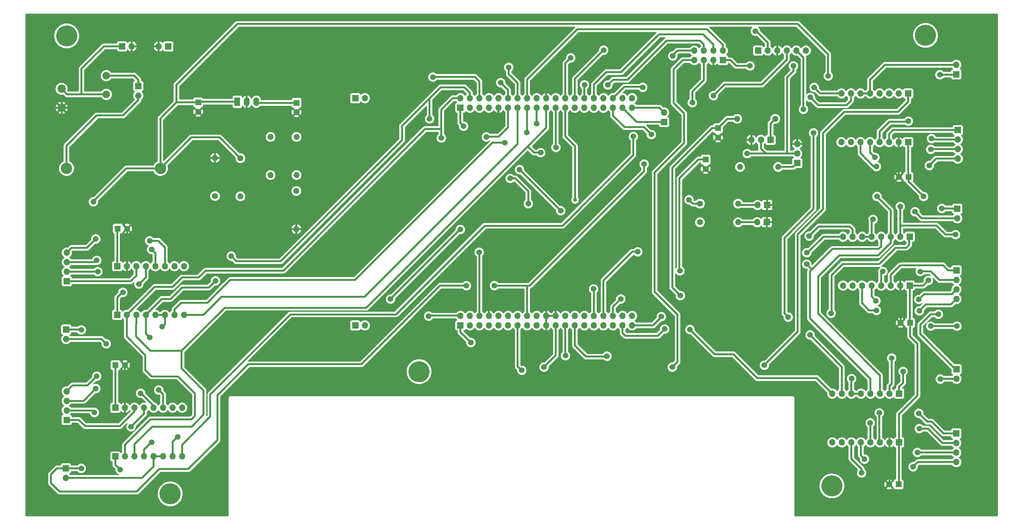
<source format=gbr>
%TF.GenerationSoftware,KiCad,Pcbnew,6.0.2+dfsg-1*%
%TF.CreationDate,2023-03-15T19:16:11+01:00*%
%TF.ProjectId,main_PCB,6d61696e-5f50-4434-922e-6b696361645f,rev?*%
%TF.SameCoordinates,Original*%
%TF.FileFunction,Copper,L2,Bot*%
%TF.FilePolarity,Positive*%
%FSLAX46Y46*%
G04 Gerber Fmt 4.6, Leading zero omitted, Abs format (unit mm)*
G04 Created by KiCad (PCBNEW 6.0.2+dfsg-1) date 2023-03-15 19:16:11*
%MOMM*%
%LPD*%
G01*
G04 APERTURE LIST*
%TA.AperFunction,ComponentPad*%
%ADD10R,1.600000X1.600000*%
%TD*%
%TA.AperFunction,ComponentPad*%
%ADD11C,1.600000*%
%TD*%
%TA.AperFunction,ComponentPad*%
%ADD12O,1.600000X1.600000*%
%TD*%
%TA.AperFunction,ComponentPad*%
%ADD13R,1.700000X1.700000*%
%TD*%
%TA.AperFunction,ComponentPad*%
%ADD14O,1.700000X1.700000*%
%TD*%
%TA.AperFunction,ComponentPad*%
%ADD15C,5.600000*%
%TD*%
%TA.AperFunction,ComponentPad*%
%ADD16R,1.500000X2.300000*%
%TD*%
%TA.AperFunction,ComponentPad*%
%ADD17O,1.500000X2.300000*%
%TD*%
%TA.AperFunction,ComponentPad*%
%ADD18C,3.000000*%
%TD*%
%TA.AperFunction,ComponentPad*%
%ADD19C,2.200000*%
%TD*%
%TA.AperFunction,ComponentPad*%
%ADD20C,2.000000*%
%TD*%
%TA.AperFunction,ViaPad*%
%ADD21C,1.500000*%
%TD*%
%TA.AperFunction,ViaPad*%
%ADD22C,1.000000*%
%TD*%
%TA.AperFunction,Conductor*%
%ADD23C,0.250000*%
%TD*%
%TA.AperFunction,Conductor*%
%ADD24C,0.500000*%
%TD*%
G04 APERTURE END LIST*
D10*
%TO.P,C7,1*%
%TO.N,/Vbat*%
X254279400Y-67030600D03*
D11*
%TO.P,C7,2*%
%TO.N,GND*%
X251779400Y-67030600D03*
%TD*%
%TO.P,R8,1*%
%TO.N,Net-(J22-PadN)*%
X218821000Y-51562000D03*
D12*
%TO.P,R8,2*%
%TO.N,/NUCLEO_pinout/LIMIT_SWITCH_1*%
X208661000Y-51562000D03*
%TD*%
D13*
%TO.P,J25,1,Pin_1*%
%TO.N,/#ENA_5*%
X254203200Y-44785000D03*
D14*
%TO.P,J25,2,Pin_2*%
%TO.N,unconnected-(J25-Pad2)*%
X251663200Y-44785000D03*
%TO.P,J25,3,Pin_3*%
%TO.N,unconnected-(J25-Pad3)*%
X249123200Y-44785000D03*
%TO.P,J25,4,Pin_4*%
%TO.N,unconnected-(J25-Pad4)*%
X246583200Y-44785000D03*
%TO.P,J25,5,Pin_5*%
%TO.N,/drv8825_lifterstage/#RST_5*%
X244043200Y-44785000D03*
%TO.P,J25,6,Pin_6*%
X241503200Y-44785000D03*
%TO.P,J25,7,Pin_7*%
%TO.N,/STEP_5*%
X238963200Y-44785000D03*
%TO.P,J25,8,Pin_8*%
%TO.N,/DIR_5*%
X236423200Y-44785000D03*
%TD*%
D13*
%TO.P,JP3,1,A*%
%TO.N,/3V3*%
X29895800Y-144703800D03*
D14*
%TO.P,JP3,2,B*%
%TO.N,/drv8225_mecanumwheels/#RST_3*%
X29895800Y-147243800D03*
%TD*%
D15*
%TO.P,H1,1*%
%TO.N,N/C*%
X30099000Y-29464000D03*
%TD*%
D13*
%TO.P,J16,1,Pin_1*%
%TO.N,/drv8225_mecanumwheels/B2_MOTOR_2*%
X30131226Y-94832374D03*
D14*
%TO.P,J16,2,Pin_2*%
%TO.N,/drv8225_mecanumwheels/B1_MOTOR_2*%
X30131226Y-92292374D03*
%TO.P,J16,3,Pin_3*%
%TO.N,/drv8225_mecanumwheels/A1_MOTOR_2*%
X30131226Y-89752374D03*
%TO.P,J16,4,Pin_4*%
%TO.N,/drv8225_mecanumwheels/A2_MOTOR_2*%
X30131226Y-87212374D03*
%TD*%
D15*
%TO.P,H4,1*%
%TO.N,N/C*%
X233883200Y-149377400D03*
%TD*%
D13*
%TO.P,J19,1,Pin_1*%
%TO.N,/3V3*%
X204851000Y-35941000D03*
D14*
%TO.P,J19,2,Pin_2*%
%TO.N,/XSHUT_1*%
X204851000Y-33401000D03*
%TO.P,J19,3,Pin_3*%
%TO.N,GND*%
X202311000Y-35941000D03*
%TO.P,J19,4,Pin_4*%
%TO.N,/XSHUT_2*%
X202311000Y-33401000D03*
%TO.P,J19,5,Pin_5*%
%TO.N,/I2C_SCL*%
X199771000Y-35941000D03*
%TO.P,J19,6,Pin_6*%
%TO.N,/XSHUT_3*%
X199771000Y-33401000D03*
%TO.P,J19,7,Pin_7*%
%TO.N,/I2C_SDA*%
X197231000Y-35941000D03*
%TO.P,J19,8,Pin_8*%
%TO.N,/XSHUT_4*%
X197231000Y-33401000D03*
%TD*%
D11*
%TO.P,R1,1*%
%TO.N,/Vbat*%
X76352400Y-62052200D03*
D12*
%TO.P,R1,2*%
%TO.N,/ADC_CHANNEL*%
X76352400Y-72212200D03*
%TD*%
D13*
%TO.P,J23,1*%
%TO.N,Net-(J23-PadN)*%
X224638000Y-63358000D03*
D14*
%TO.P,J23,2*%
%TO.N,/3V3*%
X224638000Y-60818000D03*
%TO.P,J23,3*%
%TO.N,GND*%
X224638000Y-58278000D03*
%TD*%
D10*
%TO.P,C4,1*%
%TO.N,/Vbat*%
X251649113Y-148971000D03*
D11*
%TO.P,C4,2*%
%TO.N,GND*%
X249149113Y-148971000D03*
%TD*%
D13*
%TO.P,J18,1,Pin_1*%
%TO.N,/drv8225_mecanumwheels/B2_MOTOR_4*%
X267030200Y-135407400D03*
D14*
%TO.P,J18,2,Pin_2*%
%TO.N,/drv8225_mecanumwheels/B1_MOTOR_4*%
X267030200Y-137947400D03*
%TO.P,J18,3,Pin_3*%
%TO.N,/drv8225_mecanumwheels/A1_MOTOR_4*%
X267030200Y-140487400D03*
%TO.P,J18,4,Pin_4*%
%TO.N,/drv8225_mecanumwheels/A2_MOTOR_4*%
X267030200Y-143027400D03*
%TD*%
D13*
%TO.P,J24,1*%
%TO.N,Net-(J24-PadNO)*%
X49174000Y-42819000D03*
D14*
%TO.P,J24,2*%
%TO.N,Net-(F1-Pad1)*%
X49174000Y-45359000D03*
%TD*%
D15*
%TO.P,H3,1*%
%TO.N,N/C*%
X57658000Y-151511000D03*
%TD*%
%TO.P,H5,1*%
%TO.N,N/C*%
X123952000Y-118922800D03*
%TD*%
D13*
%TO.P,D4,1,K*%
%TO.N,GND*%
X216662000Y-74549000D03*
D14*
%TO.P,D4,2,A*%
%TO.N,Net-(D4-Pad2)*%
X214122000Y-74549000D03*
%TD*%
D16*
%TO.P,U1,1,IN*%
%TO.N,/Vbat*%
X75531000Y-47013100D03*
D17*
%TO.P,U1,2,GND*%
%TO.N,GND*%
X78071000Y-47013100D03*
%TO.P,U1,3,OUT*%
%TO.N,/E5V*%
X80611000Y-47013100D03*
%TD*%
D13*
%TO.P,J22,1*%
%TO.N,Net-(J22-PadN)*%
X217536000Y-57175000D03*
D14*
%TO.P,J22,2*%
%TO.N,/3V3*%
X214996000Y-57175000D03*
%TO.P,J22,3*%
%TO.N,GND*%
X212456000Y-57175000D03*
%TD*%
D13*
%TO.P,J11,1,Pin_1*%
%TO.N,/#ENA_3*%
X43078400Y-141524000D03*
D14*
%TO.P,J11,2,Pin_2*%
%TO.N,/M0*%
X45618400Y-141524000D03*
%TO.P,J11,3,Pin_3*%
%TO.N,/M1*%
X48158400Y-141524000D03*
%TO.P,J11,4,Pin_4*%
%TO.N,/M2*%
X50698400Y-141524000D03*
%TO.P,J11,5,Pin_5*%
%TO.N,/drv8225_mecanumwheels/#RST_3*%
X53238400Y-141524000D03*
%TO.P,J11,6,Pin_6*%
X55778400Y-141524000D03*
%TO.P,J11,7,Pin_7*%
%TO.N,/STEP_3*%
X58318400Y-141524000D03*
%TO.P,J11,8,Pin_8*%
%TO.N,/DIR_3*%
X60858400Y-141524000D03*
%TD*%
D13*
%TO.P,J28,1,Pin_1*%
%TO.N,/PWR_SUPPLY/Vbat_in*%
X44851000Y-32233000D03*
D14*
%TO.P,J28,2,Pin_2*%
%TO.N,GND*%
X47391000Y-32233000D03*
%TD*%
D13*
%TO.P,J13,1,Pin_1*%
%TO.N,/#ENA_4*%
X251790600Y-124780200D03*
D14*
%TO.P,J13,2,Pin_2*%
%TO.N,/M0*%
X249250600Y-124780200D03*
%TO.P,J13,3,Pin_3*%
%TO.N,/M1*%
X246710600Y-124780200D03*
%TO.P,J13,4,Pin_4*%
%TO.N,/M2*%
X244170600Y-124780200D03*
%TO.P,J13,5,Pin_5*%
%TO.N,/drv8225_mecanumwheels/#RST_4*%
X241630600Y-124780200D03*
%TO.P,J13,6,Pin_6*%
X239090600Y-124780200D03*
%TO.P,J13,7,Pin_7*%
%TO.N,/STEP_4*%
X236550600Y-124780200D03*
%TO.P,J13,8,Pin_8*%
%TO.N,/DIR_4*%
X234010600Y-124780200D03*
%TD*%
D11*
%TO.P,R5,1*%
%TO.N,Net-(R3-Pad2)*%
X84378800Y-56388000D03*
D12*
%TO.P,R5,2*%
%TO.N,Net-(D2-Pad2)*%
X84378800Y-66548000D03*
%TD*%
D13*
%TO.P,J27,1,Pin_1*%
%TO.N,/drv8825_lifterstage/B2_MOTOR_5*%
X267436200Y-54569200D03*
D14*
%TO.P,J27,2,Pin_2*%
%TO.N,/drv8825_lifterstage/B1_MOTOR_5*%
X267436200Y-57109200D03*
%TO.P,J27,3,Pin_3*%
%TO.N,/drv8825_lifterstage/A1_MOTOR_5*%
X267436200Y-59649200D03*
%TO.P,J27,4,Pin_4*%
%TO.N,/drv8825_lifterstage/A2_MOTOR_5*%
X267436200Y-62189200D03*
%TD*%
D10*
%TO.P,C9,1*%
%TO.N,/NUCLEO_pinout/LIMIT_SWITCH_2*%
X200279000Y-62421888D03*
D11*
%TO.P,C9,2*%
%TO.N,GND*%
X200279000Y-64921888D03*
%TD*%
D13*
%TO.P,JP5,1,A*%
%TO.N,/3V3*%
X267030200Y-39700200D03*
D14*
%TO.P,JP5,2,B*%
%TO.N,/drv8825_lifterstage/#RST_5*%
X267030200Y-37160200D03*
%TD*%
D13*
%TO.P,JP2,1,A*%
%TO.N,/3V3*%
X29972000Y-107696000D03*
D14*
%TO.P,JP2,2,B*%
%TO.N,/drv8225_mecanumwheels/#RST_2*%
X29972000Y-110236000D03*
%TD*%
D11*
%TO.P,R9,1*%
%TO.N,Net-(J23-PadN)*%
X219583000Y-64389000D03*
D12*
%TO.P,R9,2*%
%TO.N,/NUCLEO_pinout/LIMIT_SWITCH_2*%
X209423000Y-64389000D03*
%TD*%
D11*
%TO.P,R6,1*%
%TO.N,/NUCLEO_pinout/USER_LED*%
X198755000Y-79121000D03*
D12*
%TO.P,R6,2*%
%TO.N,Net-(D3-Pad2)*%
X208915000Y-79121000D03*
%TD*%
D18*
%TO.P,F1,1*%
%TO.N,Net-(F1-Pad1)*%
X30045000Y-64770000D03*
%TO.P,F1,2*%
%TO.N,/Vbat*%
X55045000Y-64770000D03*
%TD*%
D13*
%TO.P,J4,1,Pin_1*%
%TO.N,unconnected-(J4-Pad1)*%
X106950200Y-106593800D03*
D14*
%TO.P,J4,2,Pin_2*%
%TO.N,unconnected-(J4-Pad2)*%
X109490200Y-106593800D03*
%TD*%
D11*
%TO.P,R3,1*%
%TO.N,/E5V*%
X91313000Y-56388000D03*
D12*
%TO.P,R3,2*%
%TO.N,Net-(R3-Pad2)*%
X91313000Y-66548000D03*
%TD*%
D13*
%TO.P,J10,1,Pin_1*%
%TO.N,/Vbat*%
X43531626Y-90808974D03*
D14*
%TO.P,J10,2,Pin_2*%
%TO.N,GND*%
X46071626Y-90808974D03*
%TO.P,J10,3,Pin_3*%
%TO.N,/drv8225_mecanumwheels/B2_MOTOR_2*%
X48611626Y-90808974D03*
%TO.P,J10,4,Pin_4*%
%TO.N,/drv8225_mecanumwheels/B1_MOTOR_2*%
X51151626Y-90808974D03*
%TO.P,J10,5,Pin_5*%
%TO.N,/drv8225_mecanumwheels/A1_MOTOR_2*%
X53691626Y-90808974D03*
%TO.P,J10,6,Pin_6*%
%TO.N,/drv8225_mecanumwheels/A2_MOTOR_2*%
X56231626Y-90808974D03*
%TO.P,J10,7,Pin_7*%
%TO.N,unconnected-(J10-Pad7)*%
X58771626Y-90808974D03*
%TO.P,J10,8,Pin_8*%
%TO.N,unconnected-(J10-Pad8)*%
X61311626Y-90808974D03*
%TD*%
D11*
%TO.P,R2,1*%
%TO.N,/ADC_CHANNEL*%
X69596000Y-72136000D03*
D12*
%TO.P,R2,2*%
%TO.N,GND*%
X69596000Y-61976000D03*
%TD*%
D13*
%TO.P,J15,1,Pin_1*%
%TO.N,/drv8225_mecanumwheels/B2_MOTOR_1*%
X267055600Y-91948000D03*
D14*
%TO.P,J15,2,Pin_2*%
%TO.N,/drv8225_mecanumwheels/B1_MOTOR_1*%
X267055600Y-94488000D03*
%TO.P,J15,3,Pin_3*%
%TO.N,/drv8225_mecanumwheels/A1_MOTOR_1*%
X267055600Y-97028000D03*
%TO.P,J15,4,Pin_4*%
%TO.N,/drv8225_mecanumwheels/A2_MOTOR_1*%
X267055600Y-99568000D03*
%TD*%
D13*
%TO.P,J29,1,Pin_1*%
%TO.N,/E5V*%
X57150000Y-32258000D03*
D14*
%TO.P,J29,2,Pin_2*%
%TO.N,GND*%
X54610000Y-32258000D03*
%TD*%
D13*
%TO.P,J20,1,Pin_1*%
%TO.N,unconnected-(J20-Pad1)*%
X214274000Y-33376000D03*
D14*
%TO.P,J20,2,Pin_2*%
%TO.N,/E5V*%
X216814000Y-33376000D03*
%TO.P,J20,3,Pin_3*%
%TO.N,GND*%
X219354000Y-33376000D03*
%TO.P,J20,4,Pin_4*%
%TO.N,/RX*%
X221894000Y-33376000D03*
%TO.P,J20,5,Pin_5*%
%TO.N,/TX*%
X224434000Y-33376000D03*
%TO.P,J20,6,Pin_6*%
%TO.N,unconnected-(J20-Pad6)*%
X226974000Y-33376000D03*
%TD*%
D13*
%TO.P,J17,1,Pin_1*%
%TO.N,/drv8225_mecanumwheels/B2_MOTOR_3*%
X30074000Y-131790600D03*
D14*
%TO.P,J17,2,Pin_2*%
%TO.N,/drv8225_mecanumwheels/B1_MOTOR_3*%
X30074000Y-129250600D03*
%TO.P,J17,3,Pin_3*%
%TO.N,/drv8225_mecanumwheels/A1_MOTOR_3*%
X30074000Y-126710600D03*
%TO.P,J17,4,Pin_4*%
%TO.N,/drv8225_mecanumwheels/A2_MOTOR_3*%
X30074000Y-124170600D03*
%TD*%
D13*
%TO.P,J12,1,Pin_1*%
%TO.N,/Vbat*%
X43078400Y-128524000D03*
D14*
%TO.P,J12,2,Pin_2*%
%TO.N,GND*%
X45618400Y-128524000D03*
%TO.P,J12,3,Pin_3*%
%TO.N,/drv8225_mecanumwheels/B2_MOTOR_3*%
X48158400Y-128524000D03*
%TO.P,J12,4,Pin_4*%
%TO.N,/drv8225_mecanumwheels/B1_MOTOR_3*%
X50698400Y-128524000D03*
%TO.P,J12,5,Pin_5*%
%TO.N,/drv8225_mecanumwheels/A1_MOTOR_3*%
X53238400Y-128524000D03*
%TO.P,J12,6,Pin_6*%
%TO.N,/drv8225_mecanumwheels/A2_MOTOR_3*%
X55778400Y-128524000D03*
%TO.P,J12,7,Pin_7*%
%TO.N,unconnected-(J12-Pad7)*%
X58318400Y-128524000D03*
%TO.P,J12,8,Pin_8*%
%TO.N,unconnected-(J12-Pad8)*%
X60858400Y-128524000D03*
%TD*%
D11*
%TO.P,R4,1*%
%TO.N,Net-(R3-Pad2)*%
X91262200Y-70789800D03*
D12*
%TO.P,R4,2*%
%TO.N,GND*%
X91262200Y-80949800D03*
%TD*%
D13*
%TO.P,J14,1,Pin_1*%
%TO.N,/Vbat*%
X251790600Y-137780200D03*
D14*
%TO.P,J14,2,Pin_2*%
%TO.N,GND*%
X249250600Y-137780200D03*
%TO.P,J14,3,Pin_3*%
%TO.N,/drv8225_mecanumwheels/B2_MOTOR_4*%
X246710600Y-137780200D03*
%TO.P,J14,4,Pin_4*%
%TO.N,/drv8225_mecanumwheels/B1_MOTOR_4*%
X244170600Y-137780200D03*
%TO.P,J14,5,Pin_5*%
%TO.N,/drv8225_mecanumwheels/A1_MOTOR_4*%
X241630600Y-137780200D03*
%TO.P,J14,6,Pin_6*%
%TO.N,/drv8225_mecanumwheels/A2_MOTOR_4*%
X239090600Y-137780200D03*
%TO.P,J14,7,Pin_7*%
%TO.N,unconnected-(J14-Pad7)*%
X236550600Y-137780200D03*
%TO.P,J14,8,Pin_8*%
%TO.N,unconnected-(J14-Pad8)*%
X234010600Y-137780200D03*
%TD*%
D10*
%TO.P,C2,1*%
%TO.N,/Vbat*%
X43677200Y-80821574D03*
D11*
%TO.P,C2,2*%
%TO.N,GND*%
X46177200Y-80821574D03*
%TD*%
D15*
%TO.P,H2,1*%
%TO.N,N/C*%
X258826000Y-29337000D03*
%TD*%
D10*
%TO.P,C1,1*%
%TO.N,/Vbat*%
X254697113Y-105918000D03*
D11*
%TO.P,C1,2*%
%TO.N,GND*%
X252197113Y-105918000D03*
%TD*%
D13*
%TO.P,JP4,1,A*%
%TO.N,/3V3*%
X267056000Y-118272800D03*
D14*
%TO.P,JP4,2,B*%
%TO.N,/drv8225_mecanumwheels/#RST_4*%
X267056000Y-120812800D03*
%TD*%
D13*
%TO.P,J26,1,Pin_1*%
%TO.N,/Vbat*%
X254203200Y-57785000D03*
D14*
%TO.P,J26,2,Pin_2*%
%TO.N,GND*%
X251663200Y-57785000D03*
%TO.P,J26,3,Pin_3*%
%TO.N,/drv8825_lifterstage/B2_MOTOR_5*%
X249123200Y-57785000D03*
%TO.P,J26,4,Pin_4*%
%TO.N,/drv8825_lifterstage/B1_MOTOR_5*%
X246583200Y-57785000D03*
%TO.P,J26,5,Pin_5*%
%TO.N,/drv8825_lifterstage/A1_MOTOR_5*%
X244043200Y-57785000D03*
%TO.P,J26,6,Pin_6*%
%TO.N,/drv8825_lifterstage/A2_MOTOR_5*%
X241503200Y-57785000D03*
%TO.P,J26,7,Pin_7*%
%TO.N,unconnected-(J26-Pad7)*%
X238963200Y-57785000D03*
%TO.P,J26,8,Pin_8*%
%TO.N,unconnected-(J26-Pad8)*%
X236423200Y-57785000D03*
%TD*%
D13*
%TO.P,J5,1,Pin_1*%
%TO.N,/NUCLEO_pinout/USART_TX_2*%
X189179200Y-52374800D03*
D14*
%TO.P,J5,2,Pin_2*%
%TO.N,/NUCLEO_pinout/USART_RX_2*%
X189179200Y-49834800D03*
%TD*%
D13*
%TO.P,D3,1,K*%
%TO.N,GND*%
X216535000Y-79121000D03*
D14*
%TO.P,D3,2,A*%
%TO.N,Net-(D3-Pad2)*%
X213995000Y-79121000D03*
%TD*%
D13*
%TO.P,JP1,1,A*%
%TO.N,/3V3*%
X267284200Y-75509200D03*
D14*
%TO.P,JP1,2,B*%
%TO.N,/drv8225_mecanumwheels/#RST_1*%
X267284200Y-78049200D03*
%TD*%
D19*
%TO.P,J21,1*%
%TO.N,/PWR_SUPPLY/Vbat_in*%
X28732000Y-43560000D03*
%TO.P,J21,2*%
%TO.N,GND*%
X28732000Y-48640000D03*
%TD*%
D13*
%TO.P,J3,1,Pin_1*%
%TO.N,unconnected-(J3-Pad1)*%
X106950200Y-46050200D03*
D14*
%TO.P,J3,2,Pin_2*%
%TO.N,unconnected-(J3-Pad2)*%
X109490200Y-46050200D03*
%TD*%
D13*
%TO.P,J8,1,Pin_1*%
%TO.N,/Vbat*%
X254635000Y-95986600D03*
D14*
%TO.P,J8,2,Pin_2*%
%TO.N,GND*%
X252095000Y-95986600D03*
%TO.P,J8,3,Pin_3*%
%TO.N,/drv8225_mecanumwheels/B2_MOTOR_1*%
X249555000Y-95986600D03*
%TO.P,J8,4,Pin_4*%
%TO.N,/drv8225_mecanumwheels/B1_MOTOR_1*%
X247015000Y-95986600D03*
%TO.P,J8,5,Pin_5*%
%TO.N,/drv8225_mecanumwheels/A1_MOTOR_1*%
X244475000Y-95986600D03*
%TO.P,J8,6,Pin_6*%
%TO.N,/drv8225_mecanumwheels/A2_MOTOR_1*%
X241935000Y-95986600D03*
%TO.P,J8,7,Pin_7*%
%TO.N,unconnected-(J8-Pad7)*%
X239395000Y-95986600D03*
%TO.P,J8,8,Pin_8*%
%TO.N,unconnected-(J8-Pad8)*%
X236855000Y-95986600D03*
%TD*%
D10*
%TO.P,C3,1*%
%TO.N,/Vbat*%
X43102888Y-117190400D03*
D11*
%TO.P,C3,2*%
%TO.N,GND*%
X45602888Y-117190400D03*
%TD*%
D13*
%TO.P,J9,1,Pin_1*%
%TO.N,/#ENA_2*%
X43531626Y-103808974D03*
D14*
%TO.P,J9,2,Pin_2*%
%TO.N,/M0*%
X46071626Y-103808974D03*
%TO.P,J9,3,Pin_3*%
%TO.N,/M1*%
X48611626Y-103808974D03*
%TO.P,J9,4,Pin_4*%
%TO.N,/M2*%
X51151626Y-103808974D03*
%TO.P,J9,5,Pin_5*%
%TO.N,/drv8225_mecanumwheels/#RST_2*%
X53691626Y-103808974D03*
%TO.P,J9,6,Pin_6*%
X56231626Y-103808974D03*
%TO.P,J9,7,Pin_7*%
%TO.N,/STEP_2*%
X58771626Y-103808974D03*
%TO.P,J9,8,Pin_8*%
%TO.N,/DIR_2*%
X61311626Y-103808974D03*
%TD*%
D10*
%TO.P,C6,1*%
%TO.N,/E5V*%
X91313000Y-47308888D03*
D11*
%TO.P,C6,2*%
%TO.N,GND*%
X91313000Y-49808888D03*
%TD*%
D20*
%TO.P,SW1,1,1*%
%TO.N,/PWR_SUPPLY/Vbat_in*%
X40640000Y-45045000D03*
%TO.P,SW1,2,2*%
%TO.N,Net-(J24-PadNO)*%
X40640000Y-40045000D03*
%TD*%
D11*
%TO.P,R7,1*%
%TO.N,/NUCLEO_pinout/VBAT_LED*%
X198755000Y-74168000D03*
D12*
%TO.P,R7,2*%
%TO.N,Net-(D4-Pad2)*%
X208915000Y-74168000D03*
%TD*%
D10*
%TO.P,C5,1*%
%TO.N,/Vbat*%
X65125600Y-47181888D03*
D11*
%TO.P,C5,2*%
%TO.N,GND*%
X65125600Y-49681888D03*
%TD*%
D13*
%TO.P,J7,1,Pin_1*%
%TO.N,/#ENA_1*%
X254635000Y-82986600D03*
D14*
%TO.P,J7,2,Pin_2*%
%TO.N,/M0*%
X252095000Y-82986600D03*
%TO.P,J7,3,Pin_3*%
%TO.N,/M1*%
X249555000Y-82986600D03*
%TO.P,J7,4,Pin_4*%
%TO.N,/M2*%
X247015000Y-82986600D03*
%TO.P,J7,5,Pin_5*%
%TO.N,/drv8225_mecanumwheels/#RST_1*%
X244475000Y-82986600D03*
%TO.P,J7,6,Pin_6*%
X241935000Y-82986600D03*
%TO.P,J7,7,Pin_7*%
%TO.N,/STEP_1*%
X239395000Y-82986600D03*
%TO.P,J7,8,Pin_8*%
%TO.N,/DIR_1*%
X236855000Y-82986600D03*
%TD*%
D10*
%TO.P,C8,1*%
%TO.N,/NUCLEO_pinout/LIMIT_SWITCH_1*%
X203581000Y-54039888D03*
D11*
%TO.P,C8,2*%
%TO.N,GND*%
X203581000Y-56539888D03*
%TD*%
D13*
%TO.P,J1,1,Pin_1*%
%TO.N,/#ENA_1*%
X134960200Y-106598400D03*
D14*
%TO.P,J1,2,Pin_2*%
%TO.N,/#ENA_2*%
X134960200Y-104058400D03*
%TO.P,J1,3,Pin_3*%
%TO.N,unconnected-(J1-Pad3)*%
X137500200Y-106598400D03*
%TO.P,J1,4,Pin_4*%
%TO.N,unconnected-(J1-Pad4)*%
X137500200Y-104058400D03*
%TO.P,J1,5,Pin_5*%
%TO.N,unconnected-(J1-Pad5)*%
X140040200Y-106598400D03*
%TO.P,J1,6,Pin_6*%
%TO.N,/E5V*%
X140040200Y-104058400D03*
%TO.P,J1,7,Pin_7*%
%TO.N,unconnected-(J1-Pad7)*%
X142580200Y-106598400D03*
%TO.P,J1,8,Pin_8*%
%TO.N,GND*%
X142580200Y-104058400D03*
%TO.P,J1,9,Pin_9*%
%TO.N,unconnected-(J1-Pad9)*%
X145120200Y-106598400D03*
%TO.P,J1,10,Pin_10*%
%TO.N,unconnected-(J1-Pad10)*%
X145120200Y-104058400D03*
%TO.P,J1,11,Pin_11*%
%TO.N,unconnected-(J1-Pad11)*%
X147660200Y-106598400D03*
%TO.P,J1,12,Pin_12*%
%TO.N,unconnected-(J1-Pad12)*%
X147660200Y-104058400D03*
%TO.P,J1,13,Pin_13*%
%TO.N,/#ENA_5*%
X150200200Y-106598400D03*
%TO.P,J1,14,Pin_14*%
%TO.N,unconnected-(J1-Pad14)*%
X150200200Y-104058400D03*
%TO.P,J1,15,Pin_15*%
%TO.N,unconnected-(J1-Pad15)*%
X152740200Y-106598400D03*
%TO.P,J1,16,Pin_16*%
%TO.N,/3V3*%
X152740200Y-104058400D03*
%TO.P,J1,17,Pin_17*%
%TO.N,unconnected-(J1-Pad17)*%
X155280200Y-106598400D03*
%TO.P,J1,18,Pin_18*%
%TO.N,unconnected-(J1-Pad18)*%
X155280200Y-104058400D03*
%TO.P,J1,19,Pin_19*%
%TO.N,GND*%
X157820200Y-106598400D03*
%TO.P,J1,20,Pin_20*%
X157820200Y-104058400D03*
%TO.P,J1,21,Pin_21*%
%TO.N,/I2C_SDA*%
X160360200Y-106598400D03*
%TO.P,J1,22,Pin_22*%
%TO.N,GND*%
X160360200Y-104058400D03*
%TO.P,J1,23,Pin_23*%
%TO.N,/#ENA_3*%
X162900200Y-106598400D03*
%TO.P,J1,24,Pin_24*%
%TO.N,unconnected-(J1-Pad24)*%
X162900200Y-104058400D03*
%TO.P,J1,25,Pin_25*%
%TO.N,/#ENA_4*%
X165440200Y-106598400D03*
%TO.P,J1,26,Pin_26*%
%TO.N,unconnected-(J1-Pad26)*%
X165440200Y-104058400D03*
%TO.P,J1,27,Pin_27*%
%TO.N,unconnected-(J1-Pad27)*%
X167980200Y-106598400D03*
%TO.P,J1,28,Pin_28*%
%TO.N,unconnected-(J1-Pad28)*%
X167980200Y-104058400D03*
%TO.P,J1,29,Pin_29*%
%TO.N,unconnected-(J1-Pad29)*%
X170520200Y-106598400D03*
%TO.P,J1,30,Pin_30*%
%TO.N,/ADC_CHANNEL*%
X170520200Y-104058400D03*
%TO.P,J1,31,Pin_31*%
%TO.N,unconnected-(J1-Pad31)*%
X173060200Y-106598400D03*
%TO.P,J1,32,Pin_32*%
%TO.N,/DIR_1*%
X173060200Y-104058400D03*
%TO.P,J1,33,Pin_33*%
%TO.N,unconnected-(J1-Pad33)*%
X175600200Y-106598400D03*
%TO.P,J1,34,Pin_34*%
%TO.N,/DIR_4*%
X175600200Y-104058400D03*
%TO.P,J1,35,Pin_35*%
%TO.N,/NUCLEO_pinout/LIMIT_SWITCH_1*%
X178140200Y-106598400D03*
%TO.P,J1,36,Pin_36*%
%TO.N,unconnected-(J1-Pad36)*%
X178140200Y-104058400D03*
%TO.P,J1,37,Pin_37*%
%TO.N,/NUCLEO_pinout/LIMIT_SWITCH_2*%
X180680200Y-106598400D03*
%TO.P,J1,38,Pin_38*%
%TO.N,unconnected-(J1-Pad38)*%
X180680200Y-104058400D03*
%TD*%
D13*
%TO.P,J2,1,Pin_1*%
%TO.N,/NUCLEO_pinout/USER_LED*%
X134960200Y-48598400D03*
D14*
%TO.P,J2,2,Pin_2*%
%TO.N,/M0*%
X134960200Y-46058400D03*
%TO.P,J2,3,Pin_3*%
%TO.N,unconnected-(J2-Pad3)*%
X137500200Y-48598400D03*
%TO.P,J2,4,Pin_4*%
%TO.N,/M2*%
X137500200Y-46058400D03*
%TO.P,J2,5,Pin_5*%
%TO.N,unconnected-(J2-Pad5)*%
X140040200Y-48598400D03*
%TO.P,J2,6,Pin_6*%
%TO.N,/STEP_3*%
X140040200Y-46058400D03*
%TO.P,J2,7,Pin_7*%
%TO.N,unconnected-(J2-Pad7)*%
X142580200Y-48598400D03*
%TO.P,J2,8,Pin_8*%
%TO.N,unconnected-(J2-Pad8)*%
X142580200Y-46058400D03*
%TO.P,J2,9,Pin_9*%
%TO.N,GND*%
X145120200Y-48598400D03*
%TO.P,J2,10,Pin_10*%
%TO.N,unconnected-(J2-Pad10)*%
X145120200Y-46058400D03*
%TO.P,J2,11,Pin_11*%
%TO.N,/STEP_1*%
X147660200Y-48598400D03*
%TO.P,J2,12,Pin_12*%
%TO.N,/STEP_5*%
X147660200Y-46058400D03*
%TO.P,J2,13,Pin_13*%
%TO.N,/DIR_2*%
X150200200Y-48598400D03*
%TO.P,J2,14,Pin_14*%
%TO.N,/DIR_5*%
X150200200Y-46058400D03*
%TO.P,J2,15,Pin_15*%
%TO.N,/STEP_2*%
X152740200Y-48598400D03*
%TO.P,J2,16,Pin_16*%
%TO.N,/XSHUT_1*%
X152740200Y-46058400D03*
%TO.P,J2,17,Pin_17*%
%TO.N,/I2C_SCL*%
X155280200Y-48598400D03*
%TO.P,J2,18,Pin_18*%
%TO.N,unconnected-(J2-Pad18)*%
X155280200Y-46058400D03*
%TO.P,J2,19,Pin_19*%
%TO.N,/M1*%
X157820200Y-48598400D03*
%TO.P,J2,20,Pin_20*%
%TO.N,GND*%
X157820200Y-46058400D03*
%TO.P,J2,21,Pin_21*%
%TO.N,/TX*%
X160360200Y-48598400D03*
%TO.P,J2,22,Pin_22*%
%TO.N,unconnected-(J2-Pad22)*%
X160360200Y-46058400D03*
%TO.P,J2,23,Pin_23*%
%TO.N,/NUCLEO_pinout/VBAT_LED*%
X162900200Y-48598400D03*
%TO.P,J2,24,Pin_24*%
%TO.N,/STEP_4*%
X162900200Y-46058400D03*
%TO.P,J2,25,Pin_25*%
%TO.N,unconnected-(J2-Pad25)*%
X165440200Y-48598400D03*
%TO.P,J2,26,Pin_26*%
%TO.N,/XSHUT_4*%
X165440200Y-46058400D03*
%TO.P,J2,27,Pin_27*%
%TO.N,unconnected-(J2-Pad27)*%
X167980200Y-48598400D03*
%TO.P,J2,28,Pin_28*%
%TO.N,/XSHUT_3*%
X167980200Y-46058400D03*
%TO.P,J2,29,Pin_29*%
%TO.N,unconnected-(J2-Pad29)*%
X170520200Y-48598400D03*
%TO.P,J2,30,Pin_30*%
%TO.N,/XSHUT_2*%
X170520200Y-46058400D03*
%TO.P,J2,31,Pin_31*%
%TO.N,unconnected-(J2-Pad31)*%
X173060200Y-48598400D03*
%TO.P,J2,32,Pin_32*%
%TO.N,unconnected-(J2-Pad32)*%
X173060200Y-46058400D03*
%TO.P,J2,33,Pin_33*%
%TO.N,/RX*%
X175600200Y-48598400D03*
%TO.P,J2,34,Pin_34*%
%TO.N,/DIR_3*%
X175600200Y-46058400D03*
%TO.P,J2,35,Pin_35*%
%TO.N,/NUCLEO_pinout/USART_TX_2*%
X178140200Y-48598400D03*
%TO.P,J2,36,Pin_36*%
%TO.N,unconnected-(J2-Pad36)*%
X178140200Y-46058400D03*
%TO.P,J2,37,Pin_37*%
%TO.N,/NUCLEO_pinout/USART_RX_2*%
X180680200Y-48598400D03*
%TO.P,J2,38,Pin_38*%
%TO.N,unconnected-(J2-Pad38)*%
X180680200Y-46058400D03*
%TD*%
D21*
%TO.N,/#ENA_1*%
X137744200Y-111175800D03*
X233680000Y-103378000D03*
%TO.N,/#ENA_2*%
X126492000Y-104140000D03*
X45059600Y-97790000D03*
%TO.N,/E5V*%
X139954000Y-87122000D03*
X213487000Y-28194000D03*
%TO.N,/3V3*%
X183896000Y-63627000D03*
X144018000Y-96012000D03*
X136568298Y-96031277D03*
X33985200Y-107823000D03*
X223647000Y-37465000D03*
X212090000Y-37465000D03*
X263144000Y-75438000D03*
X33985200Y-144703800D03*
X262255000Y-103632000D03*
X211328000Y-60833000D03*
X262661400Y-39827200D03*
%TO.N,/I2C_SDA*%
X191389000Y-117729000D03*
X157226000Y-117729000D03*
%TO.N,/#ENA_3*%
X162941000Y-114681000D03*
X44323000Y-145034000D03*
%TO.N,/#ENA_4*%
X173990000Y-114808000D03*
X252857000Y-118872000D03*
%TO.N,/ADC_CHANNEL*%
X170434000Y-96901000D03*
%TO.N,/DIR_1*%
X227203000Y-87249000D03*
X182168800Y-86995000D03*
%TO.N,/DIR_4*%
X177673000Y-99568000D03*
X196088000Y-107696000D03*
%TO.N,/NUCLEO_pinout/LIMIT_SWITCH_1*%
X189357000Y-107569000D03*
X193548000Y-98679000D03*
%TO.N,/NUCLEO_pinout/LIMIT_SWITCH_2*%
X188468000Y-104267000D03*
X193421000Y-92075000D03*
%TO.N,/NUCLEO_pinout/USER_LED*%
X135813800Y-53543200D03*
X148209000Y-67437000D03*
X153035000Y-74168000D03*
%TO.N,/M0*%
X260223000Y-106807000D03*
X249809000Y-115316000D03*
X267208000Y-106807000D03*
X266827000Y-82423000D03*
X129870200Y-56667400D03*
X252095000Y-74930000D03*
%TO.N,/M2*%
X52679600Y-137769600D03*
X227203000Y-90297000D03*
X69723000Y-94742000D03*
X52197000Y-109855000D03*
X126746000Y-51562000D03*
X73914000Y-88138000D03*
%TO.N,/STEP_3*%
X127609600Y-40436800D03*
X59639200Y-136296400D03*
X134924800Y-81051400D03*
X116332000Y-99593400D03*
%TO.N,/STEP_1*%
X141859000Y-56388000D03*
X227838000Y-82804000D03*
X161671000Y-76047600D03*
X150698200Y-65100200D03*
%TO.N,/#ENA_5*%
X151307800Y-118567200D03*
X215900000Y-117221000D03*
%TO.N,/STEP_5*%
X228168200Y-45847000D03*
X145669000Y-41910000D03*
%TO.N,/STEP_2*%
X152654000Y-55245000D03*
X146812000Y-57912000D03*
%TO.N,/I2C_SCL*%
X155280200Y-52832000D03*
X196723000Y-47244000D03*
%TO.N,/M1*%
X156337000Y-60579000D03*
X245897400Y-72237600D03*
%TO.N,/TX*%
X160401000Y-59182000D03*
X226314000Y-49022000D03*
%TO.N,/DIR_5*%
X147828000Y-37846000D03*
X229171500Y-43192700D03*
%TO.N,/STEP_4*%
X222250000Y-104394000D03*
X228092000Y-109143800D03*
X164338000Y-35306000D03*
X229006400Y-55321200D03*
%TO.N,/XSHUT_4*%
X173101000Y-33274000D03*
X191516000Y-34798000D03*
%TO.N,/XSHUT_3*%
X174244000Y-42545000D03*
X167995600Y-42494200D03*
%TO.N,/RX*%
X202336400Y-45389800D03*
X185801000Y-55753000D03*
%TO.N,/DIR_3*%
X183515000Y-43180000D03*
X181025800Y-56261000D03*
%TO.N,/drv8225_mecanumwheels/#RST_1*%
X256032000Y-76327000D03*
X244856000Y-78359000D03*
%TO.N,/drv8225_mecanumwheels/B1_MOTOR_1*%
X247459500Y-92240100D03*
X257403600Y-92252800D03*
%TO.N,/drv8225_mecanumwheels/A2_MOTOR_1*%
X257175000Y-102743000D03*
X245745000Y-102616000D03*
%TO.N,/drv8225_mecanumwheels/A1_MOTOR_1*%
X245618000Y-100076000D03*
X257048000Y-99695000D03*
%TO.N,/drv8225_mecanumwheels/#RST_2*%
X40640000Y-111506000D03*
X55524400Y-106934000D03*
%TO.N,/drv8225_mecanumwheels/B1_MOTOR_2*%
X49307826Y-95578974D03*
X38393574Y-92292374D03*
%TO.N,/drv8225_mecanumwheels/A2_MOTOR_2*%
X52197000Y-84074000D03*
X37846000Y-83566000D03*
%TO.N,/drv8225_mecanumwheels/A1_MOTOR_2*%
X52705000Y-86360000D03*
X38100000Y-89281000D03*
%TO.N,/drv8225_mecanumwheels/B1_MOTOR_3*%
X37465000Y-129794000D03*
X47244000Y-133604000D03*
%TO.N,/drv8225_mecanumwheels/A2_MOTOR_3*%
X54610000Y-123825000D03*
X38100000Y-120142000D03*
%TO.N,/drv8225_mecanumwheels/A1_MOTOR_3*%
X37846000Y-123444000D03*
X49784000Y-124688600D03*
%TO.N,/drv8225_mecanumwheels/#RST_4*%
X262763000Y-120904000D03*
X239141000Y-120777000D03*
%TO.N,/drv8225_mecanumwheels/B2_MOTOR_4*%
X246507000Y-129921000D03*
X257048000Y-130048000D03*
%TO.N,/drv8225_mecanumwheels/B1_MOTOR_4*%
X257175000Y-134112000D03*
X244094000Y-132588000D03*
%TO.N,/drv8225_mecanumwheels/A2_MOTOR_4*%
X255524000Y-144272000D03*
X241808000Y-145923000D03*
%TO.N,/drv8225_mecanumwheels/A1_MOTOR_4*%
X242570000Y-142240000D03*
X256667000Y-140462000D03*
%TO.N,/NUCLEO_pinout/VBAT_LED*%
X195834000Y-73152000D03*
D22*
X165481000Y-73152000D03*
D21*
%TO.N,/drv8825_lifterstage/B1_MOTOR_5*%
X260426200Y-56819800D03*
X254254000Y-52197000D03*
%TO.N,/drv8825_lifterstage/A2_MOTOR_5*%
X259842000Y-64008000D03*
X245745000Y-64262000D03*
%TO.N,/drv8825_lifterstage/A1_MOTOR_5*%
X245364000Y-61849000D03*
X260223000Y-59690000D03*
%TO.N,/Vbat*%
X232918000Y-40132000D03*
X37211000Y-73660000D03*
X259588000Y-94615000D03*
X258318000Y-72263000D03*
%TD*%
D23*
%TO.N,GND*%
X251663200Y-66914400D02*
X251779400Y-67030600D01*
D24*
X28732000Y-48640000D02*
X28732000Y-46512000D01*
X212456000Y-57175000D02*
X212456000Y-54371000D01*
X54610000Y-32258000D02*
X51049000Y-32258000D01*
D23*
X46177200Y-90703400D02*
X46071626Y-90808974D01*
D24*
X45602888Y-117190400D02*
X45602888Y-128508488D01*
D23*
X252222513Y-96114113D02*
X252095000Y-95986600D01*
X45602888Y-128508488D02*
X45618400Y-128524000D01*
X252197113Y-96088713D02*
X252095000Y-95986600D01*
D24*
X224638000Y-58278000D02*
X227315000Y-58278000D01*
X46177200Y-80821574D02*
X46177200Y-90703400D01*
X28732000Y-48640000D02*
X25147000Y-48640000D01*
D23*
X249225712Y-137805088D02*
X249250600Y-137780200D01*
D24*
X216662000Y-74549000D02*
X216662000Y-78994000D01*
X47416000Y-32258000D02*
X47391000Y-32233000D01*
X216662000Y-78994000D02*
X216535000Y-79121000D01*
X28732000Y-48640000D02*
X28732000Y-52167000D01*
X28732000Y-48640000D02*
X30987000Y-48640000D01*
X224638000Y-58278000D02*
X224638000Y-55651000D01*
X252197113Y-105918000D02*
X252197113Y-96088713D01*
X251663200Y-57785000D02*
X251663200Y-66914400D01*
X51049000Y-32258000D02*
X47416000Y-32258000D01*
X25147000Y-48640000D02*
X25146000Y-48641000D01*
X249225712Y-148935600D02*
X249225712Y-137805088D01*
X212456000Y-57175000D02*
X209448000Y-57175000D01*
X157820200Y-106598400D02*
X157820200Y-104058400D01*
%TO.N,/#ENA_1*%
X233807000Y-103251000D02*
X233807000Y-93218000D01*
X246532400Y-90246200D02*
X250875800Y-85902800D01*
X250875800Y-85902800D02*
X253695200Y-85902800D01*
X236778800Y-90246200D02*
X246532400Y-90246200D01*
X254508000Y-83113600D02*
X254635000Y-82986600D01*
X137744200Y-111175800D02*
X134950200Y-108381800D01*
X233807000Y-93218000D02*
X236778800Y-90246200D01*
X233680000Y-103378000D02*
X233807000Y-103251000D01*
X254508000Y-85090000D02*
X254508000Y-83113600D01*
D23*
X134950200Y-108381800D02*
X134960200Y-108371800D01*
D24*
X253695200Y-85902800D02*
X254508000Y-85090000D01*
X134960200Y-108371800D02*
X134960200Y-106598400D01*
%TO.N,/#ENA_2*%
X43531626Y-99165574D02*
X45059600Y-97637600D01*
X134914800Y-104013000D02*
X134960200Y-104058400D01*
X126492000Y-104140000D02*
X126619000Y-104013000D01*
X43531626Y-103808974D02*
X43531626Y-99165574D01*
X126619000Y-104013000D02*
X134914800Y-104013000D01*
%TO.N,/E5V*%
X213487000Y-28194000D02*
X213791800Y-28194000D01*
D23*
X91423612Y-47013100D02*
X91516200Y-47105688D01*
D24*
X80906788Y-47308888D02*
X91127824Y-47308888D01*
X91127824Y-47308888D02*
X91423612Y-47013100D01*
X80611000Y-47013100D02*
X80906788Y-47308888D01*
X140040200Y-104058400D02*
X140040200Y-87208200D01*
X213791800Y-28194000D02*
X216814000Y-31216200D01*
X140040200Y-87208200D02*
X139954000Y-87122000D01*
X216814000Y-31216200D02*
X216814000Y-33376000D01*
%TO.N,Net-(D4-Pad2)*%
X214122000Y-74549000D02*
X209296000Y-74549000D01*
X209296000Y-74549000D02*
X208915000Y-74168000D01*
%TO.N,/3V3*%
X266217400Y-75438000D02*
X266288600Y-75509200D01*
X54737000Y-144907000D02*
X48768000Y-150876000D01*
X129520723Y-96031277D02*
X108585000Y-116967000D01*
X221996000Y-40513000D02*
X221996000Y-60833000D01*
X48768000Y-150876000D02*
X28194000Y-150876000D01*
X78486000Y-116967000D02*
X70231000Y-125222000D01*
X223647000Y-37465000D02*
X223647000Y-38862000D01*
X62484000Y-144907000D02*
X54737000Y-144907000D01*
X266903200Y-39827200D02*
X267030200Y-39700200D01*
X136568298Y-96031277D02*
X129520723Y-96031277D01*
X262661400Y-39827200D02*
X266903200Y-39827200D01*
X214996000Y-59548000D02*
X214996000Y-57175000D01*
X204851000Y-35941000D02*
X206883000Y-35941000D01*
X257429000Y-108915200D02*
X266786600Y-118272800D01*
X183896000Y-65532000D02*
X153375200Y-96052800D01*
X224638000Y-60818000D02*
X216266000Y-60818000D01*
X262255000Y-103632000D02*
X260223000Y-103632000D01*
X216266000Y-60818000D02*
X214996000Y-59548000D01*
X206883000Y-35941000D02*
X208407000Y-37465000D01*
X266288600Y-75509200D02*
X267284200Y-75509200D01*
X152740200Y-104058400D02*
X152740200Y-98003200D01*
X108585000Y-116967000D02*
X78486000Y-116967000D01*
X208407000Y-37465000D02*
X212090000Y-37465000D01*
X28194000Y-150876000D02*
X25908000Y-148590000D01*
X70231000Y-125222000D02*
X70231000Y-137160000D01*
X70231000Y-137160000D02*
X62484000Y-144907000D01*
X223647000Y-38862000D02*
X221996000Y-40513000D01*
X266786600Y-118272800D02*
X267056000Y-118272800D01*
X33985200Y-144703800D02*
X29895800Y-144703800D01*
X263271000Y-75438000D02*
X266217400Y-75438000D01*
X29972000Y-107696000D02*
X34061400Y-107696000D01*
X260223000Y-103632000D02*
X257429000Y-106426000D01*
X183896000Y-63627000D02*
X183896000Y-65532000D01*
X257429000Y-106426000D02*
X257429000Y-108915200D01*
X27508200Y-144703800D02*
X29895800Y-144703800D01*
X25908000Y-146304000D02*
X27508200Y-144703800D01*
X152740200Y-98003200D02*
X152740200Y-96052800D01*
X25908000Y-148590000D02*
X25908000Y-146304000D01*
X211440000Y-60818000D02*
X216266000Y-60818000D01*
X152740200Y-96052800D02*
X143931800Y-96052800D01*
X211328000Y-60833000D02*
X211425000Y-60833000D01*
X211425000Y-60833000D02*
X211440000Y-60818000D01*
X153375200Y-96052800D02*
X152740200Y-96052800D01*
%TO.N,/I2C_SDA*%
X194183000Y-35941000D02*
X197231000Y-35941000D01*
X192786000Y-116332000D02*
X192786000Y-103759000D01*
X160360200Y-114594800D02*
X160360200Y-106598400D01*
X186690000Y-97663000D02*
X186690000Y-65913000D01*
X191744600Y-47345600D02*
X191744600Y-38379400D01*
X157226000Y-117729000D02*
X160360200Y-114594800D01*
X194564000Y-58039000D02*
X194564000Y-50165000D01*
X194564000Y-50165000D02*
X191744600Y-47345600D01*
X192786000Y-103759000D02*
X186690000Y-97663000D01*
X186690000Y-65913000D02*
X194564000Y-58039000D01*
X191744600Y-38379400D02*
X194183000Y-35941000D01*
X191389000Y-117729000D02*
X192786000Y-116332000D01*
%TO.N,/#ENA_3*%
X162900200Y-114640200D02*
X162900200Y-106598400D01*
X162941000Y-114681000D02*
X162900200Y-114640200D01*
X43078400Y-143789400D02*
X43078400Y-141524000D01*
X44323000Y-145034000D02*
X43078400Y-143789400D01*
%TO.N,/#ENA_4*%
X165440200Y-111973200D02*
X168402000Y-114935000D01*
X251790600Y-122961000D02*
X251790600Y-124780200D01*
X165440200Y-111973200D02*
X165440200Y-106598400D01*
X252857000Y-118872000D02*
X252857000Y-121894600D01*
X173863000Y-114935000D02*
X173990000Y-114808000D01*
X252857000Y-121894600D02*
X251790600Y-122961000D01*
X168402000Y-114935000D02*
X173863000Y-114935000D01*
%TO.N,/ADC_CHANNEL*%
X170434000Y-96901000D02*
X170520200Y-96987200D01*
X170520200Y-96987200D02*
X170520200Y-104058400D01*
%TO.N,/DIR_1*%
X227406200Y-87249000D02*
X231668600Y-82986600D01*
X227203000Y-87249000D02*
X227406200Y-87249000D01*
X173060200Y-94655800D02*
X173060200Y-104058400D01*
X182168800Y-86995000D02*
X180721000Y-86995000D01*
X180721000Y-86995000D02*
X173060200Y-94655800D01*
X231668600Y-82986600D02*
X236855000Y-82986600D01*
%TO.N,/DIR_4*%
X177673000Y-99568000D02*
X175600200Y-101640800D01*
X207645000Y-114274600D02*
X214020400Y-120650000D01*
X229880400Y-120650000D02*
X234010600Y-124780200D01*
X175600200Y-101640800D02*
X175600200Y-104058400D01*
X214020400Y-120650000D02*
X229880400Y-120650000D01*
X202666600Y-114274600D02*
X207645000Y-114274600D01*
X196088000Y-107696000D02*
X202666600Y-114274600D01*
%TO.N,/NUCLEO_pinout/LIMIT_SWITCH_1*%
X206058888Y-51562000D02*
X203581000Y-54039888D01*
X208661000Y-51562000D02*
X206058888Y-51562000D01*
X178140200Y-106598400D02*
X178140200Y-108620400D01*
X191389000Y-64643000D02*
X201992112Y-54039888D01*
X178892200Y-109372400D02*
X187553600Y-109372400D01*
X187553600Y-109372400D02*
X189357000Y-107569000D01*
X201992112Y-54039888D02*
X203581000Y-54039888D01*
X191389000Y-96520000D02*
X191389000Y-64643000D01*
X178140200Y-108620400D02*
X178892200Y-109372400D01*
X193548000Y-98679000D02*
X191389000Y-96520000D01*
%TO.N,/NUCLEO_pinout/LIMIT_SWITCH_2*%
X188468000Y-104394000D02*
X188468000Y-104267000D01*
X180680200Y-106598400D02*
X186263600Y-106598400D01*
X193294000Y-91948000D02*
X193421000Y-92075000D01*
X186263600Y-106598400D02*
X188468000Y-104394000D01*
X193294000Y-67437000D02*
X198309112Y-62421888D01*
X198309112Y-62421888D02*
X200279000Y-62421888D01*
X193294000Y-67437000D02*
X193294000Y-91948000D01*
%TO.N,/NUCLEO_pinout/USER_LED*%
X149580600Y-67437000D02*
X148209000Y-67437000D01*
X135813800Y-53543200D02*
X134899400Y-52628800D01*
X153035000Y-74168000D02*
X153035000Y-70891400D01*
X134899400Y-48659200D02*
X134960200Y-48598400D01*
X134899400Y-52628800D02*
X134899400Y-48659200D01*
X153035000Y-70891400D02*
X149580600Y-67437000D01*
%TO.N,/M0*%
X63322200Y-131648200D02*
X64262000Y-130708400D01*
X47218600Y-136829800D02*
X45618400Y-138430000D01*
X51054000Y-118541800D02*
X51054000Y-114554000D01*
X264160000Y-82423000D02*
X261721600Y-79984600D01*
X60807600Y-93853000D02*
X65278000Y-93853000D01*
X129870200Y-52374800D02*
X129870200Y-49072800D01*
X53513000Y-96367600D02*
X58293000Y-96367600D01*
X46071626Y-103808974D02*
X53513000Y-96367600D01*
X125526800Y-54305200D02*
X87820500Y-92011500D01*
X64262000Y-124714000D02*
X59740800Y-120192800D01*
X51054000Y-114554000D02*
X46071626Y-109571626D01*
X52705000Y-120192800D02*
X51054000Y-118541800D01*
X46071626Y-109571626D02*
X46071626Y-103808974D01*
X249250600Y-122732400D02*
X249250600Y-124780200D01*
X249809000Y-115316000D02*
X249809000Y-122174000D01*
X252095000Y-82986600D02*
X252095000Y-79984600D01*
X47167800Y-136880600D02*
X52400200Y-131648200D01*
X132884600Y-46058400D02*
X134960200Y-46058400D01*
X64262000Y-130708400D02*
X64262000Y-124714000D01*
X58293000Y-96367600D02*
X60807600Y-93853000D01*
X59740800Y-120192800D02*
X52705000Y-120192800D01*
X261721600Y-79984600D02*
X252095000Y-79984600D01*
X45618400Y-138430000D02*
X45618400Y-141524000D01*
X65278000Y-93853000D02*
X67119500Y-92011500D01*
X129870200Y-54305200D02*
X125526800Y-54305200D01*
X67119500Y-92011500D02*
X87820500Y-92011500D01*
X52400200Y-131648200D02*
X63322200Y-131648200D01*
X252095000Y-74930000D02*
X252095000Y-79984600D01*
X267208000Y-106807000D02*
X260223000Y-106807000D01*
X129870200Y-52374800D02*
X129870200Y-54305200D01*
X266827000Y-82423000D02*
X264160000Y-82423000D01*
X129870200Y-49072800D02*
X132884600Y-46058400D01*
X129870200Y-54305200D02*
X129870200Y-56667400D01*
X249809000Y-122174000D02*
X249250600Y-122732400D01*
%TO.N,/M2*%
X60858400Y-96494600D02*
X57810400Y-99542600D01*
X119405400Y-57251600D02*
X119405400Y-53467000D01*
X126746000Y-51562000D02*
X126746000Y-46126400D01*
X52197000Y-109855000D02*
X51151626Y-108809626D01*
X50698400Y-139700000D02*
X52603400Y-137795000D01*
X50698400Y-141524000D02*
X50698400Y-139700000D01*
X87122000Y-89535000D02*
X119405400Y-57251600D01*
X227203000Y-90297000D02*
X228409500Y-91503500D01*
X126746000Y-46126400D02*
X129692400Y-43180000D01*
X228409500Y-91884500D02*
X231063800Y-89230200D01*
X136017000Y-43180000D02*
X137500200Y-44663200D01*
X244170600Y-120853600D02*
X228066600Y-104749600D01*
X234061000Y-86233000D02*
X231063800Y-89230200D01*
X247015000Y-85572600D02*
X246354600Y-86233000D01*
X246354600Y-86233000D02*
X234061000Y-86233000D01*
X137500200Y-44663200D02*
X137500200Y-46058400D01*
X75311000Y-89535000D02*
X87122000Y-89535000D01*
X244170600Y-124780200D02*
X244170600Y-120853600D01*
X67970400Y-96494600D02*
X60858400Y-96494600D01*
X55418000Y-99542600D02*
X51151626Y-103808974D01*
X69723000Y-94742000D02*
X67970400Y-96494600D01*
X51151626Y-108809626D02*
X51151626Y-103808974D01*
X228066600Y-92227400D02*
X228409500Y-91884500D01*
X119405400Y-53467000D02*
X126746000Y-46126400D01*
X129692400Y-43180000D02*
X136017000Y-43180000D01*
X57810400Y-99542600D02*
X55418000Y-99542600D01*
X73914000Y-88138000D02*
X75311000Y-89535000D01*
X247015000Y-82986600D02*
X247015000Y-85572600D01*
X228066600Y-104749600D02*
X228066600Y-92227400D01*
%TO.N,/STEP_3*%
X138785600Y-40386000D02*
X127533400Y-40386000D01*
X134924800Y-81051400D02*
X134874000Y-81051400D01*
X58318400Y-137566400D02*
X59436000Y-136448800D01*
X140040200Y-41640600D02*
X139395200Y-40995600D01*
X140040200Y-46058400D02*
X140040200Y-41640600D01*
X134874000Y-81051400D02*
X116332000Y-99593400D01*
X139395200Y-40995600D02*
X138785600Y-40386000D01*
X58318400Y-141524000D02*
X58318400Y-137566400D01*
%TO.N,/STEP_1*%
X239395000Y-81026000D02*
X239395000Y-82986600D01*
X141909800Y-56337200D02*
X145186400Y-56337200D01*
X147660200Y-53863400D02*
X147660200Y-48598400D01*
X230378000Y-80264000D02*
X238633000Y-80264000D01*
X145186400Y-56337200D02*
X147660200Y-53863400D01*
X227838000Y-82804000D02*
X230378000Y-80264000D01*
X141859000Y-56388000D02*
X141909800Y-56337200D01*
X161671000Y-76047600D02*
X150749000Y-65125600D01*
X238633000Y-80264000D02*
X239395000Y-81026000D01*
%TO.N,/#ENA_5*%
X251510800Y-49707800D02*
X254203200Y-47015400D01*
X231546400Y-75590400D02*
X231546400Y-55346600D01*
X231546400Y-55346600D02*
X237185200Y-49707800D01*
X150200200Y-106598400D02*
X150200200Y-117535800D01*
X237185200Y-49707800D02*
X251510800Y-49707800D01*
X224790000Y-108331000D02*
X224790000Y-82346800D01*
X215900000Y-117221000D02*
X224790000Y-108331000D01*
X224790000Y-82346800D02*
X231546400Y-75590400D01*
X254203200Y-47015400D02*
X254203200Y-44785000D01*
D23*
X151155400Y-118465600D02*
X151130000Y-118465600D01*
D24*
X151130000Y-118465600D02*
X150200200Y-117535800D01*
%TO.N,/DIR_2*%
X66523426Y-103808974D02*
X61311626Y-103808974D01*
X150200200Y-48598400D02*
X150200200Y-58232200D01*
X109321600Y-99009200D02*
X71323200Y-99009200D01*
X71323200Y-99009200D02*
X66523426Y-103808974D01*
X150200200Y-58232200D02*
X109423200Y-99009200D01*
%TO.N,/STEP_5*%
X147660200Y-46058400D02*
X147660200Y-43901200D01*
X230276400Y-47929800D02*
X227990400Y-45643800D01*
X238963200Y-46736000D02*
X237769400Y-47929800D01*
X238963200Y-44785000D02*
X238963200Y-46736000D01*
X237769400Y-47929800D02*
X230276400Y-47929800D01*
X147660200Y-43901200D02*
X145669000Y-41910000D01*
%TO.N,/STEP_2*%
X152740200Y-48598400D02*
X152740200Y-55158800D01*
X73660000Y-94488000D02*
X106934000Y-94488000D01*
X58771626Y-103808974D02*
X58771626Y-102391374D01*
X152740200Y-55158800D02*
X152654000Y-55245000D01*
X67589400Y-100584000D02*
X71018400Y-97155000D01*
X143510000Y-57912000D02*
X146812000Y-57912000D01*
X106934000Y-94488000D02*
X143510000Y-57912000D01*
X58771626Y-102391374D02*
X60579000Y-100584000D01*
X71018400Y-97155000D02*
X71018400Y-97129600D01*
X71018400Y-97129600D02*
X73660000Y-94488000D01*
X60579000Y-100584000D02*
X67589400Y-100584000D01*
%TO.N,/XSHUT_1*%
X204851000Y-33401000D02*
X204851000Y-31877000D01*
X166116000Y-27686000D02*
X152740200Y-41061800D01*
X200660000Y-27686000D02*
X166116000Y-27686000D01*
X152740200Y-41061800D02*
X152740200Y-46058400D01*
X204851000Y-31877000D02*
X200660000Y-27686000D01*
%TO.N,/I2C_SCL*%
X196723000Y-44323000D02*
X199771000Y-41275000D01*
X199771000Y-41275000D02*
X199771000Y-35941000D01*
X196723000Y-47244000D02*
X196723000Y-44323000D01*
X155280200Y-48598400D02*
X155280200Y-52832000D01*
%TO.N,/M1*%
X66548000Y-130429000D02*
X63398400Y-133578600D01*
X230225600Y-93573600D02*
X235864400Y-87934800D01*
X152879900Y-58899900D02*
X109875000Y-101904800D01*
X246710600Y-119964600D02*
X230225600Y-103479600D01*
X109875000Y-101904800D02*
X72161400Y-101904800D01*
D23*
X48590200Y-106265652D02*
X48611626Y-106244226D01*
D24*
X66548000Y-123952000D02*
X66548000Y-130429000D01*
X63398400Y-133578600D02*
X52882800Y-133578600D01*
X157820200Y-48598400D02*
X157820200Y-53959600D01*
X52400200Y-113411000D02*
X48590200Y-109601000D01*
X60655200Y-118059200D02*
X66548000Y-123952000D01*
X249555000Y-75946000D02*
X245897400Y-72288400D01*
X48158400Y-138303000D02*
X48158400Y-141524000D01*
X249555000Y-82986600D02*
X249555000Y-75946000D01*
X230225600Y-103479600D02*
X230225600Y-93573600D01*
X48611626Y-106244226D02*
X48611626Y-103808974D01*
X154559000Y-60579000D02*
X152879900Y-58899900D01*
X156337000Y-60579000D02*
X154559000Y-60579000D01*
X60655200Y-113411000D02*
X72161400Y-101904800D01*
X48590200Y-109601000D02*
X48590200Y-106265652D01*
X60655200Y-113411000D02*
X60655200Y-118059200D01*
X246176800Y-87934800D02*
X249555000Y-84556600D01*
X157820200Y-53959600D02*
X152879900Y-58899900D01*
X52400200Y-113411000D02*
X60655200Y-113411000D01*
X235864400Y-87934800D02*
X246176800Y-87934800D01*
X52882800Y-133578600D02*
X48158400Y-138303000D01*
X246710600Y-124780200D02*
X246710600Y-119964600D01*
X249555000Y-84556600D02*
X249555000Y-82986600D01*
%TO.N,/TX*%
X160401000Y-59004200D02*
X160360200Y-58963400D01*
X226314000Y-49022000D02*
X226314000Y-35256000D01*
X160401000Y-59182000D02*
X160401000Y-59004200D01*
X160360200Y-58963400D02*
X160360200Y-48598400D01*
X226314000Y-35256000D02*
X224434000Y-33376000D01*
%TO.N,/DIR_5*%
X147828000Y-37846000D02*
X147828000Y-39624000D01*
X147828000Y-39624000D02*
X150200200Y-41996200D01*
X230763800Y-44785000D02*
X229171500Y-43192700D01*
X236423200Y-44785000D02*
X230763800Y-44785000D01*
X150200200Y-41996200D02*
X150200200Y-46058400D01*
%TO.N,/STEP_4*%
X222250000Y-104394000D02*
X221284800Y-103428800D01*
X221284800Y-103428800D02*
X221284800Y-83286600D01*
X221284800Y-83286600D02*
X229006400Y-75565000D01*
X229006400Y-75565000D02*
X229006400Y-55321200D01*
X236550600Y-117653200D02*
X227990400Y-109093000D01*
X162900200Y-46058400D02*
X162900200Y-36743800D01*
X162900200Y-36743800D02*
X164338000Y-35306000D01*
X236550600Y-124780200D02*
X236550600Y-117653200D01*
%TO.N,/XSHUT_4*%
X165440200Y-46058400D02*
X165440200Y-40858600D01*
X191516000Y-34671000D02*
X191516000Y-34798000D01*
X165440200Y-40858600D02*
X173024800Y-33274000D01*
X192786000Y-33401000D02*
X191516000Y-34671000D01*
X197231000Y-33401000D02*
X192786000Y-33401000D01*
X173024800Y-33274000D02*
X173101000Y-33274000D01*
%TO.N,/XSHUT_3*%
X167980200Y-42738200D02*
X168071800Y-42646600D01*
X174244000Y-42545000D02*
X175650711Y-41138289D01*
X167980200Y-46058400D02*
X167980200Y-42738200D01*
X175650711Y-41138289D02*
X179460711Y-41138289D01*
X179460711Y-41138289D02*
X189865000Y-30734000D01*
X199771000Y-31750000D02*
X199771000Y-33401000D01*
X189865000Y-30734000D02*
X198755000Y-30734000D01*
X198755000Y-30734000D02*
X199771000Y-31750000D01*
%TO.N,/XSHUT_2*%
X199644000Y-29083000D02*
X202311000Y-31750000D01*
X173815588Y-39116000D02*
X177800000Y-39116000D01*
X170520200Y-46058400D02*
X170520200Y-42411388D01*
X177800000Y-39116000D02*
X187833000Y-29083000D01*
X187833000Y-29083000D02*
X199644000Y-29083000D01*
X170520200Y-42411388D02*
X173815588Y-39116000D01*
X202311000Y-31750000D02*
X202311000Y-33401000D01*
%TO.N,/RX*%
X215265000Y-42418000D02*
X221894000Y-35789000D01*
X183845200Y-53797200D02*
X178663600Y-53797200D01*
X175600200Y-50733800D02*
X175600200Y-48598400D01*
X185801000Y-55753000D02*
X183845200Y-53797200D01*
X202336400Y-45389800D02*
X205308200Y-42418000D01*
X205308200Y-42418000D02*
X215265000Y-42418000D01*
X178663600Y-53797200D02*
X175600200Y-50733800D01*
X221894000Y-35789000D02*
X221894000Y-33376000D01*
%TO.N,/DIR_3*%
X162153600Y-80060800D02*
X141427200Y-80060800D01*
X117805200Y-103682800D02*
X89687400Y-103682800D01*
X178605600Y-43053000D02*
X175600200Y-46058400D01*
X141427200Y-80060800D02*
X117805200Y-103682800D01*
X183388000Y-43053000D02*
X178605600Y-43053000D01*
X181025800Y-56261000D02*
X181025800Y-61188600D01*
X89687400Y-103682800D02*
X68326000Y-125044200D01*
X68326000Y-125044200D02*
X68326000Y-130937000D01*
X68326000Y-130937000D02*
X60858400Y-138404600D01*
X181025800Y-61188600D02*
X162153600Y-80060800D01*
X183515000Y-43180000D02*
X183388000Y-43053000D01*
X60858400Y-138404600D02*
X60858400Y-141524000D01*
%TO.N,/NUCLEO_pinout/USART_TX_2*%
X178140200Y-48598400D02*
X181916600Y-52374800D01*
X181916600Y-52374800D02*
X189179200Y-52374800D01*
%TO.N,/NUCLEO_pinout/USART_RX_2*%
X180680200Y-48598400D02*
X187942800Y-48598400D01*
X187942800Y-48598400D02*
X189179200Y-49834800D01*
%TO.N,/drv8225_mecanumwheels/#RST_1*%
X256032000Y-76327000D02*
X257754200Y-78049200D01*
X244475000Y-82986600D02*
X244475000Y-78740000D01*
X244475000Y-82986600D02*
X241935000Y-82986600D01*
X257754200Y-78049200D02*
X267284200Y-78049200D01*
X244475000Y-78740000D02*
X244856000Y-78359000D01*
%TO.N,/drv8225_mecanumwheels/B2_MOTOR_1*%
X254914400Y-90627200D02*
X263499600Y-90627200D01*
X264820400Y-91948000D02*
X267055600Y-91948000D01*
X249555000Y-95986600D02*
X249555000Y-93167200D01*
X252095000Y-90627200D02*
X254914400Y-90627200D01*
X249555000Y-93167200D02*
X252095000Y-90627200D01*
X263499600Y-90627200D02*
X264820400Y-91948000D01*
%TO.N,/drv8225_mecanumwheels/B1_MOTOR_1*%
X247015000Y-95986600D02*
X247015000Y-92684600D01*
X262534400Y-94488000D02*
X262331200Y-94284800D01*
X262331200Y-94284800D02*
X260273800Y-92227400D01*
X267055600Y-94488000D02*
X262534400Y-94488000D01*
X257429000Y-92227400D02*
X257403600Y-92252800D01*
X260273800Y-92227400D02*
X257429000Y-92227400D01*
X247015000Y-92684600D02*
X247459500Y-92240100D01*
%TO.N,/drv8225_mecanumwheels/A2_MOTOR_1*%
X258876800Y-101041200D02*
X265582400Y-101041200D01*
X265582400Y-101041200D02*
X267055600Y-99568000D01*
X241935000Y-95986600D02*
X241935000Y-100711000D01*
X243840000Y-102616000D02*
X245745000Y-102616000D01*
X257175000Y-102743000D02*
X258876800Y-101041200D01*
X241935000Y-100711000D02*
X243840000Y-102616000D01*
%TO.N,/drv8225_mecanumwheels/A1_MOTOR_1*%
X265785600Y-98298000D02*
X267055600Y-97028000D01*
X245618000Y-100076000D02*
X244475000Y-98933000D01*
X244475000Y-98933000D02*
X244475000Y-95986600D01*
X258445000Y-98298000D02*
X265785600Y-98298000D01*
X257048000Y-99695000D02*
X258445000Y-98298000D01*
%TO.N,/drv8225_mecanumwheels/#RST_2*%
X56231626Y-103808974D02*
X56231626Y-106328374D01*
X39370000Y-110236000D02*
X40640000Y-111506000D01*
X53691626Y-103808974D02*
X56231626Y-103808974D01*
X29972000Y-110236000D02*
X39370000Y-110236000D01*
X56231626Y-106328374D02*
X55448200Y-107111800D01*
%TO.N,/drv8225_mecanumwheels/B2_MOTOR_2*%
X47133426Y-94832374D02*
X30131226Y-94832374D01*
X48611626Y-93354174D02*
X47133426Y-94832374D01*
X48611626Y-90808974D02*
X48611626Y-93354174D01*
%TO.N,/drv8225_mecanumwheels/B1_MOTOR_2*%
X51151626Y-93836774D02*
X49257026Y-95731374D01*
X51151626Y-90808974D02*
X51151626Y-93836774D01*
X38393574Y-92292374D02*
X30131226Y-92292374D01*
%TO.N,/drv8225_mecanumwheels/A2_MOTOR_2*%
X56231626Y-85822626D02*
X54483000Y-84074000D01*
X35459626Y-85952374D02*
X31391226Y-85952374D01*
X37846000Y-83566000D02*
X35459626Y-85952374D01*
X31391226Y-85952374D02*
X30131226Y-87212374D01*
X54483000Y-84074000D02*
X52197000Y-84074000D01*
X56231626Y-90808974D02*
X56231626Y-85822626D01*
%TO.N,/drv8225_mecanumwheels/A1_MOTOR_2*%
X53691626Y-90808974D02*
X53691626Y-87346626D01*
X37628626Y-89752374D02*
X30131226Y-89752374D01*
X53691626Y-87346626D02*
X52705000Y-86360000D01*
X38100000Y-89281000D02*
X37628626Y-89752374D01*
%TO.N,/drv8225_mecanumwheels/#RST_3*%
X50165000Y-147243800D02*
X53238400Y-144170400D01*
X55778400Y-141524000D02*
X53238400Y-141524000D01*
X53238400Y-144170400D02*
X53238400Y-141524000D01*
X29895800Y-147243800D02*
X50165000Y-147243800D01*
%TO.N,/drv8225_mecanumwheels/B2_MOTOR_3*%
X48158400Y-129514600D02*
X48158400Y-128524000D01*
X44221400Y-133451600D02*
X48158400Y-129514600D01*
X33365600Y-131790600D02*
X35026600Y-133451600D01*
X30074000Y-131790600D02*
X33365600Y-131790600D01*
X35026600Y-133451600D02*
X44221400Y-133451600D01*
%TO.N,/drv8225_mecanumwheels/B1_MOTOR_3*%
X36921600Y-129250600D02*
X30074000Y-129250600D01*
X37465000Y-129794000D02*
X36921600Y-129250600D01*
X50698400Y-130149600D02*
X50698400Y-128524000D01*
X47244000Y-133604000D02*
X50698400Y-130149600D01*
%TO.N,/drv8225_mecanumwheels/A2_MOTOR_3*%
X31638800Y-122605800D02*
X30074000Y-124170600D01*
X54610000Y-123825000D02*
X55778400Y-124993400D01*
X38100000Y-120142000D02*
X35636200Y-122605800D01*
X35636200Y-122605800D02*
X31638800Y-122605800D01*
X55778400Y-124993400D02*
X55778400Y-128524000D01*
%TO.N,/drv8225_mecanumwheels/A1_MOTOR_3*%
X49911000Y-124688600D02*
X53238400Y-128016000D01*
X34579400Y-126710600D02*
X30074000Y-126710600D01*
X49784000Y-124688600D02*
X49911000Y-124688600D01*
X37846000Y-123444000D02*
X34579400Y-126710600D01*
X53238400Y-128016000D02*
X53238400Y-128524000D01*
D23*
X49916200Y-124688600D02*
X49784000Y-124688600D01*
D24*
%TO.N,/drv8225_mecanumwheels/#RST_4*%
X262854200Y-120812800D02*
X262763000Y-120904000D01*
X267056000Y-120812800D02*
X262854200Y-120812800D01*
X239141000Y-120777000D02*
X239090600Y-120827400D01*
X239090600Y-124780200D02*
X241630600Y-124780200D01*
X239090600Y-120827400D02*
X239090600Y-124780200D01*
%TO.N,/drv8225_mecanumwheels/B2_MOTOR_4*%
X246557800Y-137627400D02*
X246710600Y-137780200D01*
X246557800Y-129971800D02*
X246557800Y-137627400D01*
X259283200Y-132283200D02*
X260462000Y-132283200D01*
X263586200Y-135407400D02*
X267030200Y-135407400D01*
X246507000Y-129921000D02*
X246557800Y-129971800D01*
X257048000Y-130048000D02*
X259283200Y-132283200D01*
X260462000Y-132283200D02*
X263586200Y-135407400D01*
%TO.N,/drv8225_mecanumwheels/B1_MOTOR_4*%
X257175000Y-134112000D02*
X259461000Y-134112000D01*
X244170600Y-132664600D02*
X244094000Y-132588000D01*
X259461000Y-134112000D02*
X263296400Y-137947400D01*
X244170600Y-137780200D02*
X244170600Y-132664600D01*
X263296400Y-137947400D02*
X267030200Y-137947400D01*
%TO.N,/drv8225_mecanumwheels/A2_MOTOR_4*%
X239090600Y-142153800D02*
X241808000Y-144871200D01*
X239090600Y-137780200D02*
X239090600Y-142153800D01*
X241808000Y-144871200D02*
X241808000Y-145923000D01*
X255524000Y-144272000D02*
X256768600Y-143027400D01*
X256768600Y-143027400D02*
X267030200Y-143027400D01*
D23*
%TO.N,/drv8225_mecanumwheels/A1_MOTOR_4*%
X256667000Y-140487400D02*
X263185200Y-140487400D01*
D24*
X267030200Y-140487400D02*
X256667000Y-140487400D01*
D23*
X263185200Y-140487400D02*
X263296800Y-140375800D01*
D24*
X241630600Y-141224400D02*
X241630600Y-137780200D01*
X242468400Y-142062200D02*
X241630600Y-141224400D01*
%TO.N,Net-(D3-Pad2)*%
X208915000Y-79121000D02*
X213995000Y-79121000D01*
%TO.N,/NUCLEO_pinout/VBAT_LED*%
X165481000Y-73152000D02*
X165481000Y-58826400D01*
X198755000Y-74168000D02*
X196850000Y-74168000D01*
X165481000Y-58826400D02*
X162900200Y-56245600D01*
X162900200Y-56245600D02*
X162900200Y-48598400D01*
X196850000Y-74168000D02*
X195834000Y-73152000D01*
%TO.N,Net-(J24-PadNO)*%
X40640000Y-40045000D02*
X48046000Y-40045000D01*
X49174000Y-41173000D02*
X49174000Y-42672000D01*
X48046000Y-40045000D02*
X49174000Y-41173000D01*
%TO.N,/drv8825_lifterstage/#RST_5*%
X244043200Y-41122600D02*
X248005600Y-37160200D01*
X244043200Y-44785000D02*
X244043200Y-41122600D01*
X244043200Y-44785000D02*
X241503200Y-44785000D01*
X248005600Y-37160200D02*
X267030200Y-37160200D01*
%TO.N,/drv8825_lifterstage/B2_MOTOR_5*%
X249123200Y-57785000D02*
X249123200Y-55626000D01*
X250180000Y-54569200D02*
X267436200Y-54569200D01*
X249123200Y-55626000D02*
X250180000Y-54569200D01*
%TO.N,/drv8825_lifterstage/B1_MOTOR_5*%
X254127000Y-52324000D02*
X249250200Y-52324000D01*
X267436200Y-57109200D02*
X260715600Y-57109200D01*
X254254000Y-52197000D02*
X254127000Y-52324000D01*
X260715600Y-57109200D02*
X260426200Y-56819800D01*
X249250200Y-52324000D02*
X246583200Y-54991000D01*
X246583200Y-54991000D02*
X246583200Y-57785000D01*
%TO.N,/drv8825_lifterstage/A2_MOTOR_5*%
X241503200Y-60731400D02*
X241503200Y-57785000D01*
X245745000Y-64262000D02*
X245033800Y-64262000D01*
X259842000Y-64008000D02*
X261660800Y-62189200D01*
X261660800Y-62189200D02*
X267436200Y-62189200D01*
X245033800Y-64262000D02*
X241503200Y-60731400D01*
%TO.N,/drv8825_lifterstage/A1_MOTOR_5*%
X260223000Y-59690000D02*
X260263800Y-59649200D01*
X244043200Y-57785000D02*
X244043200Y-60528200D01*
X244043200Y-60528200D02*
X245364000Y-61849000D01*
X260263800Y-59649200D02*
X267436200Y-59649200D01*
%TO.N,/PWR_SUPPLY/Vbat_in*%
X44851000Y-32233000D02*
X40030000Y-32233000D01*
X40640000Y-45045000D02*
X33441000Y-45045000D01*
X33996000Y-45045000D02*
X33441000Y-45045000D01*
X30217000Y-45045000D02*
X28732000Y-43560000D01*
X33441000Y-45045000D02*
X30217000Y-45045000D01*
X34036000Y-38227000D02*
X34036000Y-45005000D01*
X40030000Y-32233000D02*
X34036000Y-38227000D01*
X34036000Y-45005000D02*
X33996000Y-45045000D01*
%TO.N,/Vbat*%
X75565000Y-26289000D02*
X224790000Y-26289000D01*
X251725712Y-148935600D02*
X251725712Y-137845088D01*
X75531000Y-47013100D02*
X65294388Y-47013100D01*
X258216400Y-95986600D02*
X259588000Y-94615000D01*
X254279400Y-68224400D02*
X258318000Y-72263000D01*
D23*
X251725712Y-137845088D02*
X251790600Y-137780200D01*
D24*
X55045000Y-64770000D02*
X55045000Y-51443480D01*
X55045000Y-51443480D02*
X55657240Y-50831240D01*
X256667000Y-111506000D02*
X256667000Y-125349000D01*
X254635000Y-95986600D02*
X254635000Y-105855887D01*
X254697113Y-109536113D02*
X256667000Y-111506000D01*
X37211000Y-73660000D02*
X37211000Y-73533000D01*
X256667000Y-125349000D02*
X251790600Y-130225400D01*
X59306592Y-42547408D02*
X75565000Y-26289000D01*
X63300000Y-56515000D02*
X70815200Y-56515000D01*
X55045000Y-64770000D02*
X63300000Y-56515000D01*
X254635000Y-95986600D02*
X258216400Y-95986600D01*
X224790000Y-26289000D02*
X232918000Y-34417000D01*
X37211000Y-73533000D02*
X45974000Y-64770000D01*
X254203200Y-57785000D02*
X254203200Y-66954400D01*
X254279400Y-67030600D02*
X254279400Y-68224400D01*
X65294388Y-47013100D02*
X65125600Y-47181888D01*
X251790600Y-130225400D02*
X251790600Y-137780200D01*
X59306592Y-47181888D02*
X65125600Y-47181888D01*
D23*
X43102888Y-128499512D02*
X43078400Y-128524000D01*
X65446788Y-47013100D02*
X65125600Y-47334288D01*
D24*
X55657240Y-50831240D02*
X59306592Y-47181888D01*
X70815200Y-56515000D02*
X76352400Y-62052200D01*
X254697113Y-105918000D02*
X254697113Y-109536113D01*
X45974000Y-64770000D02*
X55045000Y-64770000D01*
X232918000Y-34417000D02*
X232918000Y-40071489D01*
X43531626Y-90808974D02*
X43531626Y-80967148D01*
D23*
X254635000Y-105855887D02*
X254697113Y-105918000D01*
X43531626Y-80967148D02*
X43677200Y-80821574D01*
D24*
X59306592Y-47181888D02*
X59306592Y-42547408D01*
D23*
X254203200Y-66954400D02*
X254279400Y-67030600D01*
D24*
X43102888Y-117190400D02*
X43102888Y-128499512D01*
%TO.N,Net-(J22-PadN)*%
X217536000Y-57175000D02*
X217536000Y-52847000D01*
X217536000Y-52847000D02*
X218821000Y-51562000D01*
%TO.N,Net-(J23-PadN)*%
X223607000Y-64389000D02*
X224638000Y-63358000D01*
X219583000Y-64389000D02*
X223607000Y-64389000D01*
%TO.N,Net-(F1-Pad1)*%
X49174000Y-45359000D02*
X49174000Y-46584000D01*
X30045000Y-58728000D02*
X30045000Y-64770000D01*
X38100000Y-50673000D02*
X30045000Y-58728000D01*
X45085000Y-50673000D02*
X38100000Y-50673000D01*
X49174000Y-46584000D02*
X45085000Y-50673000D01*
%TD*%
%TA.AperFunction,Conductor*%
%TO.N,GND*%
G36*
X278009921Y-23531402D02*
G01*
X278056414Y-23585058D01*
X278067800Y-23637400D01*
X278067800Y-157385400D01*
X278047798Y-157453521D01*
X277994142Y-157500014D01*
X277941800Y-157511400D01*
X224044400Y-157511400D01*
X223976279Y-157491398D01*
X223929786Y-157437742D01*
X223918400Y-157385400D01*
X223918400Y-149365862D01*
X230577872Y-149365862D01*
X230578044Y-149369257D01*
X230578044Y-149369258D01*
X230584709Y-149500823D01*
X230595959Y-149722903D01*
X230596496Y-149726258D01*
X230596497Y-149726264D01*
X230610704Y-149814960D01*
X230652500Y-150075902D01*
X230746835Y-150420730D01*
X230877858Y-150753353D01*
X230879441Y-150756368D01*
X231042455Y-151066864D01*
X231042460Y-151066872D01*
X231044039Y-151069880D01*
X231243432Y-151366608D01*
X231473705Y-151640066D01*
X231732165Y-151887056D01*
X232015787Y-152104687D01*
X232018698Y-152106457D01*
X232018704Y-152106461D01*
X232155786Y-152189808D01*
X232321255Y-152290415D01*
X232644995Y-152442065D01*
X232648213Y-152443167D01*
X232648216Y-152443168D01*
X232979996Y-152556762D01*
X232980004Y-152556764D01*
X232983219Y-152557865D01*
X233331971Y-152636460D01*
X233381069Y-152642054D01*
X233683789Y-152676545D01*
X233683797Y-152676545D01*
X233687172Y-152676930D01*
X233690576Y-152676948D01*
X233690579Y-152676948D01*
X233885090Y-152677966D01*
X234044665Y-152678802D01*
X234048051Y-152678452D01*
X234048053Y-152678452D01*
X234396878Y-152642405D01*
X234396887Y-152642404D01*
X234400270Y-152642054D01*
X234403603Y-152641340D01*
X234403606Y-152641339D01*
X234511977Y-152618106D01*
X234749826Y-152567115D01*
X235089245Y-152454863D01*
X235414555Y-152306611D01*
X235583775Y-152206136D01*
X235719006Y-152125842D01*
X235719011Y-152125839D01*
X235721951Y-152124093D01*
X235747798Y-152104687D01*
X235819978Y-152050492D01*
X236007837Y-151909443D01*
X236268869Y-151665174D01*
X236501993Y-151394142D01*
X236515766Y-151374102D01*
X236702552Y-151102327D01*
X236702557Y-151102320D01*
X236704482Y-151099518D01*
X236706094Y-151096524D01*
X236706099Y-151096516D01*
X236863280Y-150804598D01*
X236873968Y-150784749D01*
X237008468Y-150453516D01*
X237016905Y-150423900D01*
X237078079Y-150209144D01*
X237106408Y-150109695D01*
X237115405Y-150057062D01*
X248427606Y-150057062D01*
X248436902Y-150069077D01*
X248488107Y-150104931D01*
X248497602Y-150110414D01*
X248695060Y-150202490D01*
X248705352Y-150206236D01*
X248915801Y-150262625D01*
X248926594Y-150264528D01*
X249143638Y-150283517D01*
X249154588Y-150283517D01*
X249371632Y-150264528D01*
X249382425Y-150262625D01*
X249592874Y-150206236D01*
X249603166Y-150202490D01*
X249800624Y-150110414D01*
X249810119Y-150104931D01*
X249862161Y-150068491D01*
X249870537Y-150058012D01*
X249863469Y-150044566D01*
X249161925Y-149343022D01*
X249147981Y-149335408D01*
X249146148Y-149335539D01*
X249139533Y-149339790D01*
X248434036Y-150045287D01*
X248427606Y-150057062D01*
X237115405Y-150057062D01*
X237144478Y-149886975D01*
X237166071Y-149760654D01*
X237166071Y-149760652D01*
X237166643Y-149757307D01*
X237168748Y-149722903D01*
X237188357Y-149402273D01*
X237188467Y-149400475D01*
X237188548Y-149377400D01*
X237169215Y-149020425D01*
X237162018Y-148976475D01*
X247836596Y-148976475D01*
X247855585Y-149193519D01*
X247857488Y-149204312D01*
X247913877Y-149414761D01*
X247917623Y-149425053D01*
X248009699Y-149622511D01*
X248015182Y-149632006D01*
X248051622Y-149684048D01*
X248062101Y-149692424D01*
X248075547Y-149685356D01*
X248777091Y-148983812D01*
X248784705Y-148969868D01*
X248784574Y-148968035D01*
X248780323Y-148961420D01*
X248074826Y-148255923D01*
X248063051Y-148249493D01*
X248051036Y-148258789D01*
X248015182Y-148309994D01*
X248009699Y-148319489D01*
X247917623Y-148516947D01*
X247913877Y-148527239D01*
X247857488Y-148737688D01*
X247855585Y-148748481D01*
X247836596Y-148965525D01*
X247836596Y-148976475D01*
X237162018Y-148976475D01*
X237111442Y-148667625D01*
X237015904Y-148323128D01*
X237012859Y-148315475D01*
X236884980Y-147994130D01*
X236884976Y-147994122D01*
X236883720Y-147990965D01*
X236879857Y-147983669D01*
X236827079Y-147883988D01*
X248427689Y-147883988D01*
X248434757Y-147897434D01*
X249136301Y-148598978D01*
X249150245Y-148606592D01*
X249152078Y-148606461D01*
X249158693Y-148602210D01*
X249864190Y-147896713D01*
X249870620Y-147884938D01*
X249861324Y-147872923D01*
X249810119Y-147837069D01*
X249800624Y-147831586D01*
X249603166Y-147739510D01*
X249592874Y-147735764D01*
X249382425Y-147679375D01*
X249371632Y-147677472D01*
X249154588Y-147658483D01*
X249143638Y-147658483D01*
X248926594Y-147677472D01*
X248915801Y-147679375D01*
X248705352Y-147735764D01*
X248695060Y-147739510D01*
X248497602Y-147831586D01*
X248488107Y-147837069D01*
X248436065Y-147873509D01*
X248427689Y-147883988D01*
X236827079Y-147883988D01*
X236718031Y-147678032D01*
X236718029Y-147678029D01*
X236716436Y-147675020D01*
X236516009Y-147378990D01*
X236284782Y-147106337D01*
X236025462Y-146860251D01*
X236022755Y-146858189D01*
X236022747Y-146858182D01*
X235771858Y-146667057D01*
X235741081Y-146643611D01*
X235434967Y-146458951D01*
X235420258Y-146452123D01*
X235113781Y-146309861D01*
X235113779Y-146309860D01*
X235110700Y-146308431D01*
X235107488Y-146307344D01*
X235107481Y-146307341D01*
X234775310Y-146194908D01*
X234775305Y-146194906D01*
X234772074Y-146193813D01*
X234757027Y-146190477D01*
X234716917Y-146181585D01*
X234423049Y-146116436D01*
X234297673Y-146102594D01*
X234071090Y-146077579D01*
X234071085Y-146077579D01*
X234067709Y-146077206D01*
X234064310Y-146077200D01*
X234064309Y-146077200D01*
X233895706Y-146076906D01*
X233710211Y-146076582D01*
X233576970Y-146090821D01*
X233358121Y-146114209D01*
X233358115Y-146114210D01*
X233354737Y-146114571D01*
X233005445Y-146190729D01*
X232666420Y-146304165D01*
X232663327Y-146305587D01*
X232663326Y-146305588D01*
X232638932Y-146316808D01*
X232341630Y-146453552D01*
X232338696Y-146455308D01*
X232338694Y-146455309D01*
X232332609Y-146458951D01*
X232034873Y-146637142D01*
X231749738Y-146852788D01*
X231489560Y-147097967D01*
X231257383Y-147369811D01*
X231255464Y-147372624D01*
X231255461Y-147372628D01*
X231128139Y-147559276D01*
X231055923Y-147665140D01*
X231054316Y-147668150D01*
X231054314Y-147668153D01*
X230915475Y-147928176D01*
X230887537Y-147980500D01*
X230886264Y-147983668D01*
X230886263Y-147983669D01*
X230764947Y-148285454D01*
X230754195Y-148312200D01*
X230753276Y-148315468D01*
X230753274Y-148315475D01*
X230668891Y-148615675D01*
X230657455Y-148656361D01*
X230656893Y-148659718D01*
X230656893Y-148659719D01*
X230602228Y-148986388D01*
X230598451Y-149008956D01*
X230577872Y-149365862D01*
X223918400Y-149365862D01*
X223918400Y-137780200D01*
X232654941Y-137780200D01*
X232675537Y-138015608D01*
X232676961Y-138020922D01*
X232676961Y-138020923D01*
X232734803Y-138236793D01*
X232736697Y-138243863D01*
X232739019Y-138248843D01*
X232739020Y-138248845D01*
X232820721Y-138424051D01*
X232836565Y-138458029D01*
X232972105Y-138651601D01*
X233139199Y-138818695D01*
X233143707Y-138821852D01*
X233143710Y-138821854D01*
X233328261Y-138951078D01*
X233332770Y-138954235D01*
X233337752Y-138956558D01*
X233337757Y-138956561D01*
X233541955Y-139051780D01*
X233546937Y-139054103D01*
X233552245Y-139055525D01*
X233552247Y-139055526D01*
X233769877Y-139113839D01*
X233775192Y-139115263D01*
X234010600Y-139135859D01*
X234246008Y-139115263D01*
X234251323Y-139113839D01*
X234468953Y-139055526D01*
X234468955Y-139055525D01*
X234474263Y-139054103D01*
X234479245Y-139051780D01*
X234683443Y-138956561D01*
X234683448Y-138956558D01*
X234688430Y-138954235D01*
X234692939Y-138951078D01*
X234877490Y-138821854D01*
X234877493Y-138821852D01*
X234882001Y-138818695D01*
X235049095Y-138651601D01*
X235177387Y-138468380D01*
X235232844Y-138424051D01*
X235303463Y-138416742D01*
X235366824Y-138448772D01*
X235383812Y-138468379D01*
X235512105Y-138651601D01*
X235679199Y-138818695D01*
X235683707Y-138821852D01*
X235683710Y-138821854D01*
X235868261Y-138951078D01*
X235872770Y-138954235D01*
X235877752Y-138956558D01*
X235877757Y-138956561D01*
X236081955Y-139051780D01*
X236086937Y-139054103D01*
X236092245Y-139055525D01*
X236092247Y-139055526D01*
X236309877Y-139113839D01*
X236315192Y-139115263D01*
X236550600Y-139135859D01*
X236786008Y-139115263D01*
X236791323Y-139113839D01*
X237008953Y-139055526D01*
X237008955Y-139055525D01*
X237014263Y-139054103D01*
X237019245Y-139051780D01*
X237223443Y-138956561D01*
X237223448Y-138956558D01*
X237228430Y-138954235D01*
X237232939Y-138951078D01*
X237417490Y-138821854D01*
X237417493Y-138821852D01*
X237422001Y-138818695D01*
X237589095Y-138651601D01*
X237717387Y-138468380D01*
X237772844Y-138424051D01*
X237843463Y-138416742D01*
X237906824Y-138448772D01*
X237923812Y-138468379D01*
X238052105Y-138651601D01*
X238219199Y-138818695D01*
X238223709Y-138821853D01*
X238223715Y-138821858D01*
X238286370Y-138865729D01*
X238330699Y-138921186D01*
X238340100Y-138968942D01*
X238340100Y-142087346D01*
X238338667Y-142106296D01*
X238335452Y-142127430D01*
X238336045Y-142134722D01*
X238336045Y-142134725D01*
X238339685Y-142179475D01*
X238340100Y-142189689D01*
X238340100Y-142197622D01*
X238341116Y-142206334D01*
X238343354Y-142225536D01*
X238343787Y-142229911D01*
X238344608Y-142240000D01*
X238349639Y-142301859D01*
X238351894Y-142308821D01*
X238353052Y-142314616D01*
X238354409Y-142320358D01*
X238355257Y-142327628D01*
X238379906Y-142395536D01*
X238381323Y-142399664D01*
X238392730Y-142434874D01*
X238403573Y-142468346D01*
X238407368Y-142474600D01*
X238409831Y-142479979D01*
X238412473Y-142485255D01*
X238414969Y-142492131D01*
X238423927Y-142505794D01*
X238454548Y-142552499D01*
X238456895Y-142556219D01*
X238491448Y-142613161D01*
X238491453Y-142613168D01*
X238494361Y-142617960D01*
X238498073Y-142622162D01*
X238498074Y-142622164D01*
X238501685Y-142626252D01*
X238501660Y-142626274D01*
X238504406Y-142629369D01*
X238506909Y-142632363D01*
X238510923Y-142638485D01*
X238516236Y-142643518D01*
X238566551Y-142691182D01*
X238568993Y-142693560D01*
X240831422Y-144955989D01*
X240865448Y-145018301D01*
X240860383Y-145089116D01*
X240845540Y-145117354D01*
X240720898Y-145295362D01*
X240718577Y-145300340D01*
X240718575Y-145300343D01*
X240645441Y-145457179D01*
X240628425Y-145493670D01*
X240627003Y-145498978D01*
X240627002Y-145498980D01*
X240615822Y-145540705D01*
X240571793Y-145705023D01*
X240552723Y-145923000D01*
X240571793Y-146140977D01*
X240628425Y-146352330D01*
X240630747Y-146357310D01*
X240630748Y-146357312D01*
X240694161Y-146493300D01*
X240720898Y-146550638D01*
X240846402Y-146729877D01*
X241001123Y-146884598D01*
X241005631Y-146887755D01*
X241005634Y-146887757D01*
X241170328Y-147003077D01*
X241180361Y-147010102D01*
X241185343Y-147012425D01*
X241185348Y-147012428D01*
X241368788Y-147097967D01*
X241378670Y-147102575D01*
X241383978Y-147103997D01*
X241383980Y-147103998D01*
X241449745Y-147121620D01*
X241590023Y-147159207D01*
X241808000Y-147178277D01*
X242025977Y-147159207D01*
X242166255Y-147121620D01*
X242232020Y-147103998D01*
X242232022Y-147103997D01*
X242237330Y-147102575D01*
X242247212Y-147097967D01*
X242430652Y-147012428D01*
X242430657Y-147012425D01*
X242435639Y-147010102D01*
X242445672Y-147003077D01*
X242610366Y-146887757D01*
X242610369Y-146887755D01*
X242614877Y-146884598D01*
X242769598Y-146729877D01*
X242895102Y-146550638D01*
X242921840Y-146493300D01*
X242985252Y-146357312D01*
X242985253Y-146357310D01*
X242987575Y-146352330D01*
X243044207Y-146140977D01*
X243063277Y-145923000D01*
X243044207Y-145705023D01*
X243000178Y-145540705D01*
X242988998Y-145498980D01*
X242988997Y-145498978D01*
X242987575Y-145493670D01*
X242970559Y-145457179D01*
X242897425Y-145300343D01*
X242897423Y-145300340D01*
X242895102Y-145295362D01*
X242769598Y-145116123D01*
X242614877Y-144961402D01*
X242610366Y-144958243D01*
X242606153Y-144954708D01*
X242607688Y-144952879D01*
X242569701Y-144905329D01*
X242560728Y-144867817D01*
X242558915Y-144845524D01*
X242558500Y-144835311D01*
X242558500Y-144827378D01*
X242555246Y-144799464D01*
X242554813Y-144795089D01*
X242549554Y-144730436D01*
X242548961Y-144723141D01*
X242546706Y-144716179D01*
X242545548Y-144710384D01*
X242544191Y-144704642D01*
X242543343Y-144697372D01*
X242518694Y-144629464D01*
X242517277Y-144625336D01*
X242497283Y-144563617D01*
X242497282Y-144563615D01*
X242495027Y-144556654D01*
X242491232Y-144550400D01*
X242488769Y-144545021D01*
X242486127Y-144539745D01*
X242483631Y-144532869D01*
X242444046Y-144472491D01*
X242441705Y-144468781D01*
X242407152Y-144411839D01*
X242407147Y-144411832D01*
X242404239Y-144407040D01*
X242396915Y-144398748D01*
X242396940Y-144398726D01*
X242394194Y-144395631D01*
X242391691Y-144392637D01*
X242387677Y-144386515D01*
X242332047Y-144333816D01*
X242329606Y-144331439D01*
X239878005Y-141879838D01*
X239843979Y-141817526D01*
X239841100Y-141790743D01*
X239841100Y-138968942D01*
X239861102Y-138900821D01*
X239894830Y-138865729D01*
X239957485Y-138821858D01*
X239957491Y-138821853D01*
X239962001Y-138818695D01*
X240129095Y-138651601D01*
X240257387Y-138468380D01*
X240312844Y-138424051D01*
X240383463Y-138416742D01*
X240446824Y-138448772D01*
X240463812Y-138468379D01*
X240592105Y-138651601D01*
X240759199Y-138818695D01*
X240763709Y-138821853D01*
X240763715Y-138821858D01*
X240826370Y-138865729D01*
X240870699Y-138921186D01*
X240880100Y-138968942D01*
X240880100Y-141157946D01*
X240878667Y-141176896D01*
X240875452Y-141198030D01*
X240876045Y-141205322D01*
X240876045Y-141205325D01*
X240879685Y-141250075D01*
X240880100Y-141260289D01*
X240880100Y-141268222D01*
X240880868Y-141274805D01*
X240883354Y-141296136D01*
X240883787Y-141300511D01*
X240889639Y-141372459D01*
X240891894Y-141379421D01*
X240893052Y-141385216D01*
X240894409Y-141390958D01*
X240895257Y-141398228D01*
X240919906Y-141466136D01*
X240921323Y-141470264D01*
X240938083Y-141521998D01*
X240943573Y-141538946D01*
X240947368Y-141545200D01*
X240949831Y-141550579D01*
X240952473Y-141555855D01*
X240954969Y-141562731D01*
X240990774Y-141617343D01*
X240994548Y-141623099D01*
X240996895Y-141626819D01*
X241031448Y-141683761D01*
X241031453Y-141683768D01*
X241034361Y-141688560D01*
X241038073Y-141692762D01*
X241038074Y-141692764D01*
X241041685Y-141696852D01*
X241041660Y-141696874D01*
X241044406Y-141699969D01*
X241046909Y-141702963D01*
X241050923Y-141709085D01*
X241056236Y-141714118D01*
X241106552Y-141761783D01*
X241108994Y-141764161D01*
X241294906Y-141950073D01*
X241328932Y-142012385D01*
X241331332Y-142050149D01*
X241318872Y-142192572D01*
X241314723Y-142240000D01*
X241333793Y-142457977D01*
X241361799Y-142562495D01*
X241375375Y-142613161D01*
X241390425Y-142669330D01*
X241392747Y-142674310D01*
X241392748Y-142674312D01*
X241479123Y-142859542D01*
X241482898Y-142867638D01*
X241608402Y-143046877D01*
X241763123Y-143201598D01*
X241767631Y-143204755D01*
X241767634Y-143204757D01*
X241937852Y-143323945D01*
X241942361Y-143327102D01*
X241947343Y-143329425D01*
X241947348Y-143329428D01*
X242135688Y-143417252D01*
X242140670Y-143419575D01*
X242145978Y-143420997D01*
X242145980Y-143420998D01*
X242165928Y-143426343D01*
X242352023Y-143476207D01*
X242570000Y-143495277D01*
X242787977Y-143476207D01*
X242974072Y-143426343D01*
X242994020Y-143420998D01*
X242994022Y-143420997D01*
X242999330Y-143419575D01*
X243004312Y-143417252D01*
X243192652Y-143329428D01*
X243192657Y-143329425D01*
X243197639Y-143327102D01*
X243202148Y-143323945D01*
X243372366Y-143204757D01*
X243372369Y-143204755D01*
X243376877Y-143201598D01*
X243531598Y-143046877D01*
X243657102Y-142867638D01*
X243660878Y-142859542D01*
X243747252Y-142674312D01*
X243747253Y-142674310D01*
X243749575Y-142669330D01*
X243764626Y-142613161D01*
X243778201Y-142562495D01*
X243806207Y-142457977D01*
X243825277Y-142240000D01*
X243806207Y-142022023D01*
X243768109Y-141879838D01*
X243750998Y-141815980D01*
X243750997Y-141815978D01*
X243749575Y-141810670D01*
X243735397Y-141780265D01*
X243659425Y-141617343D01*
X243659423Y-141617340D01*
X243657102Y-141612362D01*
X243531598Y-141433123D01*
X243376877Y-141278402D01*
X243372369Y-141275245D01*
X243372366Y-141275243D01*
X243202148Y-141156055D01*
X243202146Y-141156054D01*
X243197639Y-141152898D01*
X243192657Y-141150575D01*
X243192652Y-141150572D01*
X243004312Y-141062748D01*
X243004311Y-141062747D01*
X242999330Y-141060425D01*
X242994022Y-141059003D01*
X242994020Y-141059002D01*
X242928255Y-141041380D01*
X242787977Y-141003793D01*
X242570000Y-140984723D01*
X242564525Y-140985202D01*
X242564524Y-140985202D01*
X242520289Y-140989072D01*
X242450685Y-140975083D01*
X242420213Y-140952646D01*
X242418005Y-140950438D01*
X242383979Y-140888126D01*
X242381100Y-140861343D01*
X242381100Y-138968942D01*
X242401102Y-138900821D01*
X242434830Y-138865729D01*
X242497485Y-138821858D01*
X242497491Y-138821853D01*
X242502001Y-138818695D01*
X242669095Y-138651601D01*
X242797387Y-138468380D01*
X242852844Y-138424051D01*
X242923463Y-138416742D01*
X242986824Y-138448772D01*
X243003812Y-138468379D01*
X243132105Y-138651601D01*
X243299199Y-138818695D01*
X243303707Y-138821852D01*
X243303710Y-138821854D01*
X243488261Y-138951078D01*
X243492770Y-138954235D01*
X243497752Y-138956558D01*
X243497757Y-138956561D01*
X243701955Y-139051780D01*
X243706937Y-139054103D01*
X243712245Y-139055525D01*
X243712247Y-139055526D01*
X243929877Y-139113839D01*
X243935192Y-139115263D01*
X244170600Y-139135859D01*
X244406008Y-139115263D01*
X244411323Y-139113839D01*
X244628953Y-139055526D01*
X244628955Y-139055525D01*
X244634263Y-139054103D01*
X244639245Y-139051780D01*
X244843443Y-138956561D01*
X244843448Y-138956558D01*
X244848430Y-138954235D01*
X244852939Y-138951078D01*
X245037490Y-138821854D01*
X245037493Y-138821852D01*
X245042001Y-138818695D01*
X245209095Y-138651601D01*
X245337387Y-138468380D01*
X245392844Y-138424051D01*
X245463463Y-138416742D01*
X245526824Y-138448772D01*
X245543812Y-138468379D01*
X245672105Y-138651601D01*
X245839199Y-138818695D01*
X245843707Y-138821852D01*
X245843710Y-138821854D01*
X246028261Y-138951078D01*
X246032770Y-138954235D01*
X246037752Y-138956558D01*
X246037757Y-138956561D01*
X246241955Y-139051780D01*
X246246937Y-139054103D01*
X246252245Y-139055525D01*
X246252247Y-139055526D01*
X246469877Y-139113839D01*
X246475192Y-139115263D01*
X246710600Y-139135859D01*
X246946008Y-139115263D01*
X246951323Y-139113839D01*
X247168953Y-139055526D01*
X247168955Y-139055525D01*
X247174263Y-139054103D01*
X247179245Y-139051780D01*
X247383443Y-138956561D01*
X247383448Y-138956558D01*
X247388430Y-138954235D01*
X247392939Y-138951078D01*
X247577490Y-138821854D01*
X247577493Y-138821852D01*
X247582001Y-138818695D01*
X247749095Y-138651601D01*
X247874958Y-138471849D01*
X247930414Y-138427522D01*
X248001033Y-138420213D01*
X248064394Y-138452243D01*
X248085603Y-138478286D01*
X248148294Y-138580588D01*
X248154377Y-138588899D01*
X248293813Y-138749867D01*
X248301180Y-138757083D01*
X248465034Y-138893116D01*
X248473481Y-138899031D01*
X248657356Y-139006479D01*
X248666642Y-139010929D01*
X248865601Y-139086903D01*
X248875499Y-139089779D01*
X248978850Y-139110806D01*
X248992899Y-139109610D01*
X248996600Y-139099265D01*
X248996600Y-136463302D01*
X248992682Y-136449958D01*
X248978406Y-136447971D01*
X248939924Y-136453860D01*
X248929888Y-136456251D01*
X248727468Y-136522412D01*
X248717959Y-136526409D01*
X248529063Y-136624742D01*
X248520338Y-136630236D01*
X248350033Y-136758105D01*
X248342326Y-136764948D01*
X248195190Y-136918917D01*
X248188704Y-136926927D01*
X248080768Y-137085155D01*
X248025857Y-137130158D01*
X247955332Y-137138329D01*
X247891585Y-137107075D01*
X247873467Y-137086422D01*
X247872580Y-137085155D01*
X247749095Y-136908799D01*
X247582001Y-136741705D01*
X247577493Y-136738548D01*
X247577490Y-136738546D01*
X247392939Y-136609322D01*
X247392936Y-136609320D01*
X247388430Y-136606165D01*
X247381055Y-136602726D01*
X247380180Y-136601956D01*
X247378679Y-136601089D01*
X247378853Y-136600787D01*
X247327768Y-136555811D01*
X247308300Y-136488529D01*
X247308300Y-130940365D01*
X247328302Y-130872244D01*
X247345205Y-130851270D01*
X247468598Y-130727877D01*
X247594102Y-130548638D01*
X247598125Y-130540012D01*
X247684252Y-130355312D01*
X247684253Y-130355310D01*
X247686575Y-130350330D01*
X247695968Y-130315277D01*
X247719806Y-130226310D01*
X247743207Y-130138977D01*
X247762277Y-129921000D01*
X247743207Y-129703023D01*
X247686575Y-129491670D01*
X247682336Y-129482580D01*
X247596425Y-129298343D01*
X247596423Y-129298340D01*
X247594102Y-129293362D01*
X247468598Y-129114123D01*
X247313877Y-128959402D01*
X247309369Y-128956245D01*
X247309366Y-128956243D01*
X247139148Y-128837055D01*
X247139145Y-128837053D01*
X247134639Y-128833898D01*
X247129657Y-128831575D01*
X247129652Y-128831572D01*
X246941312Y-128743748D01*
X246941311Y-128743747D01*
X246936330Y-128741425D01*
X246931022Y-128740003D01*
X246931020Y-128740002D01*
X246865255Y-128722380D01*
X246724977Y-128684793D01*
X246507000Y-128665723D01*
X246289023Y-128684793D01*
X246148745Y-128722380D01*
X246082980Y-128740002D01*
X246082978Y-128740003D01*
X246077670Y-128741425D01*
X246072690Y-128743747D01*
X246072688Y-128743748D01*
X245884343Y-128831575D01*
X245884340Y-128831577D01*
X245879362Y-128833898D01*
X245700123Y-128959402D01*
X245545402Y-129114123D01*
X245419898Y-129293362D01*
X245417577Y-129298340D01*
X245417575Y-129298343D01*
X245331664Y-129482580D01*
X245327425Y-129491670D01*
X245270793Y-129703023D01*
X245251723Y-129921000D01*
X245270793Y-130138977D01*
X245294194Y-130226310D01*
X245318033Y-130315277D01*
X245327425Y-130350330D01*
X245329747Y-130355310D01*
X245329748Y-130355312D01*
X245415876Y-130540012D01*
X245419898Y-130548638D01*
X245545402Y-130727877D01*
X245700123Y-130882598D01*
X245704631Y-130885755D01*
X245704634Y-130885757D01*
X245753571Y-130920023D01*
X245797899Y-130975480D01*
X245807300Y-131023236D01*
X245807300Y-136721414D01*
X245787298Y-136789535D01*
X245770395Y-136810509D01*
X245672105Y-136908799D01*
X245548620Y-137085155D01*
X245543813Y-137092020D01*
X245488356Y-137136349D01*
X245417737Y-137143658D01*
X245354376Y-137111628D01*
X245337387Y-137092020D01*
X245332580Y-137085155D01*
X245209095Y-136908799D01*
X245042001Y-136741705D01*
X245037491Y-136738547D01*
X245037485Y-136738542D01*
X244974830Y-136694671D01*
X244930501Y-136639214D01*
X244921100Y-136591458D01*
X244921100Y-133581565D01*
X244941102Y-133513444D01*
X244958005Y-133492470D01*
X245055598Y-133394877D01*
X245181102Y-133215638D01*
X245212996Y-133147243D01*
X245271252Y-133022312D01*
X245271253Y-133022310D01*
X245273575Y-133017330D01*
X245277772Y-133001669D01*
X245301843Y-132911832D01*
X245330207Y-132805977D01*
X245349277Y-132588000D01*
X245330207Y-132370023D01*
X245273575Y-132158670D01*
X245181102Y-131960362D01*
X245055598Y-131781123D01*
X244900877Y-131626402D01*
X244896369Y-131623245D01*
X244896366Y-131623243D01*
X244726148Y-131504055D01*
X244726145Y-131504053D01*
X244721639Y-131500898D01*
X244716657Y-131498575D01*
X244716652Y-131498572D01*
X244528312Y-131410748D01*
X244528311Y-131410747D01*
X244523330Y-131408425D01*
X244518022Y-131407003D01*
X244518020Y-131407002D01*
X244452255Y-131389380D01*
X244311977Y-131351793D01*
X244094000Y-131332723D01*
X243876023Y-131351793D01*
X243735745Y-131389380D01*
X243669980Y-131407002D01*
X243669978Y-131407003D01*
X243664670Y-131408425D01*
X243659690Y-131410747D01*
X243659688Y-131410748D01*
X243471343Y-131498575D01*
X243471340Y-131498577D01*
X243466362Y-131500898D01*
X243287123Y-131626402D01*
X243132402Y-131781123D01*
X243006898Y-131960362D01*
X242914425Y-132158670D01*
X242857793Y-132370023D01*
X242838723Y-132588000D01*
X242857793Y-132805977D01*
X242886157Y-132911832D01*
X242910229Y-133001669D01*
X242914425Y-133017330D01*
X242916747Y-133022310D01*
X242916748Y-133022312D01*
X242975005Y-133147243D01*
X243006898Y-133215638D01*
X243132402Y-133394877D01*
X243287123Y-133549598D01*
X243291632Y-133552755D01*
X243291634Y-133552757D01*
X243329029Y-133578941D01*
X243356997Y-133598524D01*
X243366371Y-133605088D01*
X243410699Y-133660545D01*
X243420100Y-133708301D01*
X243420100Y-136591459D01*
X243400098Y-136659580D01*
X243366374Y-136694669D01*
X243299199Y-136741705D01*
X243132105Y-136908799D01*
X243008620Y-137085155D01*
X243003813Y-137092020D01*
X242948356Y-137136349D01*
X242877737Y-137143658D01*
X242814376Y-137111628D01*
X242797387Y-137092020D01*
X242792580Y-137085155D01*
X242669095Y-136908799D01*
X242502001Y-136741705D01*
X242497493Y-136738548D01*
X242497490Y-136738546D01*
X242312939Y-136609322D01*
X242312936Y-136609320D01*
X242308430Y-136606165D01*
X242303448Y-136603842D01*
X242303443Y-136603839D01*
X242099245Y-136508620D01*
X242099244Y-136508619D01*
X242094263Y-136506297D01*
X242088955Y-136504875D01*
X242088953Y-136504874D01*
X241871323Y-136446561D01*
X241871322Y-136446561D01*
X241866008Y-136445137D01*
X241630600Y-136424541D01*
X241395192Y-136445137D01*
X241389878Y-136446561D01*
X241389877Y-136446561D01*
X241172247Y-136504874D01*
X241172245Y-136504875D01*
X241166937Y-136506297D01*
X241161957Y-136508619D01*
X241161955Y-136508620D01*
X240957752Y-136603842D01*
X240957749Y-136603844D01*
X240952771Y-136606165D01*
X240759199Y-136741705D01*
X240592105Y-136908799D01*
X240468620Y-137085155D01*
X240463813Y-137092020D01*
X240408356Y-137136349D01*
X240337737Y-137143658D01*
X240274376Y-137111628D01*
X240257387Y-137092020D01*
X240252580Y-137085155D01*
X240129095Y-136908799D01*
X239962001Y-136741705D01*
X239957493Y-136738548D01*
X239957490Y-136738546D01*
X239772939Y-136609322D01*
X239772936Y-136609320D01*
X239768430Y-136606165D01*
X239763448Y-136603842D01*
X239763443Y-136603839D01*
X239559245Y-136508620D01*
X239559244Y-136508619D01*
X239554263Y-136506297D01*
X239548955Y-136504875D01*
X239548953Y-136504874D01*
X239331323Y-136446561D01*
X239331322Y-136446561D01*
X239326008Y-136445137D01*
X239090600Y-136424541D01*
X238855192Y-136445137D01*
X238849878Y-136446561D01*
X238849877Y-136446561D01*
X238632247Y-136504874D01*
X238632245Y-136504875D01*
X238626937Y-136506297D01*
X238621957Y-136508619D01*
X238621955Y-136508620D01*
X238417752Y-136603842D01*
X238417749Y-136603844D01*
X238412771Y-136606165D01*
X238219199Y-136741705D01*
X238052105Y-136908799D01*
X237928620Y-137085155D01*
X237923813Y-137092020D01*
X237868356Y-137136349D01*
X237797737Y-137143658D01*
X237734376Y-137111628D01*
X237717387Y-137092020D01*
X237712580Y-137085155D01*
X237589095Y-136908799D01*
X237422001Y-136741705D01*
X237417493Y-136738548D01*
X237417490Y-136738546D01*
X237232939Y-136609322D01*
X237232936Y-136609320D01*
X237228430Y-136606165D01*
X237223448Y-136603842D01*
X237223443Y-136603839D01*
X237019245Y-136508620D01*
X237019244Y-136508619D01*
X237014263Y-136506297D01*
X237008955Y-136504875D01*
X237008953Y-136504874D01*
X236791323Y-136446561D01*
X236791322Y-136446561D01*
X236786008Y-136445137D01*
X236550600Y-136424541D01*
X236315192Y-136445137D01*
X236309878Y-136446561D01*
X236309877Y-136446561D01*
X236092247Y-136504874D01*
X236092245Y-136504875D01*
X236086937Y-136506297D01*
X236081957Y-136508619D01*
X236081955Y-136508620D01*
X235877752Y-136603842D01*
X235877749Y-136603844D01*
X235872771Y-136606165D01*
X235679199Y-136741705D01*
X235512105Y-136908799D01*
X235388620Y-137085155D01*
X235383813Y-137092020D01*
X235328356Y-137136349D01*
X235257737Y-137143658D01*
X235194376Y-137111628D01*
X235177387Y-137092020D01*
X235172580Y-137085155D01*
X235049095Y-136908799D01*
X234882001Y-136741705D01*
X234877493Y-136738548D01*
X234877490Y-136738546D01*
X234692939Y-136609322D01*
X234692936Y-136609320D01*
X234688430Y-136606165D01*
X234683448Y-136603842D01*
X234683443Y-136603839D01*
X234479245Y-136508620D01*
X234479244Y-136508619D01*
X234474263Y-136506297D01*
X234468955Y-136504875D01*
X234468953Y-136504874D01*
X234251323Y-136446561D01*
X234251322Y-136446561D01*
X234246008Y-136445137D01*
X234010600Y-136424541D01*
X233775192Y-136445137D01*
X233769878Y-136446561D01*
X233769877Y-136446561D01*
X233552247Y-136504874D01*
X233552245Y-136504875D01*
X233546937Y-136506297D01*
X233541957Y-136508619D01*
X233541955Y-136508620D01*
X233337752Y-136603842D01*
X233337749Y-136603844D01*
X233332771Y-136606165D01*
X233139199Y-136741705D01*
X232972105Y-136908799D01*
X232836565Y-137102371D01*
X232834244Y-137107349D01*
X232834242Y-137107352D01*
X232758598Y-137269571D01*
X232736697Y-137316537D01*
X232735275Y-137321845D01*
X232735274Y-137321847D01*
X232677595Y-137537111D01*
X232675537Y-137544792D01*
X232654941Y-137780200D01*
X223918400Y-137780200D01*
X223918400Y-126019890D01*
X223918402Y-126019120D01*
X223918594Y-125987746D01*
X223918868Y-125942844D01*
X223916404Y-125934221D01*
X223916403Y-125934216D01*
X223910917Y-125915021D01*
X223907340Y-125898263D01*
X223904511Y-125878508D01*
X223904510Y-125878505D01*
X223903238Y-125869623D01*
X223896857Y-125855589D01*
X223892851Y-125846777D01*
X223886403Y-125829250D01*
X223881978Y-125813766D01*
X223881977Y-125813764D01*
X223879511Y-125805135D01*
X223864068Y-125780660D01*
X223855934Y-125765584D01*
X223847672Y-125747413D01*
X223843958Y-125739244D01*
X223838102Y-125732448D01*
X223838100Y-125732445D01*
X223827585Y-125720243D01*
X223816472Y-125705225D01*
X223807875Y-125691599D01*
X223803085Y-125684007D01*
X223781398Y-125664854D01*
X223769357Y-125652665D01*
X223750468Y-125630743D01*
X223732202Y-125618903D01*
X223729409Y-125617093D01*
X223714536Y-125605803D01*
X223702467Y-125595145D01*
X223702466Y-125595144D01*
X223695734Y-125589199D01*
X223669541Y-125576901D01*
X223654574Y-125568587D01*
X223630283Y-125552843D01*
X223621681Y-125550271D01*
X223621680Y-125550270D01*
X223618261Y-125549248D01*
X223606241Y-125545653D01*
X223588803Y-125538994D01*
X223579689Y-125534715D01*
X223574211Y-125532143D01*
X223574209Y-125532142D01*
X223566089Y-125528330D01*
X223557225Y-125526950D01*
X223557222Y-125526949D01*
X223540975Y-125524420D01*
X223537501Y-125523879D01*
X223520784Y-125520096D01*
X223501665Y-125514378D01*
X223501659Y-125514377D01*
X223493065Y-125511807D01*
X223484096Y-125511752D01*
X223484094Y-125511752D01*
X223473879Y-125511690D01*
X223459184Y-125511600D01*
X223458437Y-125511569D01*
X223457353Y-125511400D01*
X223426890Y-125511400D01*
X223426120Y-125511398D01*
X223425504Y-125511394D01*
X223349844Y-125510932D01*
X223348517Y-125511311D01*
X223347211Y-125511400D01*
X73725690Y-125511400D01*
X73724920Y-125511398D01*
X73724152Y-125511393D01*
X73648644Y-125510932D01*
X73640021Y-125513396D01*
X73640016Y-125513397D01*
X73620821Y-125518883D01*
X73604063Y-125522460D01*
X73584308Y-125525289D01*
X73584305Y-125525290D01*
X73575423Y-125526562D01*
X73567253Y-125530277D01*
X73567252Y-125530277D01*
X73552577Y-125536949D01*
X73535050Y-125543397D01*
X73519566Y-125547822D01*
X73519564Y-125547823D01*
X73510935Y-125550289D01*
X73486460Y-125565732D01*
X73471384Y-125573866D01*
X73445044Y-125585842D01*
X73438248Y-125591698D01*
X73438245Y-125591700D01*
X73426043Y-125602215D01*
X73411025Y-125613328D01*
X73389807Y-125626715D01*
X73372510Y-125646301D01*
X73370658Y-125648398D01*
X73358465Y-125660443D01*
X73353341Y-125664858D01*
X73347230Y-125670124D01*
X73336543Y-125679332D01*
X73331663Y-125686861D01*
X73331662Y-125686862D01*
X73322893Y-125700391D01*
X73311603Y-125715264D01*
X73300945Y-125727333D01*
X73294999Y-125734066D01*
X73288733Y-125747413D01*
X73282704Y-125760254D01*
X73274387Y-125775226D01*
X73258643Y-125799517D01*
X73251453Y-125823559D01*
X73244794Y-125840997D01*
X73234130Y-125863711D01*
X73232750Y-125872575D01*
X73232749Y-125872578D01*
X73229679Y-125892298D01*
X73225896Y-125909016D01*
X73220178Y-125928135D01*
X73220177Y-125928141D01*
X73217607Y-125936735D01*
X73217552Y-125945704D01*
X73217552Y-125945706D01*
X73217401Y-125970603D01*
X73217369Y-125971363D01*
X73217200Y-125972447D01*
X73217200Y-126002910D01*
X73217198Y-126003680D01*
X73216732Y-126079956D01*
X73217111Y-126081283D01*
X73217200Y-126082589D01*
X73217200Y-157385400D01*
X73197198Y-157453521D01*
X73143542Y-157500014D01*
X73091200Y-157511400D01*
X19193800Y-157511400D01*
X19125679Y-157491398D01*
X19079186Y-157437742D01*
X19067800Y-157385400D01*
X19067800Y-148563630D01*
X25152852Y-148563630D01*
X25153445Y-148570922D01*
X25153445Y-148570925D01*
X25157085Y-148615675D01*
X25157500Y-148625889D01*
X25157500Y-148633822D01*
X25157925Y-148637466D01*
X25160754Y-148661736D01*
X25161187Y-148666111D01*
X25167039Y-148738059D01*
X25169294Y-148745021D01*
X25170452Y-148750816D01*
X25171809Y-148756558D01*
X25172657Y-148763828D01*
X25197306Y-148831736D01*
X25198723Y-148835864D01*
X25220973Y-148904546D01*
X25224768Y-148910800D01*
X25227231Y-148916179D01*
X25229873Y-148921455D01*
X25232369Y-148928331D01*
X25266625Y-148980580D01*
X25271948Y-148988699D01*
X25274295Y-148992419D01*
X25308848Y-149049361D01*
X25308853Y-149049368D01*
X25311761Y-149054160D01*
X25315473Y-149058362D01*
X25315474Y-149058364D01*
X25319085Y-149062452D01*
X25319060Y-149062474D01*
X25321806Y-149065569D01*
X25324309Y-149068563D01*
X25328323Y-149074685D01*
X25333636Y-149079718D01*
X25383952Y-149127383D01*
X25386394Y-149129761D01*
X27616322Y-151359689D01*
X27628709Y-151374102D01*
X27637041Y-151385425D01*
X27637045Y-151385429D01*
X27641383Y-151391324D01*
X27681200Y-151425151D01*
X27688704Y-151432071D01*
X27694303Y-151437670D01*
X27716351Y-151455114D01*
X27719727Y-151457883D01*
X27769175Y-151499892D01*
X27769178Y-151499894D01*
X27774755Y-151504632D01*
X27781274Y-151507960D01*
X27786184Y-151511235D01*
X27791204Y-151514336D01*
X27796949Y-151518881D01*
X27803587Y-151521983D01*
X27803588Y-151521984D01*
X27862343Y-151549444D01*
X27866289Y-151551372D01*
X27930616Y-151584219D01*
X27937725Y-151585958D01*
X27943260Y-151588017D01*
X27948868Y-151589883D01*
X27955493Y-151592979D01*
X27962653Y-151594468D01*
X27962655Y-151594469D01*
X28026184Y-151607683D01*
X28030468Y-151608653D01*
X28100606Y-151625815D01*
X28106206Y-151626162D01*
X28106210Y-151626163D01*
X28111648Y-151626500D01*
X28111646Y-151626531D01*
X28115770Y-151626780D01*
X28119672Y-151627128D01*
X28126830Y-151628617D01*
X28203378Y-151626546D01*
X28206786Y-151626500D01*
X48701546Y-151626500D01*
X48720496Y-151627933D01*
X48734396Y-151630048D01*
X48734400Y-151630048D01*
X48741630Y-151631148D01*
X48748922Y-151630555D01*
X48748925Y-151630555D01*
X48793675Y-151626915D01*
X48803889Y-151626500D01*
X48811822Y-151626500D01*
X48821118Y-151625416D01*
X48839736Y-151623246D01*
X48844111Y-151622813D01*
X48874274Y-151620360D01*
X48916059Y-151616961D01*
X48923021Y-151614706D01*
X48928816Y-151613548D01*
X48934558Y-151612191D01*
X48941828Y-151611343D01*
X49009736Y-151586694D01*
X49013864Y-151585277D01*
X49075583Y-151565283D01*
X49075585Y-151565282D01*
X49082546Y-151563027D01*
X49088800Y-151559232D01*
X49094179Y-151556769D01*
X49099455Y-151554127D01*
X49106331Y-151551631D01*
X49166709Y-151512046D01*
X49170419Y-151509705D01*
X49187299Y-151499462D01*
X54352672Y-151499462D01*
X54352844Y-151502857D01*
X54352844Y-151502858D01*
X54359180Y-151627933D01*
X54370759Y-151856503D01*
X54371296Y-151859858D01*
X54371297Y-151859864D01*
X54379566Y-151911487D01*
X54427300Y-152209502D01*
X54521635Y-152554330D01*
X54652658Y-152886953D01*
X54654241Y-152889968D01*
X54817255Y-153200464D01*
X54817260Y-153200472D01*
X54818839Y-153203480D01*
X55018232Y-153500208D01*
X55248505Y-153773666D01*
X55506965Y-154020656D01*
X55790587Y-154238287D01*
X55793498Y-154240057D01*
X55793504Y-154240061D01*
X55930586Y-154323408D01*
X56096055Y-154424015D01*
X56419795Y-154575665D01*
X56423013Y-154576767D01*
X56423016Y-154576768D01*
X56754796Y-154690362D01*
X56754804Y-154690364D01*
X56758019Y-154691465D01*
X57106771Y-154770060D01*
X57155869Y-154775654D01*
X57458589Y-154810145D01*
X57458597Y-154810145D01*
X57461972Y-154810530D01*
X57465376Y-154810548D01*
X57465379Y-154810548D01*
X57659890Y-154811566D01*
X57819465Y-154812402D01*
X57822851Y-154812052D01*
X57822853Y-154812052D01*
X58171678Y-154776005D01*
X58171687Y-154776004D01*
X58175070Y-154775654D01*
X58178403Y-154774940D01*
X58178406Y-154774939D01*
X58286777Y-154751706D01*
X58524626Y-154700715D01*
X58864045Y-154588463D01*
X59189355Y-154440211D01*
X59284442Y-154383752D01*
X59493806Y-154259442D01*
X59493811Y-154259439D01*
X59496751Y-154257693D01*
X59522598Y-154238287D01*
X59594778Y-154184092D01*
X59782637Y-154043043D01*
X60043669Y-153798774D01*
X60276793Y-153527742D01*
X60297663Y-153497376D01*
X60477352Y-153235927D01*
X60477357Y-153235920D01*
X60479282Y-153233118D01*
X60480894Y-153230124D01*
X60480899Y-153230116D01*
X60647146Y-152921361D01*
X60648768Y-152918349D01*
X60783268Y-152587116D01*
X60788966Y-152567115D01*
X60863172Y-152306611D01*
X60881208Y-152243295D01*
X60941443Y-151890907D01*
X60941823Y-151884703D01*
X60963157Y-151535873D01*
X60963267Y-151534075D01*
X60963348Y-151511000D01*
X60944015Y-151154025D01*
X60886242Y-150801225D01*
X60790704Y-150456728D01*
X60788122Y-150450238D01*
X60659780Y-150127730D01*
X60659776Y-150127722D01*
X60658520Y-150124565D01*
X60652979Y-150114100D01*
X60492831Y-149811632D01*
X60492829Y-149811629D01*
X60491236Y-149808620D01*
X60290809Y-149512590D01*
X60059582Y-149239937D01*
X59800262Y-148993851D01*
X59797555Y-148991789D01*
X59797547Y-148991782D01*
X59592874Y-148835864D01*
X59515881Y-148777211D01*
X59221219Y-148599459D01*
X59212688Y-148594313D01*
X59212687Y-148594313D01*
X59209767Y-148592551D01*
X59195058Y-148585723D01*
X58888581Y-148443461D01*
X58888579Y-148443460D01*
X58885500Y-148442031D01*
X58882288Y-148440944D01*
X58882281Y-148440941D01*
X58550110Y-148328508D01*
X58550105Y-148328506D01*
X58546874Y-148327413D01*
X58197849Y-148250036D01*
X58072473Y-148236194D01*
X57845890Y-148211179D01*
X57845885Y-148211179D01*
X57842509Y-148210806D01*
X57839110Y-148210800D01*
X57839109Y-148210800D01*
X57670506Y-148210506D01*
X57485011Y-148210182D01*
X57351770Y-148224421D01*
X57132921Y-148247809D01*
X57132915Y-148247810D01*
X57129537Y-148248171D01*
X56780245Y-148324329D01*
X56441220Y-148437765D01*
X56116430Y-148587152D01*
X56113496Y-148588908D01*
X56113494Y-148588909D01*
X56107409Y-148592551D01*
X55809673Y-148770742D01*
X55524538Y-148986388D01*
X55264360Y-149231567D01*
X55032183Y-149503411D01*
X55030264Y-149506224D01*
X55030261Y-149506228D01*
X54856704Y-149760654D01*
X54830723Y-149798740D01*
X54829116Y-149801750D01*
X54829114Y-149801753D01*
X54675955Y-150088595D01*
X54662337Y-150114100D01*
X54661064Y-150117268D01*
X54661063Y-150117269D01*
X54537799Y-150423900D01*
X54528995Y-150445800D01*
X54528076Y-150449068D01*
X54528074Y-150449075D01*
X54434610Y-150781583D01*
X54432255Y-150789961D01*
X54373251Y-151142556D01*
X54352672Y-151499462D01*
X49187299Y-151499462D01*
X49227361Y-151475152D01*
X49227368Y-151475147D01*
X49232160Y-151472239D01*
X49240452Y-151464915D01*
X49240474Y-151464940D01*
X49243570Y-151462193D01*
X49246562Y-151459692D01*
X49252685Y-151455677D01*
X49305383Y-151400049D01*
X49307760Y-151397608D01*
X55010963Y-145694405D01*
X55073275Y-145660379D01*
X55100058Y-145657500D01*
X62417546Y-145657500D01*
X62436496Y-145658933D01*
X62450396Y-145661048D01*
X62450400Y-145661048D01*
X62457630Y-145662148D01*
X62464922Y-145661555D01*
X62464925Y-145661555D01*
X62509675Y-145657915D01*
X62519889Y-145657500D01*
X62527822Y-145657500D01*
X62537118Y-145656416D01*
X62555736Y-145654246D01*
X62560111Y-145653813D01*
X62590274Y-145651360D01*
X62632059Y-145647961D01*
X62639021Y-145645706D01*
X62644816Y-145644548D01*
X62650558Y-145643191D01*
X62657828Y-145642343D01*
X62725736Y-145617694D01*
X62729864Y-145616277D01*
X62791583Y-145596283D01*
X62791585Y-145596282D01*
X62798546Y-145594027D01*
X62804800Y-145590232D01*
X62810179Y-145587769D01*
X62815455Y-145585127D01*
X62822331Y-145582631D01*
X62882709Y-145543046D01*
X62886419Y-145540705D01*
X62943361Y-145506152D01*
X62943368Y-145506147D01*
X62948160Y-145503239D01*
X62956452Y-145495915D01*
X62956474Y-145495940D01*
X62959569Y-145493194D01*
X62962563Y-145490691D01*
X62968685Y-145486677D01*
X63021384Y-145431047D01*
X63023761Y-145428606D01*
X70714689Y-137737678D01*
X70729102Y-137725291D01*
X70740425Y-137716959D01*
X70740429Y-137716955D01*
X70746324Y-137712617D01*
X70780151Y-137672800D01*
X70787071Y-137665296D01*
X70792670Y-137659697D01*
X70810114Y-137637649D01*
X70812883Y-137634273D01*
X70854892Y-137584825D01*
X70854894Y-137584822D01*
X70859632Y-137579245D01*
X70862960Y-137572726D01*
X70866235Y-137567816D01*
X70869336Y-137562796D01*
X70873881Y-137557051D01*
X70879611Y-137544792D01*
X70904444Y-137491657D01*
X70906375Y-137487705D01*
X70935890Y-137429903D01*
X70939219Y-137423384D01*
X70940958Y-137416275D01*
X70943017Y-137410740D01*
X70944883Y-137405132D01*
X70947979Y-137398507D01*
X70950617Y-137385828D01*
X70962683Y-137327816D01*
X70963654Y-137323527D01*
X70965579Y-137315660D01*
X70980815Y-137253394D01*
X70981500Y-137242352D01*
X70981531Y-137242354D01*
X70981780Y-137238230D01*
X70982128Y-137234328D01*
X70983617Y-137227170D01*
X70981546Y-137150622D01*
X70981500Y-137147214D01*
X70981500Y-125585057D01*
X71001502Y-125516936D01*
X71018405Y-125495962D01*
X77603106Y-118911262D01*
X120646672Y-118911262D01*
X120646844Y-118914657D01*
X120646844Y-118914658D01*
X120651226Y-119001161D01*
X120664759Y-119268303D01*
X120665296Y-119271658D01*
X120665297Y-119271664D01*
X120692629Y-119442300D01*
X120721300Y-119621302D01*
X120815635Y-119966130D01*
X120946658Y-120298753D01*
X120948241Y-120301768D01*
X121111255Y-120612264D01*
X121111260Y-120612272D01*
X121112839Y-120615280D01*
X121312232Y-120912008D01*
X121542505Y-121185466D01*
X121800965Y-121432456D01*
X121971484Y-121563300D01*
X122018875Y-121599664D01*
X122084587Y-121650087D01*
X122087498Y-121651857D01*
X122087504Y-121651861D01*
X122190975Y-121714772D01*
X122390055Y-121835815D01*
X122713795Y-121987465D01*
X122717013Y-121988567D01*
X122717016Y-121988568D01*
X123048796Y-122102162D01*
X123048804Y-122102164D01*
X123052019Y-122103265D01*
X123400771Y-122181860D01*
X123449869Y-122187454D01*
X123752589Y-122221945D01*
X123752597Y-122221945D01*
X123755972Y-122222330D01*
X123759376Y-122222348D01*
X123759379Y-122222348D01*
X123953890Y-122223366D01*
X124113465Y-122224202D01*
X124116851Y-122223852D01*
X124116853Y-122223852D01*
X124465678Y-122187805D01*
X124465687Y-122187804D01*
X124469070Y-122187454D01*
X124472403Y-122186740D01*
X124472406Y-122186739D01*
X124606534Y-122157984D01*
X124818626Y-122112515D01*
X125158045Y-122000263D01*
X125483355Y-121852011D01*
X125621508Y-121769982D01*
X125787806Y-121671242D01*
X125787811Y-121671239D01*
X125790751Y-121669493D01*
X125816598Y-121650087D01*
X125974356Y-121531638D01*
X126076637Y-121454843D01*
X126337669Y-121210574D01*
X126570793Y-120939542D01*
X126590224Y-120911270D01*
X126771352Y-120647727D01*
X126771357Y-120647720D01*
X126773282Y-120644918D01*
X126774894Y-120641924D01*
X126774899Y-120641916D01*
X126923846Y-120365290D01*
X126942768Y-120330149D01*
X127077268Y-119998916D01*
X127079532Y-119990970D01*
X127165956Y-119687575D01*
X127175208Y-119655095D01*
X127190382Y-119566326D01*
X127234871Y-119306054D01*
X127234871Y-119306052D01*
X127235443Y-119302707D01*
X127237548Y-119268303D01*
X127257157Y-118947673D01*
X127257267Y-118945875D01*
X127257348Y-118922800D01*
X127238015Y-118565825D01*
X127180242Y-118213025D01*
X127084704Y-117868528D01*
X127081659Y-117860875D01*
X126953780Y-117539530D01*
X126953776Y-117539522D01*
X126952520Y-117536365D01*
X126946979Y-117525900D01*
X126786831Y-117223432D01*
X126786829Y-117223429D01*
X126785236Y-117220420D01*
X126621968Y-116979274D01*
X126586719Y-116927211D01*
X126586719Y-116927210D01*
X126584809Y-116924390D01*
X126353582Y-116651737D01*
X126094262Y-116405651D01*
X126091555Y-116403589D01*
X126091547Y-116403582D01*
X125907395Y-116263297D01*
X125809881Y-116189011D01*
X125503767Y-116004351D01*
X125489853Y-115997892D01*
X125182581Y-115855261D01*
X125182579Y-115855260D01*
X125179500Y-115853831D01*
X125176288Y-115852744D01*
X125176281Y-115852741D01*
X124844110Y-115740308D01*
X124844105Y-115740306D01*
X124840874Y-115739213D01*
X124491849Y-115661836D01*
X124317594Y-115642598D01*
X124139890Y-115622979D01*
X124139885Y-115622979D01*
X124136509Y-115622606D01*
X124133110Y-115622600D01*
X124133109Y-115622600D01*
X123964506Y-115622306D01*
X123779011Y-115621982D01*
X123645770Y-115636221D01*
X123426921Y-115659609D01*
X123426915Y-115659610D01*
X123423537Y-115659971D01*
X123074245Y-115736129D01*
X122735220Y-115849565D01*
X122732127Y-115850987D01*
X122732126Y-115850988D01*
X122628230Y-115898775D01*
X122410430Y-115998952D01*
X122407496Y-116000708D01*
X122407494Y-116000709D01*
X122401409Y-116004351D01*
X122103673Y-116182542D01*
X121818538Y-116398188D01*
X121558360Y-116643367D01*
X121326183Y-116915211D01*
X121324264Y-116918024D01*
X121324261Y-116918028D01*
X121129722Y-117203212D01*
X121124723Y-117210540D01*
X121123116Y-117213550D01*
X121123114Y-117213553D01*
X120963526Y-117512436D01*
X120956337Y-117525900D01*
X120955064Y-117529068D01*
X120955063Y-117529069D01*
X120824787Y-117853143D01*
X120822995Y-117857600D01*
X120822076Y-117860868D01*
X120822074Y-117860875D01*
X120727176Y-118198483D01*
X120726255Y-118201761D01*
X120725693Y-118205118D01*
X120725693Y-118205119D01*
X120669692Y-118539772D01*
X120667251Y-118554356D01*
X120646672Y-118911262D01*
X77603106Y-118911262D01*
X78759963Y-117754405D01*
X78822275Y-117720379D01*
X78849058Y-117717500D01*
X108518546Y-117717500D01*
X108537496Y-117718933D01*
X108551396Y-117721048D01*
X108551400Y-117721048D01*
X108558630Y-117722148D01*
X108565922Y-117721555D01*
X108565925Y-117721555D01*
X108610675Y-117717915D01*
X108620889Y-117717500D01*
X108628822Y-117717500D01*
X108638118Y-117716416D01*
X108656736Y-117714246D01*
X108661111Y-117713813D01*
X108691274Y-117711360D01*
X108733059Y-117707961D01*
X108740021Y-117705706D01*
X108745816Y-117704548D01*
X108751558Y-117703191D01*
X108758828Y-117702343D01*
X108826736Y-117677694D01*
X108830864Y-117676277D01*
X108892583Y-117656283D01*
X108892585Y-117656282D01*
X108899546Y-117654027D01*
X108905800Y-117650232D01*
X108911179Y-117647769D01*
X108916455Y-117645127D01*
X108923331Y-117642631D01*
X108983709Y-117603046D01*
X108987419Y-117600705D01*
X109044361Y-117566152D01*
X109044368Y-117566147D01*
X109049160Y-117563239D01*
X109057452Y-117555915D01*
X109057474Y-117555940D01*
X109060569Y-117553194D01*
X109063564Y-117550690D01*
X109069685Y-117546677D01*
X109122384Y-117491047D01*
X109124761Y-117488606D01*
X122473367Y-104140000D01*
X125236723Y-104140000D01*
X125255793Y-104357977D01*
X125288354Y-104479495D01*
X125310871Y-104563529D01*
X125312425Y-104569330D01*
X125314747Y-104574310D01*
X125314748Y-104574312D01*
X125401846Y-104761092D01*
X125404898Y-104767638D01*
X125530402Y-104946877D01*
X125685123Y-105101598D01*
X125689631Y-105104755D01*
X125689634Y-105104757D01*
X125857149Y-105222052D01*
X125864361Y-105227102D01*
X125869343Y-105229425D01*
X125869348Y-105229428D01*
X126042685Y-105310256D01*
X126062670Y-105319575D01*
X126067978Y-105320997D01*
X126067980Y-105320998D01*
X126072541Y-105322220D01*
X126274023Y-105376207D01*
X126492000Y-105395277D01*
X126709977Y-105376207D01*
X126911459Y-105322220D01*
X126916020Y-105320998D01*
X126916022Y-105320997D01*
X126921330Y-105319575D01*
X126941315Y-105310256D01*
X127114652Y-105229428D01*
X127114657Y-105229425D01*
X127119639Y-105227102D01*
X127126851Y-105222052D01*
X127294366Y-105104757D01*
X127294369Y-105104755D01*
X127298877Y-105101598D01*
X127453598Y-104946877D01*
X127544378Y-104817229D01*
X127599834Y-104772901D01*
X127647590Y-104763500D01*
X133739668Y-104763500D01*
X133807789Y-104783502D01*
X133842881Y-104817229D01*
X133918546Y-104925290D01*
X133921705Y-104929801D01*
X134041315Y-105049411D01*
X134075341Y-105111723D01*
X134070276Y-105182538D01*
X134027729Y-105239374D01*
X133996449Y-105256488D01*
X133986650Y-105260161D01*
X133879647Y-105300274D01*
X133867376Y-105304874D01*
X133860197Y-105310254D01*
X133860194Y-105310256D01*
X133759835Y-105385472D01*
X133752654Y-105390854D01*
X133747272Y-105398035D01*
X133672056Y-105498394D01*
X133672054Y-105498397D01*
X133666674Y-105505576D01*
X133642405Y-105570314D01*
X133619953Y-105630207D01*
X133616349Y-105639820D01*
X133615496Y-105647670D01*
X133615496Y-105647671D01*
X133612536Y-105674915D01*
X133609700Y-105701023D01*
X133609701Y-107495776D01*
X133610070Y-107499170D01*
X133610070Y-107499176D01*
X133614996Y-107544522D01*
X133616349Y-107556980D01*
X133666674Y-107691224D01*
X133672054Y-107698403D01*
X133672056Y-107698406D01*
X133747272Y-107798765D01*
X133752654Y-107805946D01*
X133759835Y-107811328D01*
X133860194Y-107886544D01*
X133860197Y-107886546D01*
X133867376Y-107891926D01*
X133940371Y-107919290D01*
X133994225Y-107939479D01*
X133994227Y-107939479D01*
X134001620Y-107942251D01*
X134009470Y-107943104D01*
X134009471Y-107943104D01*
X134052946Y-107947827D01*
X134062823Y-107948900D01*
X134083700Y-107948900D01*
X134151821Y-107968902D01*
X134198314Y-108022558D01*
X134209700Y-108074900D01*
X134209700Y-108249611D01*
X134208267Y-108268561D01*
X134196420Y-108346438D01*
X134195052Y-108355430D01*
X134195645Y-108362722D01*
X134195645Y-108362725D01*
X134208125Y-108516162D01*
X134209239Y-108529859D01*
X134211496Y-108536825D01*
X134211496Y-108536827D01*
X134256396Y-108675425D01*
X134263173Y-108696346D01*
X134266969Y-108702602D01*
X134266971Y-108702606D01*
X134347493Y-108835301D01*
X134353961Y-108845960D01*
X134361285Y-108854252D01*
X136462976Y-110955943D01*
X136497002Y-111018255D01*
X136499402Y-111056019D01*
X136494916Y-111107301D01*
X136488923Y-111175800D01*
X136507993Y-111393777D01*
X136564625Y-111605130D01*
X136566947Y-111610110D01*
X136566948Y-111610112D01*
X136620045Y-111723977D01*
X136657098Y-111803438D01*
X136782602Y-111982677D01*
X136937323Y-112137398D01*
X136941831Y-112140555D01*
X136941834Y-112140557D01*
X137053954Y-112219064D01*
X137116561Y-112262902D01*
X137121543Y-112265225D01*
X137121548Y-112265228D01*
X137309888Y-112353052D01*
X137314870Y-112355375D01*
X137320178Y-112356797D01*
X137320180Y-112356798D01*
X137376538Y-112371899D01*
X137526223Y-112412007D01*
X137744200Y-112431077D01*
X137962177Y-112412007D01*
X138111862Y-112371899D01*
X138168220Y-112356798D01*
X138168222Y-112356797D01*
X138173530Y-112355375D01*
X138178512Y-112353052D01*
X138366852Y-112265228D01*
X138366857Y-112265225D01*
X138371839Y-112262902D01*
X138434446Y-112219064D01*
X138546566Y-112140557D01*
X138546569Y-112140555D01*
X138551077Y-112137398D01*
X138705798Y-111982677D01*
X138831302Y-111803438D01*
X138868356Y-111723977D01*
X138921452Y-111610112D01*
X138921453Y-111610110D01*
X138923775Y-111605130D01*
X138980407Y-111393777D01*
X138999477Y-111175800D01*
X138980407Y-110957823D01*
X138923775Y-110746470D01*
X138903801Y-110703635D01*
X138833625Y-110553143D01*
X138833623Y-110553140D01*
X138831302Y-110548162D01*
X138705798Y-110368923D01*
X138551077Y-110214202D01*
X138546569Y-110211045D01*
X138546566Y-110211043D01*
X138376348Y-110091855D01*
X138376346Y-110091854D01*
X138371839Y-110088698D01*
X138366857Y-110086375D01*
X138366852Y-110086372D01*
X138178512Y-109998548D01*
X138178511Y-109998547D01*
X138173530Y-109996225D01*
X138168222Y-109994803D01*
X138168220Y-109994802D01*
X138090753Y-109974045D01*
X137962177Y-109939593D01*
X137744200Y-109920523D01*
X137738725Y-109921002D01*
X137738724Y-109921002D01*
X137624419Y-109931002D01*
X137554814Y-109917013D01*
X137524343Y-109894576D01*
X135791952Y-108162185D01*
X135757926Y-108099873D01*
X135762991Y-108029058D01*
X135805538Y-107972222D01*
X135867441Y-107947827D01*
X135889149Y-107945470D01*
X135910921Y-107943105D01*
X135910924Y-107943104D01*
X135918780Y-107942251D01*
X136053024Y-107891926D01*
X136060203Y-107886546D01*
X136060206Y-107886544D01*
X136160565Y-107811328D01*
X136167746Y-107805946D01*
X136173128Y-107798765D01*
X136248344Y-107698406D01*
X136248346Y-107698403D01*
X136253726Y-107691224D01*
X136272909Y-107640054D01*
X136286041Y-107605023D01*
X136302112Y-107562152D01*
X136344753Y-107505387D01*
X136411314Y-107480686D01*
X136480663Y-107495893D01*
X136509189Y-107517285D01*
X136628799Y-107636895D01*
X136633307Y-107640052D01*
X136633310Y-107640054D01*
X136816890Y-107768598D01*
X136822370Y-107772435D01*
X136827352Y-107774758D01*
X136827357Y-107774761D01*
X137029724Y-107869126D01*
X137036537Y-107872303D01*
X137041845Y-107873725D01*
X137041847Y-107873726D01*
X137259477Y-107932039D01*
X137264792Y-107933463D01*
X137500200Y-107954059D01*
X137735608Y-107933463D01*
X137740923Y-107932039D01*
X137958553Y-107873726D01*
X137958555Y-107873725D01*
X137963863Y-107872303D01*
X137970676Y-107869126D01*
X138173043Y-107774761D01*
X138173048Y-107774758D01*
X138178030Y-107772435D01*
X138183510Y-107768598D01*
X138367090Y-107640054D01*
X138367093Y-107640052D01*
X138371601Y-107636895D01*
X138538695Y-107469801D01*
X138666987Y-107286580D01*
X138722444Y-107242251D01*
X138793063Y-107234942D01*
X138856424Y-107266972D01*
X138873412Y-107286579D01*
X139001705Y-107469801D01*
X139168799Y-107636895D01*
X139173307Y-107640052D01*
X139173310Y-107640054D01*
X139356890Y-107768598D01*
X139362370Y-107772435D01*
X139367352Y-107774758D01*
X139367357Y-107774761D01*
X139569724Y-107869126D01*
X139576537Y-107872303D01*
X139581845Y-107873725D01*
X139581847Y-107873726D01*
X139799477Y-107932039D01*
X139804792Y-107933463D01*
X140040200Y-107954059D01*
X140275608Y-107933463D01*
X140280923Y-107932039D01*
X140498553Y-107873726D01*
X140498555Y-107873725D01*
X140503863Y-107872303D01*
X140510676Y-107869126D01*
X140713043Y-107774761D01*
X140713048Y-107774758D01*
X140718030Y-107772435D01*
X140723510Y-107768598D01*
X140907090Y-107640054D01*
X140907093Y-107640052D01*
X140911601Y-107636895D01*
X141078695Y-107469801D01*
X141206987Y-107286580D01*
X141262444Y-107242251D01*
X141333063Y-107234942D01*
X141396424Y-107266972D01*
X141413412Y-107286579D01*
X141541705Y-107469801D01*
X141708799Y-107636895D01*
X141713307Y-107640052D01*
X141713310Y-107640054D01*
X141896890Y-107768598D01*
X141902370Y-107772435D01*
X141907352Y-107774758D01*
X141907357Y-107774761D01*
X142109724Y-107869126D01*
X142116537Y-107872303D01*
X142121845Y-107873725D01*
X142121847Y-107873726D01*
X142339477Y-107932039D01*
X142344792Y-107933463D01*
X142580200Y-107954059D01*
X142815608Y-107933463D01*
X142820923Y-107932039D01*
X143038553Y-107873726D01*
X143038555Y-107873725D01*
X143043863Y-107872303D01*
X143050676Y-107869126D01*
X143253043Y-107774761D01*
X143253048Y-107774758D01*
X143258030Y-107772435D01*
X143263510Y-107768598D01*
X143447090Y-107640054D01*
X143447093Y-107640052D01*
X143451601Y-107636895D01*
X143618695Y-107469801D01*
X143746987Y-107286580D01*
X143802444Y-107242251D01*
X143873063Y-107234942D01*
X143936424Y-107266972D01*
X143953412Y-107286579D01*
X144081705Y-107469801D01*
X144248799Y-107636895D01*
X144253307Y-107640052D01*
X144253310Y-107640054D01*
X144436890Y-107768598D01*
X144442370Y-107772435D01*
X144447352Y-107774758D01*
X144447357Y-107774761D01*
X144649724Y-107869126D01*
X144656537Y-107872303D01*
X144661845Y-107873725D01*
X144661847Y-107873726D01*
X144879477Y-107932039D01*
X144884792Y-107933463D01*
X145120200Y-107954059D01*
X145355608Y-107933463D01*
X145360923Y-107932039D01*
X145578553Y-107873726D01*
X145578555Y-107873725D01*
X145583863Y-107872303D01*
X145590676Y-107869126D01*
X145793043Y-107774761D01*
X145793048Y-107774758D01*
X145798030Y-107772435D01*
X145803510Y-107768598D01*
X145987090Y-107640054D01*
X145987093Y-107640052D01*
X145991601Y-107636895D01*
X146158695Y-107469801D01*
X146286987Y-107286580D01*
X146342444Y-107242251D01*
X146413063Y-107234942D01*
X146476424Y-107266972D01*
X146493412Y-107286579D01*
X146621705Y-107469801D01*
X146788799Y-107636895D01*
X146793307Y-107640052D01*
X146793310Y-107640054D01*
X146976890Y-107768598D01*
X146982370Y-107772435D01*
X146987352Y-107774758D01*
X146987357Y-107774761D01*
X147189724Y-107869126D01*
X147196537Y-107872303D01*
X147201845Y-107873725D01*
X147201847Y-107873726D01*
X147419477Y-107932039D01*
X147424792Y-107933463D01*
X147660200Y-107954059D01*
X147895608Y-107933463D01*
X147900923Y-107932039D01*
X148118553Y-107873726D01*
X148118555Y-107873725D01*
X148123863Y-107872303D01*
X148130676Y-107869126D01*
X148333043Y-107774761D01*
X148333048Y-107774758D01*
X148338030Y-107772435D01*
X148343510Y-107768598D01*
X148527090Y-107640054D01*
X148527093Y-107640052D01*
X148531601Y-107636895D01*
X148698695Y-107469801D01*
X148826987Y-107286580D01*
X148882444Y-107242251D01*
X148953063Y-107234942D01*
X149016424Y-107266972D01*
X149033412Y-107286579D01*
X149161705Y-107469801D01*
X149328799Y-107636895D01*
X149333309Y-107640053D01*
X149333315Y-107640058D01*
X149395970Y-107683929D01*
X149440299Y-107739386D01*
X149449700Y-107787142D01*
X149449700Y-117469346D01*
X149448267Y-117488296D01*
X149445052Y-117509430D01*
X149445645Y-117516722D01*
X149445645Y-117516725D01*
X149449285Y-117561475D01*
X149449700Y-117571689D01*
X149449700Y-117579622D01*
X149450125Y-117583266D01*
X149452954Y-117607536D01*
X149453387Y-117611911D01*
X149453826Y-117617311D01*
X149459239Y-117683859D01*
X149461494Y-117690821D01*
X149462652Y-117696616D01*
X149464009Y-117702358D01*
X149464857Y-117709628D01*
X149489506Y-117777536D01*
X149490923Y-117781664D01*
X149513173Y-117850346D01*
X149516968Y-117856600D01*
X149519431Y-117861979D01*
X149522073Y-117867255D01*
X149524569Y-117874131D01*
X149556056Y-117922157D01*
X149564148Y-117934499D01*
X149566495Y-117938219D01*
X149601048Y-117995161D01*
X149601053Y-117995168D01*
X149603961Y-117999960D01*
X149607673Y-118004162D01*
X149607674Y-118004164D01*
X149611285Y-118008252D01*
X149611260Y-118008274D01*
X149614007Y-118011370D01*
X149616508Y-118014362D01*
X149620523Y-118020485D01*
X149663531Y-118061228D01*
X149676131Y-118073164D01*
X149678572Y-118075540D01*
X149867720Y-118264687D01*
X150020446Y-118417413D01*
X150054471Y-118479726D01*
X150056872Y-118517491D01*
X150052523Y-118567200D01*
X150053002Y-118572675D01*
X150056960Y-118617911D01*
X150071593Y-118785177D01*
X150105039Y-118909998D01*
X150119087Y-118962425D01*
X150128225Y-118996530D01*
X150130547Y-119001510D01*
X150130548Y-119001512D01*
X150215784Y-119184299D01*
X150220698Y-119194838D01*
X150346202Y-119374077D01*
X150500923Y-119528798D01*
X150505431Y-119531955D01*
X150505434Y-119531957D01*
X150664961Y-119643659D01*
X150680161Y-119654302D01*
X150685143Y-119656625D01*
X150685148Y-119656628D01*
X150873488Y-119744452D01*
X150878470Y-119746775D01*
X150883778Y-119748197D01*
X150883780Y-119748198D01*
X150925874Y-119759477D01*
X151089823Y-119803407D01*
X151307800Y-119822477D01*
X151525777Y-119803407D01*
X151689726Y-119759477D01*
X151731820Y-119748198D01*
X151731822Y-119748197D01*
X151737130Y-119746775D01*
X151742112Y-119744452D01*
X151930452Y-119656628D01*
X151930457Y-119656625D01*
X151935439Y-119654302D01*
X151950639Y-119643659D01*
X152110166Y-119531957D01*
X152110169Y-119531955D01*
X152114677Y-119528798D01*
X152269398Y-119374077D01*
X152394902Y-119194838D01*
X152399817Y-119184299D01*
X152485052Y-119001512D01*
X152485053Y-119001510D01*
X152487375Y-118996530D01*
X152496514Y-118962425D01*
X152510561Y-118909998D01*
X152544007Y-118785177D01*
X152558641Y-118617911D01*
X152562598Y-118572675D01*
X152563077Y-118567200D01*
X152544007Y-118349223D01*
X152492857Y-118158330D01*
X152488798Y-118143180D01*
X152488797Y-118143178D01*
X152487375Y-118137870D01*
X152472824Y-118106666D01*
X152397225Y-117944543D01*
X152397223Y-117944540D01*
X152394902Y-117939562D01*
X152269398Y-117760323D01*
X152238075Y-117729000D01*
X155970723Y-117729000D01*
X155989793Y-117946977D01*
X156010261Y-118023365D01*
X156042366Y-118143180D01*
X156046425Y-118158330D01*
X156048747Y-118163310D01*
X156048748Y-118163312D01*
X156126390Y-118329814D01*
X156138898Y-118356638D01*
X156264402Y-118535877D01*
X156419123Y-118690598D01*
X156423631Y-118693755D01*
X156423634Y-118693757D01*
X156554758Y-118785571D01*
X156598361Y-118816102D01*
X156603343Y-118818425D01*
X156603348Y-118818428D01*
X156790704Y-118905793D01*
X156796670Y-118908575D01*
X156801978Y-118909997D01*
X156801980Y-118909998D01*
X156843018Y-118920994D01*
X157008023Y-118965207D01*
X157226000Y-118984277D01*
X157443977Y-118965207D01*
X157608982Y-118920994D01*
X157650020Y-118909998D01*
X157650022Y-118909997D01*
X157655330Y-118908575D01*
X157661296Y-118905793D01*
X157848652Y-118818428D01*
X157848657Y-118818425D01*
X157853639Y-118816102D01*
X157897242Y-118785571D01*
X158028366Y-118693757D01*
X158028369Y-118693755D01*
X158032877Y-118690598D01*
X158187598Y-118535877D01*
X158313102Y-118356638D01*
X158325611Y-118329814D01*
X158403252Y-118163312D01*
X158403253Y-118163310D01*
X158405575Y-118158330D01*
X158409635Y-118143180D01*
X158441739Y-118023365D01*
X158462207Y-117946977D01*
X158481277Y-117729000D01*
X158478945Y-117702343D01*
X158470798Y-117609219D01*
X158484787Y-117539614D01*
X158507224Y-117509143D01*
X160843889Y-115172478D01*
X160858302Y-115160091D01*
X160869625Y-115151759D01*
X160869629Y-115151755D01*
X160875524Y-115147417D01*
X160909351Y-115107600D01*
X160916271Y-115100096D01*
X160921870Y-115094497D01*
X160939314Y-115072449D01*
X160942083Y-115069073D01*
X160984092Y-115019625D01*
X160984094Y-115019622D01*
X160988832Y-115014045D01*
X160992160Y-115007526D01*
X160995435Y-115002616D01*
X160998536Y-114997596D01*
X161003081Y-114991851D01*
X161033647Y-114926451D01*
X161035575Y-114922505D01*
X161051162Y-114891980D01*
X161068419Y-114858184D01*
X161070158Y-114851075D01*
X161072217Y-114845540D01*
X161074083Y-114839932D01*
X161077179Y-114833307D01*
X161091884Y-114762612D01*
X161092854Y-114758327D01*
X161108680Y-114693649D01*
X161110015Y-114688194D01*
X161110462Y-114681000D01*
X161110700Y-114677152D01*
X161110731Y-114677154D01*
X161110980Y-114673030D01*
X161111328Y-114669128D01*
X161112817Y-114661970D01*
X161110746Y-114585422D01*
X161110700Y-114582014D01*
X161110700Y-107787142D01*
X161130702Y-107719021D01*
X161164430Y-107683929D01*
X161227085Y-107640058D01*
X161227091Y-107640053D01*
X161231601Y-107636895D01*
X161398695Y-107469801D01*
X161526987Y-107286580D01*
X161582444Y-107242251D01*
X161653063Y-107234942D01*
X161716424Y-107266972D01*
X161733412Y-107286579D01*
X161861705Y-107469801D01*
X162028799Y-107636895D01*
X162033309Y-107640053D01*
X162033315Y-107640058D01*
X162095970Y-107683929D01*
X162140299Y-107739386D01*
X162149700Y-107787142D01*
X162149700Y-113651635D01*
X162129698Y-113719756D01*
X162112795Y-113740730D01*
X161979402Y-113874123D01*
X161853898Y-114053362D01*
X161851577Y-114058340D01*
X161851575Y-114058343D01*
X161763748Y-114246688D01*
X161761425Y-114251670D01*
X161704793Y-114463023D01*
X161685723Y-114681000D01*
X161704793Y-114898977D01*
X161737121Y-115019625D01*
X161757183Y-115094497D01*
X161761425Y-115110330D01*
X161763747Y-115115310D01*
X161763748Y-115115312D01*
X161822970Y-115242312D01*
X161853898Y-115308638D01*
X161979402Y-115487877D01*
X162134123Y-115642598D01*
X162138631Y-115645755D01*
X162138634Y-115645757D01*
X162273667Y-115740308D01*
X162313361Y-115768102D01*
X162318343Y-115770425D01*
X162318348Y-115770428D01*
X162494870Y-115852741D01*
X162511670Y-115860575D01*
X162516978Y-115861997D01*
X162516980Y-115861998D01*
X162576264Y-115877883D01*
X162723023Y-115917207D01*
X162941000Y-115936277D01*
X163158977Y-115917207D01*
X163305736Y-115877883D01*
X163365020Y-115861998D01*
X163365022Y-115861997D01*
X163370330Y-115860575D01*
X163387130Y-115852741D01*
X163563652Y-115770428D01*
X163563657Y-115770425D01*
X163568639Y-115768102D01*
X163608333Y-115740308D01*
X163743366Y-115645757D01*
X163743369Y-115645755D01*
X163747877Y-115642598D01*
X163902598Y-115487877D01*
X164028102Y-115308638D01*
X164059031Y-115242312D01*
X164118252Y-115115312D01*
X164118253Y-115115310D01*
X164120575Y-115110330D01*
X164124818Y-115094497D01*
X164144879Y-115019625D01*
X164177207Y-114898977D01*
X164196277Y-114681000D01*
X164177207Y-114463023D01*
X164120575Y-114251670D01*
X164118252Y-114246688D01*
X164030425Y-114058343D01*
X164030423Y-114058340D01*
X164028102Y-114053362D01*
X163902598Y-113874123D01*
X163747877Y-113719402D01*
X163743369Y-113716245D01*
X163743366Y-113716243D01*
X163704429Y-113688979D01*
X163660101Y-113633521D01*
X163650700Y-113585766D01*
X163650700Y-107787142D01*
X163670702Y-107719021D01*
X163704430Y-107683929D01*
X163767085Y-107640058D01*
X163767091Y-107640053D01*
X163771601Y-107636895D01*
X163938695Y-107469801D01*
X164066987Y-107286580D01*
X164122444Y-107242251D01*
X164193063Y-107234942D01*
X164256424Y-107266972D01*
X164273412Y-107286579D01*
X164401705Y-107469801D01*
X164568799Y-107636895D01*
X164573309Y-107640053D01*
X164573315Y-107640058D01*
X164635970Y-107683929D01*
X164680299Y-107739386D01*
X164689700Y-107787142D01*
X164689700Y-111906746D01*
X164688267Y-111925696D01*
X164685052Y-111946830D01*
X164685645Y-111954122D01*
X164685645Y-111954125D01*
X164689285Y-111998875D01*
X164689700Y-112009089D01*
X164689700Y-112017022D01*
X164690125Y-112020666D01*
X164692954Y-112044936D01*
X164693387Y-112049311D01*
X164699239Y-112121259D01*
X164701494Y-112128221D01*
X164702652Y-112134016D01*
X164704009Y-112139758D01*
X164704857Y-112147028D01*
X164729506Y-112214936D01*
X164730923Y-112219064D01*
X164745125Y-112262902D01*
X164753173Y-112287746D01*
X164756968Y-112294000D01*
X164759431Y-112299379D01*
X164762073Y-112304655D01*
X164764569Y-112311531D01*
X164804148Y-112371899D01*
X164806495Y-112375619D01*
X164841048Y-112432561D01*
X164841053Y-112432568D01*
X164843961Y-112437360D01*
X164847673Y-112441562D01*
X164847674Y-112441564D01*
X164851285Y-112445652D01*
X164851260Y-112445674D01*
X164854006Y-112448769D01*
X164856509Y-112451763D01*
X164860523Y-112457885D01*
X164870776Y-112467598D01*
X164916151Y-112510582D01*
X164918593Y-112512960D01*
X167824326Y-115418693D01*
X167836714Y-115433108D01*
X167845039Y-115444422D01*
X167845043Y-115444426D01*
X167849383Y-115450324D01*
X167854967Y-115455068D01*
X167854968Y-115455069D01*
X167889181Y-115484135D01*
X167896697Y-115491065D01*
X167902303Y-115496671D01*
X167905164Y-115498934D01*
X167905169Y-115498939D01*
X167924354Y-115514117D01*
X167927755Y-115516906D01*
X167954103Y-115539290D01*
X167982755Y-115563632D01*
X167989278Y-115566963D01*
X167994216Y-115570256D01*
X167999210Y-115573340D01*
X168004949Y-115577881D01*
X168011576Y-115580978D01*
X168011582Y-115580982D01*
X168070363Y-115608454D01*
X168074304Y-115610380D01*
X168138616Y-115643219D01*
X168145727Y-115644959D01*
X168151269Y-115647020D01*
X168156862Y-115648881D01*
X168163493Y-115651980D01*
X168170655Y-115653470D01*
X168170656Y-115653470D01*
X168234209Y-115666689D01*
X168238493Y-115667659D01*
X168308606Y-115684815D01*
X168314206Y-115685162D01*
X168314210Y-115685163D01*
X168319648Y-115685500D01*
X168319646Y-115685532D01*
X168323759Y-115685779D01*
X168327666Y-115686128D01*
X168334831Y-115687618D01*
X168411400Y-115685546D01*
X168414808Y-115685500D01*
X173046835Y-115685500D01*
X173114956Y-115705502D01*
X173135930Y-115722405D01*
X173183123Y-115769598D01*
X173187631Y-115772755D01*
X173187634Y-115772757D01*
X173355460Y-115890270D01*
X173362361Y-115895102D01*
X173367343Y-115897425D01*
X173367348Y-115897428D01*
X173554704Y-115984793D01*
X173560670Y-115987575D01*
X173565978Y-115988997D01*
X173565980Y-115988998D01*
X173617923Y-116002916D01*
X173772023Y-116044207D01*
X173990000Y-116063277D01*
X174207977Y-116044207D01*
X174362077Y-116002916D01*
X174414020Y-115988998D01*
X174414022Y-115988997D01*
X174419330Y-115987575D01*
X174425296Y-115984793D01*
X174612652Y-115897428D01*
X174612657Y-115897425D01*
X174617639Y-115895102D01*
X174624540Y-115890270D01*
X174792366Y-115772757D01*
X174792369Y-115772755D01*
X174796877Y-115769598D01*
X174951598Y-115614877D01*
X175077102Y-115435638D01*
X175130338Y-115321475D01*
X175167252Y-115242312D01*
X175167253Y-115242310D01*
X175169575Y-115237330D01*
X175226207Y-115025977D01*
X175245277Y-114808000D01*
X175226207Y-114590023D01*
X175169575Y-114378670D01*
X175156786Y-114351243D01*
X175079425Y-114185343D01*
X175079423Y-114185340D01*
X175077102Y-114180362D01*
X174951598Y-114001123D01*
X174796877Y-113846402D01*
X174792369Y-113843245D01*
X174792366Y-113843243D01*
X174622148Y-113724055D01*
X174622145Y-113724053D01*
X174617639Y-113720898D01*
X174612657Y-113718575D01*
X174612652Y-113718572D01*
X174424312Y-113630748D01*
X174424311Y-113630747D01*
X174419330Y-113628425D01*
X174414022Y-113627003D01*
X174414020Y-113627002D01*
X174317561Y-113601156D01*
X174207977Y-113571793D01*
X173990000Y-113552723D01*
X173772023Y-113571793D01*
X173662439Y-113601156D01*
X173565980Y-113627002D01*
X173565978Y-113627003D01*
X173560670Y-113628425D01*
X173555690Y-113630747D01*
X173555688Y-113630748D01*
X173367343Y-113718575D01*
X173367340Y-113718577D01*
X173362362Y-113720898D01*
X173183123Y-113846402D01*
X173028402Y-114001123D01*
X172939577Y-114127980D01*
X172937623Y-114130770D01*
X172882166Y-114175099D01*
X172834410Y-114184500D01*
X168765057Y-114184500D01*
X168696936Y-114164498D01*
X168675962Y-114147595D01*
X166227605Y-111699238D01*
X166193579Y-111636926D01*
X166190700Y-111610143D01*
X166190700Y-107787142D01*
X166210702Y-107719021D01*
X166244430Y-107683929D01*
X166307085Y-107640058D01*
X166307091Y-107640053D01*
X166311601Y-107636895D01*
X166478695Y-107469801D01*
X166606987Y-107286580D01*
X166662444Y-107242251D01*
X166733063Y-107234942D01*
X166796424Y-107266972D01*
X166813412Y-107286579D01*
X166941705Y-107469801D01*
X167108799Y-107636895D01*
X167113307Y-107640052D01*
X167113310Y-107640054D01*
X167296890Y-107768598D01*
X167302370Y-107772435D01*
X167307352Y-107774758D01*
X167307357Y-107774761D01*
X167509724Y-107869126D01*
X167516537Y-107872303D01*
X167521845Y-107873725D01*
X167521847Y-107873726D01*
X167739477Y-107932039D01*
X167744792Y-107933463D01*
X167980200Y-107954059D01*
X168215608Y-107933463D01*
X168220923Y-107932039D01*
X168438553Y-107873726D01*
X168438555Y-107873725D01*
X168443863Y-107872303D01*
X168450676Y-107869126D01*
X168653043Y-107774761D01*
X168653048Y-107774758D01*
X168658030Y-107772435D01*
X168663510Y-107768598D01*
X168847090Y-107640054D01*
X168847093Y-107640052D01*
X168851601Y-107636895D01*
X169018695Y-107469801D01*
X169146987Y-107286580D01*
X169202444Y-107242251D01*
X169273063Y-107234942D01*
X169336424Y-107266972D01*
X169353412Y-107286579D01*
X169481705Y-107469801D01*
X169648799Y-107636895D01*
X169653307Y-107640052D01*
X169653310Y-107640054D01*
X169836890Y-107768598D01*
X169842370Y-107772435D01*
X169847352Y-107774758D01*
X169847357Y-107774761D01*
X170049724Y-107869126D01*
X170056537Y-107872303D01*
X170061845Y-107873725D01*
X170061847Y-107873726D01*
X170279477Y-107932039D01*
X170284792Y-107933463D01*
X170520200Y-107954059D01*
X170755608Y-107933463D01*
X170760923Y-107932039D01*
X170978553Y-107873726D01*
X170978555Y-107873725D01*
X170983863Y-107872303D01*
X170990676Y-107869126D01*
X171193043Y-107774761D01*
X171193048Y-107774758D01*
X171198030Y-107772435D01*
X171203510Y-107768598D01*
X171387090Y-107640054D01*
X171387093Y-107640052D01*
X171391601Y-107636895D01*
X171558695Y-107469801D01*
X171686987Y-107286580D01*
X171742444Y-107242251D01*
X171813063Y-107234942D01*
X171876424Y-107266972D01*
X171893412Y-107286579D01*
X172021705Y-107469801D01*
X172188799Y-107636895D01*
X172193307Y-107640052D01*
X172193310Y-107640054D01*
X172376890Y-107768598D01*
X172382370Y-107772435D01*
X172387352Y-107774758D01*
X172387357Y-107774761D01*
X172589724Y-107869126D01*
X172596537Y-107872303D01*
X172601845Y-107873725D01*
X172601847Y-107873726D01*
X172819477Y-107932039D01*
X172824792Y-107933463D01*
X173060200Y-107954059D01*
X173295608Y-107933463D01*
X173300923Y-107932039D01*
X173518553Y-107873726D01*
X173518555Y-107873725D01*
X173523863Y-107872303D01*
X173530676Y-107869126D01*
X173733043Y-107774761D01*
X173733048Y-107774758D01*
X173738030Y-107772435D01*
X173743510Y-107768598D01*
X173927090Y-107640054D01*
X173927093Y-107640052D01*
X173931601Y-107636895D01*
X174098695Y-107469801D01*
X174226987Y-107286580D01*
X174282444Y-107242251D01*
X174353063Y-107234942D01*
X174416424Y-107266972D01*
X174433412Y-107286579D01*
X174561705Y-107469801D01*
X174728799Y-107636895D01*
X174733307Y-107640052D01*
X174733310Y-107640054D01*
X174916890Y-107768598D01*
X174922370Y-107772435D01*
X174927352Y-107774758D01*
X174927357Y-107774761D01*
X175129724Y-107869126D01*
X175136537Y-107872303D01*
X175141845Y-107873725D01*
X175141847Y-107873726D01*
X175359477Y-107932039D01*
X175364792Y-107933463D01*
X175600200Y-107954059D01*
X175835608Y-107933463D01*
X175840923Y-107932039D01*
X176058553Y-107873726D01*
X176058555Y-107873725D01*
X176063863Y-107872303D01*
X176070676Y-107869126D01*
X176273043Y-107774761D01*
X176273048Y-107774758D01*
X176278030Y-107772435D01*
X176283510Y-107768598D01*
X176467090Y-107640054D01*
X176467093Y-107640052D01*
X176471601Y-107636895D01*
X176638695Y-107469801D01*
X176766987Y-107286580D01*
X176822444Y-107242251D01*
X176893063Y-107234942D01*
X176956424Y-107266972D01*
X176973412Y-107286579D01*
X177101705Y-107469801D01*
X177268799Y-107636895D01*
X177273309Y-107640053D01*
X177273315Y-107640058D01*
X177335970Y-107683929D01*
X177380299Y-107739386D01*
X177389700Y-107787142D01*
X177389700Y-108553946D01*
X177388267Y-108572896D01*
X177387350Y-108578926D01*
X177385052Y-108594030D01*
X177385645Y-108601322D01*
X177385645Y-108601325D01*
X177389285Y-108646075D01*
X177389700Y-108656289D01*
X177389700Y-108664222D01*
X177390125Y-108667866D01*
X177392954Y-108692136D01*
X177393387Y-108696511D01*
X177399239Y-108768459D01*
X177401494Y-108775421D01*
X177402652Y-108781216D01*
X177404009Y-108786958D01*
X177404857Y-108794228D01*
X177429506Y-108862136D01*
X177430923Y-108866264D01*
X177450218Y-108925823D01*
X177453173Y-108934946D01*
X177456968Y-108941200D01*
X177459431Y-108946579D01*
X177462073Y-108951855D01*
X177464569Y-108958731D01*
X177504148Y-109019099D01*
X177506495Y-109022819D01*
X177541048Y-109079761D01*
X177541053Y-109079768D01*
X177543961Y-109084560D01*
X177547673Y-109088762D01*
X177547674Y-109088764D01*
X177551285Y-109092852D01*
X177551260Y-109092874D01*
X177554006Y-109095969D01*
X177556509Y-109098963D01*
X177560523Y-109105085D01*
X177565836Y-109110118D01*
X177616131Y-109157763D01*
X177618574Y-109160141D01*
X178314529Y-109856097D01*
X178326914Y-109870509D01*
X178339583Y-109887724D01*
X178364136Y-109908583D01*
X178379381Y-109921535D01*
X178386897Y-109928465D01*
X178392503Y-109934071D01*
X178395364Y-109936334D01*
X178395369Y-109936339D01*
X178414554Y-109951517D01*
X178417955Y-109954306D01*
X178467297Y-109996225D01*
X178472955Y-110001032D01*
X178479478Y-110004363D01*
X178484416Y-110007656D01*
X178489410Y-110010740D01*
X178495149Y-110015281D01*
X178501776Y-110018378D01*
X178501782Y-110018382D01*
X178560563Y-110045854D01*
X178564504Y-110047780D01*
X178628816Y-110080619D01*
X178635927Y-110082359D01*
X178641469Y-110084420D01*
X178647062Y-110086281D01*
X178653693Y-110089380D01*
X178711967Y-110101501D01*
X178724409Y-110104089D01*
X178728693Y-110105059D01*
X178798806Y-110122215D01*
X178804406Y-110122562D01*
X178804410Y-110122563D01*
X178809848Y-110122900D01*
X178809846Y-110122932D01*
X178813959Y-110123179D01*
X178817866Y-110123528D01*
X178825031Y-110125018D01*
X178901600Y-110122946D01*
X178905008Y-110122900D01*
X187487146Y-110122900D01*
X187506096Y-110124333D01*
X187519996Y-110126448D01*
X187520000Y-110126448D01*
X187527230Y-110127548D01*
X187534522Y-110126955D01*
X187534525Y-110126955D01*
X187579275Y-110123315D01*
X187589489Y-110122900D01*
X187597422Y-110122900D01*
X187606718Y-110121816D01*
X187625336Y-110119646D01*
X187629711Y-110119213D01*
X187659874Y-110116760D01*
X187701659Y-110113361D01*
X187708621Y-110111106D01*
X187714416Y-110109948D01*
X187720158Y-110108591D01*
X187727428Y-110107743D01*
X187795336Y-110083094D01*
X187799464Y-110081677D01*
X187861183Y-110061683D01*
X187861185Y-110061682D01*
X187868146Y-110059427D01*
X187874400Y-110055632D01*
X187879779Y-110053169D01*
X187885055Y-110050527D01*
X187891931Y-110048031D01*
X187952309Y-110008446D01*
X187956019Y-110006105D01*
X188012961Y-109971552D01*
X188012968Y-109971547D01*
X188017760Y-109968639D01*
X188026052Y-109961315D01*
X188026074Y-109961340D01*
X188029169Y-109958594D01*
X188032163Y-109956091D01*
X188038285Y-109952077D01*
X188090983Y-109896448D01*
X188093360Y-109894007D01*
X189137143Y-108850224D01*
X189199455Y-108816198D01*
X189237219Y-108813798D01*
X189351524Y-108823798D01*
X189351525Y-108823798D01*
X189357000Y-108824277D01*
X189574977Y-108805207D01*
X189715255Y-108767620D01*
X189781020Y-108749998D01*
X189781022Y-108749997D01*
X189786330Y-108748575D01*
X189830344Y-108728051D01*
X189979652Y-108658428D01*
X189979657Y-108658425D01*
X189984639Y-108656102D01*
X190005867Y-108641238D01*
X190159366Y-108533757D01*
X190159369Y-108533755D01*
X190163877Y-108530598D01*
X190318598Y-108375877D01*
X190444102Y-108196638D01*
X190449017Y-108186099D01*
X190534252Y-108003312D01*
X190534253Y-108003310D01*
X190536575Y-107998330D01*
X190539344Y-107987998D01*
X190560645Y-107908498D01*
X190593207Y-107786977D01*
X190612277Y-107569000D01*
X190593207Y-107351023D01*
X190552832Y-107200343D01*
X190537998Y-107144980D01*
X190537997Y-107144978D01*
X190536575Y-107139670D01*
X190527978Y-107121233D01*
X190446425Y-106946343D01*
X190446423Y-106946340D01*
X190444102Y-106941362D01*
X190318598Y-106762123D01*
X190163877Y-106607402D01*
X190159369Y-106604245D01*
X190159366Y-106604243D01*
X189989148Y-106485055D01*
X189989145Y-106485053D01*
X189984639Y-106481898D01*
X189979657Y-106479575D01*
X189979652Y-106479572D01*
X189791312Y-106391748D01*
X189791311Y-106391747D01*
X189786330Y-106389425D01*
X189781022Y-106388003D01*
X189781020Y-106388002D01*
X189687681Y-106362992D01*
X189574977Y-106332793D01*
X189357000Y-106313723D01*
X189139023Y-106332793D01*
X189026319Y-106362992D01*
X188932980Y-106388002D01*
X188932978Y-106388003D01*
X188927670Y-106389425D01*
X188922690Y-106391747D01*
X188922688Y-106391748D01*
X188734343Y-106479575D01*
X188734340Y-106479577D01*
X188729362Y-106481898D01*
X188550123Y-106607402D01*
X188395402Y-106762123D01*
X188269898Y-106941362D01*
X188267577Y-106946340D01*
X188267575Y-106946343D01*
X188186022Y-107121233D01*
X188177425Y-107139670D01*
X188176003Y-107144978D01*
X188176002Y-107144980D01*
X188161168Y-107200343D01*
X188120793Y-107351023D01*
X188101723Y-107569000D01*
X188102202Y-107574475D01*
X188102202Y-107574476D01*
X188112202Y-107688781D01*
X188098213Y-107758386D01*
X188075776Y-107788857D01*
X187279638Y-108584995D01*
X187217326Y-108619021D01*
X187190543Y-108621900D01*
X179255259Y-108621900D01*
X179187138Y-108601898D01*
X179166164Y-108584996D01*
X178927605Y-108346438D01*
X178893580Y-108284125D01*
X178890700Y-108257342D01*
X178890700Y-107787142D01*
X178910702Y-107719021D01*
X178944430Y-107683929D01*
X179007085Y-107640058D01*
X179007091Y-107640053D01*
X179011601Y-107636895D01*
X179178695Y-107469801D01*
X179306987Y-107286580D01*
X179362444Y-107242251D01*
X179433063Y-107234942D01*
X179496424Y-107266972D01*
X179513412Y-107286579D01*
X179641705Y-107469801D01*
X179808799Y-107636895D01*
X179813307Y-107640052D01*
X179813310Y-107640054D01*
X179996890Y-107768598D01*
X180002370Y-107772435D01*
X180007352Y-107774758D01*
X180007357Y-107774761D01*
X180209724Y-107869126D01*
X180216537Y-107872303D01*
X180221845Y-107873725D01*
X180221847Y-107873726D01*
X180439477Y-107932039D01*
X180444792Y-107933463D01*
X180680200Y-107954059D01*
X180915608Y-107933463D01*
X180920923Y-107932039D01*
X181138553Y-107873726D01*
X181138555Y-107873725D01*
X181143863Y-107872303D01*
X181150676Y-107869126D01*
X181353043Y-107774761D01*
X181353048Y-107774758D01*
X181358030Y-107772435D01*
X181363510Y-107768598D01*
X181547090Y-107640054D01*
X181547093Y-107640052D01*
X181551601Y-107636895D01*
X181718695Y-107469801D01*
X181765730Y-107402628D01*
X181821184Y-107358301D01*
X181868941Y-107348900D01*
X186197146Y-107348900D01*
X186216096Y-107350333D01*
X186229996Y-107352448D01*
X186230000Y-107352448D01*
X186237230Y-107353548D01*
X186244522Y-107352955D01*
X186244525Y-107352955D01*
X186289275Y-107349315D01*
X186299489Y-107348900D01*
X186307422Y-107348900D01*
X186316718Y-107347816D01*
X186335336Y-107345646D01*
X186339711Y-107345213D01*
X186369874Y-107342760D01*
X186411659Y-107339361D01*
X186418621Y-107337106D01*
X186424416Y-107335948D01*
X186430158Y-107334591D01*
X186437428Y-107333743D01*
X186505336Y-107309094D01*
X186509464Y-107307677D01*
X186571183Y-107287683D01*
X186571185Y-107287682D01*
X186578146Y-107285427D01*
X186584400Y-107281632D01*
X186589779Y-107279169D01*
X186595055Y-107276527D01*
X186601931Y-107274031D01*
X186662309Y-107234446D01*
X186666019Y-107232105D01*
X186722961Y-107197552D01*
X186722968Y-107197547D01*
X186727760Y-107194639D01*
X186736052Y-107187315D01*
X186736074Y-107187340D01*
X186739169Y-107184594D01*
X186742163Y-107182091D01*
X186748285Y-107178077D01*
X186800984Y-107122447D01*
X186803361Y-107120006D01*
X188364926Y-105558441D01*
X188427238Y-105524415D01*
X188457018Y-105522522D01*
X188457018Y-105521798D01*
X188462525Y-105521798D01*
X188468000Y-105522277D01*
X188685977Y-105503207D01*
X188890385Y-105448436D01*
X188892020Y-105447998D01*
X188892022Y-105447997D01*
X188897330Y-105446575D01*
X188914748Y-105438453D01*
X189090652Y-105356428D01*
X189090657Y-105356425D01*
X189095639Y-105354102D01*
X189116746Y-105339323D01*
X189270366Y-105231757D01*
X189270369Y-105231755D01*
X189274877Y-105228598D01*
X189429598Y-105073877D01*
X189555102Y-104894638D01*
X189560259Y-104883580D01*
X189645252Y-104701312D01*
X189645253Y-104701310D01*
X189647575Y-104696330D01*
X189650807Y-104684270D01*
X189674057Y-104597498D01*
X189704207Y-104484977D01*
X189723277Y-104267000D01*
X189704207Y-104049023D01*
X189647575Y-103837670D01*
X189644046Y-103830102D01*
X189557425Y-103644343D01*
X189557423Y-103644340D01*
X189555102Y-103639362D01*
X189429598Y-103460123D01*
X189274877Y-103305402D01*
X189270369Y-103302245D01*
X189270366Y-103302243D01*
X189100148Y-103183055D01*
X189100145Y-103183053D01*
X189095639Y-103179898D01*
X189090657Y-103177575D01*
X189090652Y-103177572D01*
X188902312Y-103089748D01*
X188902311Y-103089747D01*
X188897330Y-103087425D01*
X188892022Y-103086003D01*
X188892020Y-103086002D01*
X188816027Y-103065640D01*
X188685977Y-103030793D01*
X188468000Y-103011723D01*
X188250023Y-103030793D01*
X188119973Y-103065640D01*
X188043980Y-103086002D01*
X188043978Y-103086003D01*
X188038670Y-103087425D01*
X188033690Y-103089747D01*
X188033688Y-103089748D01*
X187845343Y-103177575D01*
X187845340Y-103177577D01*
X187840362Y-103179898D01*
X187661123Y-103305402D01*
X187506402Y-103460123D01*
X187380898Y-103639362D01*
X187378577Y-103644340D01*
X187378575Y-103644343D01*
X187291954Y-103830102D01*
X187288425Y-103837670D01*
X187231793Y-104049023D01*
X187212723Y-104267000D01*
X187213202Y-104272475D01*
X187231143Y-104477546D01*
X187231793Y-104484977D01*
X187233217Y-104490290D01*
X187233388Y-104491260D01*
X187225519Y-104561819D01*
X187198397Y-104602236D01*
X185989638Y-105810995D01*
X185927326Y-105845021D01*
X185900543Y-105847900D01*
X181868941Y-105847900D01*
X181800820Y-105827898D01*
X181765731Y-105794174D01*
X181718695Y-105726999D01*
X181551601Y-105559905D01*
X181547093Y-105556748D01*
X181547090Y-105556746D01*
X181389749Y-105446575D01*
X181368381Y-105431613D01*
X181324053Y-105376156D01*
X181316744Y-105305537D01*
X181348775Y-105242176D01*
X181368381Y-105225187D01*
X181384701Y-105213760D01*
X181462229Y-105159474D01*
X181547090Y-105100054D01*
X181547093Y-105100052D01*
X181551601Y-105096895D01*
X181718695Y-104929801D01*
X181854235Y-104736229D01*
X181866583Y-104709750D01*
X181951780Y-104527045D01*
X181951781Y-104527043D01*
X181954103Y-104522063D01*
X181962617Y-104490290D01*
X182013839Y-104299123D01*
X182013839Y-104299122D01*
X182015263Y-104293808D01*
X182035859Y-104058400D01*
X182015263Y-103822992D01*
X182012401Y-103812312D01*
X181955526Y-103600047D01*
X181955525Y-103600045D01*
X181954103Y-103594737D01*
X181919140Y-103519759D01*
X181856558Y-103385552D01*
X181856556Y-103385549D01*
X181854235Y-103380571D01*
X181718695Y-103186999D01*
X181551601Y-103019905D01*
X181547093Y-103016748D01*
X181547090Y-103016746D01*
X181362539Y-102887522D01*
X181362536Y-102887520D01*
X181358030Y-102884365D01*
X181353048Y-102882042D01*
X181353043Y-102882039D01*
X181148845Y-102786820D01*
X181148844Y-102786819D01*
X181143863Y-102784497D01*
X181138555Y-102783075D01*
X181138553Y-102783074D01*
X180920923Y-102724761D01*
X180920922Y-102724761D01*
X180915608Y-102723337D01*
X180680200Y-102702741D01*
X180444792Y-102723337D01*
X180439478Y-102724761D01*
X180439477Y-102724761D01*
X180221847Y-102783074D01*
X180221845Y-102783075D01*
X180216537Y-102784497D01*
X180211557Y-102786819D01*
X180211555Y-102786820D01*
X180007352Y-102882042D01*
X180007349Y-102882044D01*
X180002371Y-102884365D01*
X179808799Y-103019905D01*
X179641705Y-103186999D01*
X179515822Y-103366779D01*
X179513413Y-103370220D01*
X179457956Y-103414549D01*
X179387337Y-103421858D01*
X179323976Y-103389828D01*
X179306987Y-103370220D01*
X179304578Y-103366779D01*
X179178695Y-103186999D01*
X179011601Y-103019905D01*
X179007093Y-103016748D01*
X179007090Y-103016746D01*
X178822539Y-102887522D01*
X178822536Y-102887520D01*
X178818030Y-102884365D01*
X178813048Y-102882042D01*
X178813043Y-102882039D01*
X178608845Y-102786820D01*
X178608844Y-102786819D01*
X178603863Y-102784497D01*
X178598555Y-102783075D01*
X178598553Y-102783074D01*
X178380923Y-102724761D01*
X178380922Y-102724761D01*
X178375608Y-102723337D01*
X178140200Y-102702741D01*
X177904792Y-102723337D01*
X177899478Y-102724761D01*
X177899477Y-102724761D01*
X177681847Y-102783074D01*
X177681845Y-102783075D01*
X177676537Y-102784497D01*
X177671557Y-102786819D01*
X177671555Y-102786820D01*
X177467352Y-102882042D01*
X177467349Y-102882044D01*
X177462371Y-102884365D01*
X177268799Y-103019905D01*
X177101705Y-103186999D01*
X176975822Y-103366779D01*
X176973413Y-103370220D01*
X176917956Y-103414549D01*
X176847337Y-103421858D01*
X176783976Y-103389828D01*
X176766987Y-103370220D01*
X176764578Y-103366779D01*
X176638695Y-103186999D01*
X176471601Y-103019905D01*
X176467091Y-103016747D01*
X176467085Y-103016742D01*
X176404430Y-102972871D01*
X176360101Y-102917414D01*
X176350700Y-102869658D01*
X176350700Y-102003857D01*
X176370702Y-101935736D01*
X176387605Y-101914762D01*
X177453143Y-100849224D01*
X177515455Y-100815198D01*
X177553219Y-100812798D01*
X177667524Y-100822798D01*
X177667525Y-100822798D01*
X177673000Y-100823277D01*
X177890977Y-100804207D01*
X178031255Y-100766620D01*
X178097020Y-100748998D01*
X178097022Y-100748997D01*
X178102330Y-100747575D01*
X178107312Y-100745252D01*
X178295652Y-100657428D01*
X178295657Y-100657425D01*
X178300639Y-100655102D01*
X178348985Y-100621250D01*
X178475366Y-100532757D01*
X178475369Y-100532755D01*
X178479877Y-100529598D01*
X178634598Y-100374877D01*
X178760102Y-100195638D01*
X178788320Y-100135126D01*
X178850252Y-100002312D01*
X178850253Y-100002310D01*
X178852575Y-99997330D01*
X178909207Y-99785977D01*
X178928277Y-99568000D01*
X178909207Y-99350023D01*
X178852575Y-99138670D01*
X178837727Y-99106828D01*
X178762425Y-98945343D01*
X178762423Y-98945340D01*
X178760102Y-98940362D01*
X178634598Y-98761123D01*
X178479877Y-98606402D01*
X178475369Y-98603245D01*
X178475366Y-98603243D01*
X178305148Y-98484055D01*
X178305145Y-98484053D01*
X178300639Y-98480898D01*
X178295657Y-98478575D01*
X178295652Y-98478572D01*
X178107312Y-98390748D01*
X178107311Y-98390747D01*
X178102330Y-98388425D01*
X178097022Y-98387003D01*
X178097020Y-98387002D01*
X177991085Y-98358617D01*
X177890977Y-98331793D01*
X177673000Y-98312723D01*
X177455023Y-98331793D01*
X177354915Y-98358617D01*
X177248980Y-98387002D01*
X177248978Y-98387003D01*
X177243670Y-98388425D01*
X177238690Y-98390747D01*
X177238688Y-98390748D01*
X177050343Y-98478575D01*
X177050340Y-98478577D01*
X177045362Y-98480898D01*
X176866123Y-98606402D01*
X176711402Y-98761123D01*
X176585898Y-98940362D01*
X176583577Y-98945340D01*
X176583575Y-98945343D01*
X176508273Y-99106828D01*
X176493425Y-99138670D01*
X176436793Y-99350023D01*
X176417723Y-99568000D01*
X176418202Y-99573475D01*
X176418202Y-99573476D01*
X176428202Y-99687781D01*
X176414213Y-99757386D01*
X176391776Y-99787857D01*
X175116511Y-101063122D01*
X175102098Y-101075509D01*
X175090775Y-101083841D01*
X175090771Y-101083845D01*
X175084876Y-101088183D01*
X175051049Y-101128000D01*
X175044129Y-101135504D01*
X175038530Y-101141103D01*
X175021086Y-101163151D01*
X175018317Y-101166527D01*
X174976308Y-101215975D01*
X174976306Y-101215978D01*
X174971568Y-101221555D01*
X174968240Y-101228074D01*
X174964965Y-101232984D01*
X174961864Y-101238004D01*
X174957319Y-101243749D01*
X174954217Y-101250387D01*
X174954216Y-101250388D01*
X174926756Y-101309143D01*
X174924828Y-101313089D01*
X174891981Y-101377416D01*
X174890242Y-101384525D01*
X174888183Y-101390060D01*
X174886317Y-101395668D01*
X174883221Y-101402293D01*
X174881732Y-101409453D01*
X174881731Y-101409455D01*
X174868515Y-101472993D01*
X174867544Y-101477282D01*
X174850385Y-101547406D01*
X174849700Y-101558448D01*
X174849668Y-101558446D01*
X174849421Y-101562576D01*
X174849075Y-101566456D01*
X174847582Y-101573631D01*
X174847780Y-101580952D01*
X174847780Y-101580953D01*
X174849654Y-101650200D01*
X174849700Y-101653608D01*
X174849700Y-102869659D01*
X174829698Y-102937780D01*
X174795974Y-102972869D01*
X174728799Y-103019905D01*
X174561705Y-103186999D01*
X174435822Y-103366779D01*
X174433413Y-103370220D01*
X174377956Y-103414549D01*
X174307337Y-103421858D01*
X174243976Y-103389828D01*
X174226987Y-103370220D01*
X174224578Y-103366779D01*
X174098695Y-103186999D01*
X173931601Y-103019905D01*
X173927091Y-103016747D01*
X173927085Y-103016742D01*
X173864430Y-102972871D01*
X173820101Y-102917414D01*
X173810700Y-102869658D01*
X173810700Y-95018857D01*
X173830702Y-94950736D01*
X173847605Y-94929762D01*
X180994962Y-87782405D01*
X181057274Y-87748379D01*
X181084057Y-87745500D01*
X181102135Y-87745500D01*
X181170256Y-87765502D01*
X181199713Y-87793817D01*
X181200506Y-87793152D01*
X181204049Y-87797374D01*
X181207202Y-87801877D01*
X181361923Y-87956598D01*
X181366431Y-87959755D01*
X181366434Y-87959757D01*
X181536652Y-88078945D01*
X181541161Y-88082102D01*
X181546143Y-88084425D01*
X181546148Y-88084428D01*
X181677783Y-88145810D01*
X181739470Y-88174575D01*
X181744778Y-88175997D01*
X181744780Y-88175998D01*
X181802915Y-88191575D01*
X181950823Y-88231207D01*
X182168800Y-88250277D01*
X182386777Y-88231207D01*
X182534685Y-88191575D01*
X182592820Y-88175998D01*
X182592822Y-88175997D01*
X182598130Y-88174575D01*
X182659817Y-88145810D01*
X182791452Y-88084428D01*
X182791457Y-88084425D01*
X182796439Y-88082102D01*
X182800948Y-88078945D01*
X182971166Y-87959757D01*
X182971169Y-87959755D01*
X182975677Y-87956598D01*
X183130398Y-87801877D01*
X183255902Y-87622638D01*
X183263380Y-87606603D01*
X183346052Y-87429312D01*
X183346053Y-87429310D01*
X183348375Y-87424330D01*
X183351390Y-87413080D01*
X183370977Y-87339977D01*
X183405007Y-87212977D01*
X183424077Y-86995000D01*
X183405007Y-86777023D01*
X183354848Y-86589827D01*
X183349798Y-86570980D01*
X183349797Y-86570978D01*
X183348375Y-86565670D01*
X183336184Y-86539526D01*
X183258225Y-86372343D01*
X183258223Y-86372340D01*
X183255902Y-86367362D01*
X183130398Y-86188123D01*
X182975677Y-86033402D01*
X182971169Y-86030245D01*
X182971166Y-86030243D01*
X182800948Y-85911055D01*
X182800945Y-85911053D01*
X182796439Y-85907898D01*
X182791457Y-85905575D01*
X182791452Y-85905572D01*
X182603112Y-85817748D01*
X182603111Y-85817747D01*
X182598130Y-85815425D01*
X182592822Y-85814003D01*
X182592820Y-85814002D01*
X182527055Y-85796380D01*
X182386777Y-85758793D01*
X182168800Y-85739723D01*
X181950823Y-85758793D01*
X181810545Y-85796380D01*
X181744780Y-85814002D01*
X181744778Y-85814003D01*
X181739470Y-85815425D01*
X181734490Y-85817747D01*
X181734488Y-85817748D01*
X181546143Y-85905575D01*
X181546140Y-85905577D01*
X181541162Y-85907898D01*
X181361923Y-86033402D01*
X181207202Y-86188123D01*
X181204049Y-86192626D01*
X181200506Y-86196848D01*
X181199157Y-86195716D01*
X181149904Y-86235094D01*
X181102135Y-86244500D01*
X180787454Y-86244500D01*
X180768504Y-86243067D01*
X180754604Y-86240952D01*
X180754600Y-86240952D01*
X180747370Y-86239852D01*
X180740078Y-86240445D01*
X180740075Y-86240445D01*
X180695325Y-86244085D01*
X180685111Y-86244500D01*
X180677178Y-86244500D01*
X180667882Y-86245584D01*
X180649264Y-86247754D01*
X180644889Y-86248187D01*
X180614726Y-86250640D01*
X180572941Y-86254039D01*
X180565979Y-86256294D01*
X180560184Y-86257452D01*
X180554442Y-86258809D01*
X180547172Y-86259657D01*
X180479264Y-86284306D01*
X180475136Y-86285723D01*
X180413417Y-86305717D01*
X180413415Y-86305718D01*
X180406454Y-86307973D01*
X180400200Y-86311768D01*
X180394821Y-86314231D01*
X180389545Y-86316873D01*
X180382669Y-86319369D01*
X180329047Y-86354525D01*
X180322301Y-86358948D01*
X180318581Y-86361295D01*
X180261639Y-86395848D01*
X180261632Y-86395853D01*
X180256840Y-86398761D01*
X180248548Y-86406085D01*
X180248526Y-86406060D01*
X180245431Y-86408806D01*
X180242437Y-86411309D01*
X180236315Y-86415323D01*
X180231282Y-86420636D01*
X180183617Y-86470952D01*
X180181239Y-86473394D01*
X172576511Y-94078122D01*
X172562098Y-94090509D01*
X172550775Y-94098841D01*
X172550771Y-94098845D01*
X172544876Y-94103183D01*
X172511049Y-94143000D01*
X172504129Y-94150504D01*
X172498530Y-94156103D01*
X172481086Y-94178151D01*
X172478317Y-94181527D01*
X172436308Y-94230975D01*
X172436306Y-94230978D01*
X172431568Y-94236555D01*
X172428240Y-94243074D01*
X172424965Y-94247984D01*
X172421864Y-94253004D01*
X172417319Y-94258749D01*
X172391288Y-94314447D01*
X172386756Y-94324143D01*
X172384828Y-94328089D01*
X172351981Y-94392416D01*
X172350242Y-94399525D01*
X172348183Y-94405060D01*
X172346317Y-94410668D01*
X172343221Y-94417293D01*
X172341732Y-94424453D01*
X172341731Y-94424455D01*
X172328515Y-94487993D01*
X172327544Y-94492282D01*
X172310385Y-94562406D01*
X172309700Y-94573448D01*
X172309668Y-94573446D01*
X172309421Y-94577576D01*
X172309075Y-94581456D01*
X172307582Y-94588631D01*
X172307780Y-94595952D01*
X172307780Y-94595953D01*
X172309654Y-94665200D01*
X172309700Y-94668608D01*
X172309700Y-102869659D01*
X172289698Y-102937780D01*
X172255974Y-102972869D01*
X172188799Y-103019905D01*
X172021705Y-103186999D01*
X171895822Y-103366779D01*
X171893413Y-103370220D01*
X171837956Y-103414549D01*
X171767337Y-103421858D01*
X171703976Y-103389828D01*
X171686987Y-103370220D01*
X171684578Y-103366779D01*
X171558695Y-103186999D01*
X171391601Y-103019905D01*
X171387091Y-103016747D01*
X171387085Y-103016742D01*
X171324430Y-102972871D01*
X171280101Y-102917414D01*
X171270700Y-102869658D01*
X171270700Y-97884965D01*
X171290702Y-97816844D01*
X171307605Y-97795870D01*
X171395598Y-97707877D01*
X171521102Y-97528638D01*
X171534725Y-97499425D01*
X171611252Y-97335312D01*
X171611253Y-97335310D01*
X171613575Y-97330330D01*
X171623416Y-97293605D01*
X171641143Y-97227446D01*
X171670207Y-97118977D01*
X171689277Y-96901000D01*
X171670207Y-96683023D01*
X171613575Y-96471670D01*
X171611252Y-96466688D01*
X171523425Y-96278343D01*
X171523423Y-96278340D01*
X171521102Y-96273362D01*
X171395598Y-96094123D01*
X171240877Y-95939402D01*
X171236369Y-95936245D01*
X171236366Y-95936243D01*
X171066148Y-95817055D01*
X171066145Y-95817053D01*
X171061639Y-95813898D01*
X171056657Y-95811575D01*
X171056652Y-95811572D01*
X170868312Y-95723748D01*
X170868311Y-95723747D01*
X170863330Y-95721425D01*
X170858022Y-95720003D01*
X170858020Y-95720002D01*
X170779434Y-95698945D01*
X170651977Y-95664793D01*
X170434000Y-95645723D01*
X170216023Y-95664793D01*
X170088566Y-95698945D01*
X170009980Y-95720002D01*
X170009978Y-95720003D01*
X170004670Y-95721425D01*
X169999690Y-95723747D01*
X169999688Y-95723748D01*
X169811343Y-95811575D01*
X169811340Y-95811577D01*
X169806362Y-95813898D01*
X169627123Y-95939402D01*
X169472402Y-96094123D01*
X169346898Y-96273362D01*
X169344577Y-96278340D01*
X169344575Y-96278343D01*
X169256748Y-96466688D01*
X169254425Y-96471670D01*
X169197793Y-96683023D01*
X169178723Y-96901000D01*
X169197793Y-97118977D01*
X169226857Y-97227446D01*
X169244585Y-97293605D01*
X169254425Y-97330330D01*
X169256747Y-97335310D01*
X169256748Y-97335312D01*
X169333276Y-97499425D01*
X169346898Y-97528638D01*
X169472402Y-97707877D01*
X169627123Y-97862598D01*
X169715972Y-97924811D01*
X169760299Y-97980267D01*
X169769700Y-98028023D01*
X169769700Y-102869659D01*
X169749698Y-102937780D01*
X169715974Y-102972869D01*
X169648799Y-103019905D01*
X169481705Y-103186999D01*
X169355822Y-103366779D01*
X169353413Y-103370220D01*
X169297956Y-103414549D01*
X169227337Y-103421858D01*
X169163976Y-103389828D01*
X169146987Y-103370220D01*
X169144578Y-103366779D01*
X169018695Y-103186999D01*
X168851601Y-103019905D01*
X168847093Y-103016748D01*
X168847090Y-103016746D01*
X168662539Y-102887522D01*
X168662536Y-102887520D01*
X168658030Y-102884365D01*
X168653048Y-102882042D01*
X168653043Y-102882039D01*
X168448845Y-102786820D01*
X168448844Y-102786819D01*
X168443863Y-102784497D01*
X168438555Y-102783075D01*
X168438553Y-102783074D01*
X168220923Y-102724761D01*
X168220922Y-102724761D01*
X168215608Y-102723337D01*
X167980200Y-102702741D01*
X167744792Y-102723337D01*
X167739478Y-102724761D01*
X167739477Y-102724761D01*
X167521847Y-102783074D01*
X167521845Y-102783075D01*
X167516537Y-102784497D01*
X167511557Y-102786819D01*
X167511555Y-102786820D01*
X167307352Y-102882042D01*
X167307349Y-102882044D01*
X167302371Y-102884365D01*
X167108799Y-103019905D01*
X166941705Y-103186999D01*
X166815822Y-103366779D01*
X166813413Y-103370220D01*
X166757956Y-103414549D01*
X166687337Y-103421858D01*
X166623976Y-103389828D01*
X166606987Y-103370220D01*
X166604578Y-103366779D01*
X166478695Y-103186999D01*
X166311601Y-103019905D01*
X166307093Y-103016748D01*
X166307090Y-103016746D01*
X166122539Y-102887522D01*
X166122536Y-102887520D01*
X166118030Y-102884365D01*
X166113048Y-102882042D01*
X166113043Y-102882039D01*
X165908845Y-102786820D01*
X165908844Y-102786819D01*
X165903863Y-102784497D01*
X165898555Y-102783075D01*
X165898553Y-102783074D01*
X165680923Y-102724761D01*
X165680922Y-102724761D01*
X165675608Y-102723337D01*
X165440200Y-102702741D01*
X165204792Y-102723337D01*
X165199478Y-102724761D01*
X165199477Y-102724761D01*
X164981847Y-102783074D01*
X164981845Y-102783075D01*
X164976537Y-102784497D01*
X164971557Y-102786819D01*
X164971555Y-102786820D01*
X164767352Y-102882042D01*
X164767349Y-102882044D01*
X164762371Y-102884365D01*
X164568799Y-103019905D01*
X164401705Y-103186999D01*
X164275822Y-103366779D01*
X164273413Y-103370220D01*
X164217956Y-103414549D01*
X164147337Y-103421858D01*
X164083976Y-103389828D01*
X164066987Y-103370220D01*
X164064578Y-103366779D01*
X163938695Y-103186999D01*
X163771601Y-103019905D01*
X163767093Y-103016748D01*
X163767090Y-103016746D01*
X163582539Y-102887522D01*
X163582536Y-102887520D01*
X163578030Y-102884365D01*
X163573048Y-102882042D01*
X163573043Y-102882039D01*
X163368845Y-102786820D01*
X163368844Y-102786819D01*
X163363863Y-102784497D01*
X163358555Y-102783075D01*
X163358553Y-102783074D01*
X163140923Y-102724761D01*
X163140922Y-102724761D01*
X163135608Y-102723337D01*
X162900200Y-102702741D01*
X162664792Y-102723337D01*
X162659478Y-102724761D01*
X162659477Y-102724761D01*
X162441847Y-102783074D01*
X162441845Y-102783075D01*
X162436537Y-102784497D01*
X162431557Y-102786819D01*
X162431555Y-102786820D01*
X162227352Y-102882042D01*
X162227349Y-102882044D01*
X162222371Y-102884365D01*
X162028799Y-103019905D01*
X161861705Y-103186999D01*
X161740358Y-103360301D01*
X161736321Y-103366067D01*
X161680864Y-103410395D01*
X161610245Y-103417704D01*
X161546884Y-103385673D01*
X161527316Y-103362236D01*
X161442627Y-103231326D01*
X161436336Y-103223157D01*
X161293006Y-103065640D01*
X161285473Y-103058615D01*
X161118339Y-102926622D01*
X161109752Y-102920917D01*
X160923317Y-102817999D01*
X160913905Y-102813769D01*
X160713159Y-102742680D01*
X160703188Y-102740046D01*
X160632037Y-102727372D01*
X160618740Y-102728832D01*
X160614200Y-102743389D01*
X160614200Y-104186400D01*
X160594198Y-104254521D01*
X160540542Y-104301014D01*
X160488200Y-104312400D01*
X158092315Y-104312400D01*
X158077076Y-104316875D01*
X158075871Y-104318265D01*
X158074200Y-104325948D01*
X158074200Y-107916917D01*
X158078264Y-107930759D01*
X158091678Y-107932793D01*
X158098384Y-107931934D01*
X158108462Y-107929792D01*
X158312455Y-107868591D01*
X158322042Y-107864833D01*
X158513295Y-107771139D01*
X158522145Y-107765864D01*
X158695528Y-107642192D01*
X158703400Y-107635539D01*
X158854252Y-107485212D01*
X158860930Y-107477365D01*
X158985202Y-107304422D01*
X158987203Y-107301092D01*
X159039437Y-107253006D01*
X159109375Y-107240794D01*
X159174813Y-107268331D01*
X159198415Y-107293724D01*
X159321705Y-107469801D01*
X159488799Y-107636895D01*
X159493309Y-107640053D01*
X159493315Y-107640058D01*
X159555970Y-107683929D01*
X159600299Y-107739386D01*
X159609700Y-107787142D01*
X159609700Y-114231743D01*
X159589698Y-114299864D01*
X159572795Y-114320838D01*
X157445857Y-116447776D01*
X157383545Y-116481802D01*
X157345781Y-116484202D01*
X157231476Y-116474202D01*
X157231475Y-116474202D01*
X157226000Y-116473723D01*
X157008023Y-116492793D01*
X156871427Y-116529394D01*
X156801980Y-116548002D01*
X156801978Y-116548003D01*
X156796670Y-116549425D01*
X156791690Y-116551747D01*
X156791688Y-116551748D01*
X156603343Y-116639575D01*
X156603340Y-116639577D01*
X156598362Y-116641898D01*
X156419123Y-116767402D01*
X156264402Y-116922123D01*
X156138898Y-117101362D01*
X156136577Y-117106340D01*
X156136575Y-117106343D01*
X156069222Y-117250781D01*
X156046425Y-117299670D01*
X156045003Y-117304978D01*
X156045002Y-117304980D01*
X156027380Y-117370745D01*
X155989793Y-117511023D01*
X155970723Y-117729000D01*
X152238075Y-117729000D01*
X152114677Y-117605602D01*
X152110169Y-117602445D01*
X152110166Y-117602443D01*
X151939948Y-117483255D01*
X151939946Y-117483254D01*
X151935439Y-117480098D01*
X151930457Y-117477775D01*
X151930452Y-117477772D01*
X151742112Y-117389948D01*
X151742111Y-117389947D01*
X151737130Y-117387625D01*
X151731822Y-117386203D01*
X151731820Y-117386202D01*
X151666055Y-117368580D01*
X151525777Y-117330993D01*
X151307800Y-117311923D01*
X151302325Y-117312402D01*
X151117949Y-117328532D01*
X151048344Y-117314542D01*
X151017873Y-117292106D01*
X150987605Y-117261838D01*
X150953579Y-117199526D01*
X150950700Y-117172743D01*
X150950700Y-107787142D01*
X150970702Y-107719021D01*
X151004430Y-107683929D01*
X151067085Y-107640058D01*
X151067091Y-107640053D01*
X151071601Y-107636895D01*
X151238695Y-107469801D01*
X151366987Y-107286580D01*
X151422444Y-107242251D01*
X151493063Y-107234942D01*
X151556424Y-107266972D01*
X151573412Y-107286579D01*
X151701705Y-107469801D01*
X151868799Y-107636895D01*
X151873307Y-107640052D01*
X151873310Y-107640054D01*
X152056890Y-107768598D01*
X152062370Y-107772435D01*
X152067352Y-107774758D01*
X152067357Y-107774761D01*
X152269724Y-107869126D01*
X152276537Y-107872303D01*
X152281845Y-107873725D01*
X152281847Y-107873726D01*
X152499477Y-107932039D01*
X152504792Y-107933463D01*
X152740200Y-107954059D01*
X152975608Y-107933463D01*
X152980923Y-107932039D01*
X153198553Y-107873726D01*
X153198555Y-107873725D01*
X153203863Y-107872303D01*
X153210676Y-107869126D01*
X153413043Y-107774761D01*
X153413048Y-107774758D01*
X153418030Y-107772435D01*
X153423510Y-107768598D01*
X153607090Y-107640054D01*
X153607093Y-107640052D01*
X153611601Y-107636895D01*
X153778695Y-107469801D01*
X153906987Y-107286580D01*
X153962444Y-107242251D01*
X154033063Y-107234942D01*
X154096424Y-107266972D01*
X154113412Y-107286579D01*
X154241705Y-107469801D01*
X154408799Y-107636895D01*
X154413307Y-107640052D01*
X154413310Y-107640054D01*
X154596890Y-107768598D01*
X154602370Y-107772435D01*
X154607352Y-107774758D01*
X154607357Y-107774761D01*
X154809724Y-107869126D01*
X154816537Y-107872303D01*
X154821845Y-107873725D01*
X154821847Y-107873726D01*
X155039477Y-107932039D01*
X155044792Y-107933463D01*
X155280200Y-107954059D01*
X155515608Y-107933463D01*
X155520923Y-107932039D01*
X155738553Y-107873726D01*
X155738555Y-107873725D01*
X155743863Y-107872303D01*
X155750676Y-107869126D01*
X155953043Y-107774761D01*
X155953048Y-107774758D01*
X155958030Y-107772435D01*
X155963510Y-107768598D01*
X156147090Y-107640054D01*
X156147093Y-107640052D01*
X156151601Y-107636895D01*
X156318695Y-107469801D01*
X156444558Y-107290049D01*
X156500014Y-107245722D01*
X156570633Y-107238413D01*
X156633994Y-107270443D01*
X156655203Y-107296486D01*
X156717894Y-107398788D01*
X156723977Y-107407099D01*
X156863413Y-107568067D01*
X156870780Y-107575283D01*
X157034634Y-107711316D01*
X157043081Y-107717231D01*
X157226956Y-107824679D01*
X157236242Y-107829129D01*
X157435201Y-107905103D01*
X157445099Y-107907979D01*
X157548450Y-107929006D01*
X157562499Y-107927810D01*
X157566200Y-107917465D01*
X157566200Y-103786285D01*
X158074200Y-103786285D01*
X158078675Y-103801524D01*
X158080065Y-103802729D01*
X158087748Y-103804400D01*
X160088085Y-103804400D01*
X160103324Y-103799925D01*
X160104529Y-103798535D01*
X160106200Y-103790852D01*
X160106200Y-102741502D01*
X160102282Y-102728158D01*
X160088006Y-102726171D01*
X160049524Y-102732060D01*
X160039488Y-102734451D01*
X159837068Y-102800612D01*
X159827559Y-102804609D01*
X159638663Y-102902942D01*
X159629938Y-102908436D01*
X159459633Y-103036305D01*
X159451926Y-103043148D01*
X159304790Y-103197117D01*
X159298304Y-103205127D01*
X159193393Y-103358921D01*
X159138482Y-103403924D01*
X159067957Y-103412095D01*
X159004210Y-103380841D01*
X158983513Y-103356357D01*
X158902627Y-103231326D01*
X158896336Y-103223157D01*
X158753006Y-103065640D01*
X158745473Y-103058615D01*
X158578339Y-102926622D01*
X158569752Y-102920917D01*
X158383317Y-102817999D01*
X158373905Y-102813769D01*
X158173159Y-102742680D01*
X158163188Y-102740046D01*
X158092037Y-102727372D01*
X158078740Y-102728832D01*
X158074200Y-102743389D01*
X158074200Y-103786285D01*
X157566200Y-103786285D01*
X157566200Y-102741502D01*
X157562282Y-102728158D01*
X157548006Y-102726171D01*
X157509524Y-102732060D01*
X157499488Y-102734451D01*
X157297068Y-102800612D01*
X157287559Y-102804609D01*
X157098663Y-102902942D01*
X157089938Y-102908436D01*
X156919633Y-103036305D01*
X156911926Y-103043148D01*
X156764790Y-103197117D01*
X156758304Y-103205127D01*
X156650368Y-103363355D01*
X156595457Y-103408358D01*
X156524932Y-103416529D01*
X156461185Y-103385275D01*
X156443067Y-103364622D01*
X156442180Y-103363355D01*
X156318695Y-103186999D01*
X156151601Y-103019905D01*
X156147093Y-103016748D01*
X156147090Y-103016746D01*
X155962539Y-102887522D01*
X155962536Y-102887520D01*
X155958030Y-102884365D01*
X155953048Y-102882042D01*
X155953043Y-102882039D01*
X155748845Y-102786820D01*
X155748844Y-102786819D01*
X155743863Y-102784497D01*
X155738555Y-102783075D01*
X155738553Y-102783074D01*
X155520923Y-102724761D01*
X155520922Y-102724761D01*
X155515608Y-102723337D01*
X155280200Y-102702741D01*
X155044792Y-102723337D01*
X155039478Y-102724761D01*
X155039477Y-102724761D01*
X154821847Y-102783074D01*
X154821845Y-102783075D01*
X154816537Y-102784497D01*
X154811557Y-102786819D01*
X154811555Y-102786820D01*
X154607352Y-102882042D01*
X154607349Y-102882044D01*
X154602371Y-102884365D01*
X154408799Y-103019905D01*
X154241705Y-103186999D01*
X154115822Y-103366779D01*
X154113413Y-103370220D01*
X154057956Y-103414549D01*
X153987337Y-103421858D01*
X153923976Y-103389828D01*
X153906987Y-103370220D01*
X153904578Y-103366779D01*
X153778695Y-103186999D01*
X153611601Y-103019905D01*
X153607091Y-103016747D01*
X153607085Y-103016742D01*
X153544430Y-102972871D01*
X153500101Y-102917414D01*
X153490700Y-102869658D01*
X153490700Y-96897623D01*
X153510702Y-96829502D01*
X153564358Y-96783009D01*
X153573703Y-96779186D01*
X153616918Y-96763500D01*
X153621064Y-96762077D01*
X153682783Y-96742083D01*
X153682785Y-96742082D01*
X153689746Y-96739827D01*
X153696000Y-96736032D01*
X153701379Y-96733569D01*
X153706655Y-96730927D01*
X153713531Y-96728431D01*
X153773909Y-96688846D01*
X153777619Y-96686505D01*
X153834561Y-96651952D01*
X153834568Y-96651947D01*
X153839360Y-96649039D01*
X153847652Y-96641715D01*
X153847674Y-96641740D01*
X153850769Y-96638994D01*
X153853763Y-96636491D01*
X153859885Y-96632477D01*
X153912584Y-96576847D01*
X153914961Y-96574406D01*
X184379689Y-66109678D01*
X184394102Y-66097291D01*
X184405425Y-66088959D01*
X184405429Y-66088955D01*
X184411324Y-66084617D01*
X184445151Y-66044800D01*
X184452071Y-66037296D01*
X184457670Y-66031697D01*
X184475114Y-66009649D01*
X184477883Y-66006273D01*
X184519892Y-65956825D01*
X184519894Y-65956822D01*
X184524632Y-65951245D01*
X184527960Y-65944726D01*
X184531235Y-65939816D01*
X184534336Y-65934796D01*
X184538881Y-65929051D01*
X184541990Y-65922400D01*
X184569444Y-65863657D01*
X184571375Y-65859705D01*
X184574721Y-65853153D01*
X184604219Y-65795384D01*
X184605958Y-65788275D01*
X184608017Y-65782740D01*
X184609883Y-65777132D01*
X184612979Y-65770507D01*
X184618245Y-65745193D01*
X184627683Y-65699816D01*
X184628654Y-65695527D01*
X184633801Y-65674493D01*
X184645815Y-65625394D01*
X184646500Y-65614352D01*
X184646531Y-65614354D01*
X184646780Y-65610230D01*
X184647128Y-65606328D01*
X184648617Y-65599170D01*
X184646546Y-65522622D01*
X184646500Y-65519214D01*
X184646500Y-64693665D01*
X184666502Y-64625544D01*
X184694817Y-64596084D01*
X184694153Y-64595292D01*
X184698366Y-64591757D01*
X184702877Y-64588598D01*
X184857598Y-64433877D01*
X184983102Y-64254638D01*
X184987153Y-64245952D01*
X185073252Y-64061312D01*
X185073253Y-64061310D01*
X185075575Y-64056330D01*
X185087782Y-64010775D01*
X185106546Y-63940745D01*
X185132207Y-63844977D01*
X185151277Y-63627000D01*
X185132207Y-63409023D01*
X185079210Y-63211236D01*
X185076998Y-63202980D01*
X185076997Y-63202978D01*
X185075575Y-63197670D01*
X185060147Y-63164584D01*
X184985425Y-63004343D01*
X184985423Y-63004340D01*
X184983102Y-62999362D01*
X184857598Y-62820123D01*
X184702877Y-62665402D01*
X184698369Y-62662245D01*
X184698366Y-62662243D01*
X184528148Y-62543055D01*
X184528145Y-62543053D01*
X184523639Y-62539898D01*
X184518657Y-62537575D01*
X184518652Y-62537572D01*
X184330312Y-62449748D01*
X184330311Y-62449747D01*
X184325330Y-62447425D01*
X184320022Y-62446003D01*
X184320020Y-62446002D01*
X184240176Y-62424608D01*
X184113977Y-62390793D01*
X183896000Y-62371723D01*
X183678023Y-62390793D01*
X183551824Y-62424608D01*
X183471980Y-62446002D01*
X183471978Y-62446003D01*
X183466670Y-62447425D01*
X183461690Y-62449747D01*
X183461688Y-62449748D01*
X183273343Y-62537575D01*
X183273340Y-62537577D01*
X183268362Y-62539898D01*
X183089123Y-62665402D01*
X182934402Y-62820123D01*
X182808898Y-62999362D01*
X182806577Y-63004340D01*
X182806575Y-63004343D01*
X182731853Y-63164584D01*
X182716425Y-63197670D01*
X182715003Y-63202978D01*
X182715002Y-63202980D01*
X182712790Y-63211236D01*
X182659793Y-63409023D01*
X182640723Y-63627000D01*
X182659793Y-63844977D01*
X182685454Y-63940745D01*
X182704219Y-64010775D01*
X182716425Y-64056330D01*
X182718747Y-64061310D01*
X182718748Y-64061312D01*
X182804848Y-64245952D01*
X182808898Y-64254638D01*
X182934402Y-64433877D01*
X183089123Y-64588598D01*
X183093634Y-64591757D01*
X183097847Y-64595292D01*
X183096716Y-64596640D01*
X183136097Y-64645905D01*
X183145500Y-64693665D01*
X183145500Y-65168943D01*
X183125498Y-65237064D01*
X183108595Y-65258038D01*
X153101238Y-95265395D01*
X153038926Y-95299421D01*
X153012143Y-95302300D01*
X152767765Y-95302300D01*
X152759963Y-95302058D01*
X152699338Y-95298297D01*
X152692122Y-95299537D01*
X152692121Y-95299537D01*
X152690253Y-95299858D01*
X152686632Y-95300480D01*
X152665296Y-95302300D01*
X145113234Y-95302300D01*
X145045113Y-95282298D01*
X145010021Y-95248571D01*
X144982757Y-95209634D01*
X144982755Y-95209631D01*
X144979598Y-95205123D01*
X144824877Y-95050402D01*
X144820369Y-95047245D01*
X144820366Y-95047243D01*
X144650148Y-94928055D01*
X144650145Y-94928053D01*
X144645639Y-94924898D01*
X144640657Y-94922575D01*
X144640652Y-94922572D01*
X144452312Y-94834748D01*
X144452311Y-94834747D01*
X144447330Y-94832425D01*
X144442022Y-94831003D01*
X144442020Y-94831002D01*
X144318328Y-94797859D01*
X144235977Y-94775793D01*
X144018000Y-94756723D01*
X143800023Y-94775793D01*
X143717672Y-94797859D01*
X143593980Y-94831002D01*
X143593978Y-94831003D01*
X143588670Y-94832425D01*
X143583690Y-94834747D01*
X143583688Y-94834748D01*
X143395343Y-94922575D01*
X143395340Y-94922577D01*
X143390362Y-94924898D01*
X143211123Y-95050402D01*
X143056402Y-95205123D01*
X142930898Y-95384362D01*
X142928577Y-95389340D01*
X142928575Y-95389343D01*
X142842501Y-95573928D01*
X142838425Y-95582670D01*
X142837003Y-95587978D01*
X142837002Y-95587980D01*
X142825729Y-95630052D01*
X142781793Y-95794023D01*
X142762723Y-96012000D01*
X142781793Y-96229977D01*
X142838425Y-96441330D01*
X142840747Y-96446310D01*
X142840748Y-96446312D01*
X142928233Y-96633922D01*
X142930898Y-96639638D01*
X143056402Y-96818877D01*
X143211123Y-96973598D01*
X143215631Y-96976755D01*
X143215634Y-96976757D01*
X143378560Y-97090839D01*
X143390361Y-97099102D01*
X143395343Y-97101425D01*
X143395348Y-97101428D01*
X143583688Y-97189252D01*
X143588670Y-97191575D01*
X143593978Y-97192997D01*
X143593980Y-97192998D01*
X143637112Y-97204555D01*
X143800023Y-97248207D01*
X144018000Y-97267277D01*
X144235977Y-97248207D01*
X144398888Y-97204555D01*
X144442020Y-97192998D01*
X144442022Y-97192997D01*
X144447330Y-97191575D01*
X144452312Y-97189252D01*
X144640652Y-97101428D01*
X144640657Y-97101425D01*
X144645639Y-97099102D01*
X144657440Y-97090839D01*
X144820366Y-96976757D01*
X144820369Y-96976755D01*
X144824877Y-96973598D01*
X144958270Y-96840205D01*
X145020582Y-96806179D01*
X145047365Y-96803300D01*
X151863700Y-96803300D01*
X151931821Y-96823302D01*
X151978314Y-96876958D01*
X151989700Y-96929300D01*
X151989700Y-102869659D01*
X151969698Y-102937780D01*
X151935974Y-102972869D01*
X151868799Y-103019905D01*
X151701705Y-103186999D01*
X151575822Y-103366779D01*
X151573413Y-103370220D01*
X151517956Y-103414549D01*
X151447337Y-103421858D01*
X151383976Y-103389828D01*
X151366987Y-103370220D01*
X151364578Y-103366779D01*
X151238695Y-103186999D01*
X151071601Y-103019905D01*
X151067093Y-103016748D01*
X151067090Y-103016746D01*
X150882539Y-102887522D01*
X150882536Y-102887520D01*
X150878030Y-102884365D01*
X150873048Y-102882042D01*
X150873043Y-102882039D01*
X150668845Y-102786820D01*
X150668844Y-102786819D01*
X150663863Y-102784497D01*
X150658555Y-102783075D01*
X150658553Y-102783074D01*
X150440923Y-102724761D01*
X150440922Y-102724761D01*
X150435608Y-102723337D01*
X150200200Y-102702741D01*
X149964792Y-102723337D01*
X149959478Y-102724761D01*
X149959477Y-102724761D01*
X149741847Y-102783074D01*
X149741845Y-102783075D01*
X149736537Y-102784497D01*
X149731557Y-102786819D01*
X149731555Y-102786820D01*
X149527352Y-102882042D01*
X149527349Y-102882044D01*
X149522371Y-102884365D01*
X149328799Y-103019905D01*
X149161705Y-103186999D01*
X149035822Y-103366779D01*
X149033413Y-103370220D01*
X148977956Y-103414549D01*
X148907337Y-103421858D01*
X148843976Y-103389828D01*
X148826987Y-103370220D01*
X148824578Y-103366779D01*
X148698695Y-103186999D01*
X148531601Y-103019905D01*
X148527093Y-103016748D01*
X148527090Y-103016746D01*
X148342539Y-102887522D01*
X148342536Y-102887520D01*
X148338030Y-102884365D01*
X148333048Y-102882042D01*
X148333043Y-102882039D01*
X148128845Y-102786820D01*
X148128844Y-102786819D01*
X148123863Y-102784497D01*
X148118555Y-102783075D01*
X148118553Y-102783074D01*
X147900923Y-102724761D01*
X147900922Y-102724761D01*
X147895608Y-102723337D01*
X147660200Y-102702741D01*
X147424792Y-102723337D01*
X147419478Y-102724761D01*
X147419477Y-102724761D01*
X147201847Y-102783074D01*
X147201845Y-102783075D01*
X147196537Y-102784497D01*
X147191557Y-102786819D01*
X147191555Y-102786820D01*
X146987352Y-102882042D01*
X146987349Y-102882044D01*
X146982371Y-102884365D01*
X146788799Y-103019905D01*
X146621705Y-103186999D01*
X146495822Y-103366779D01*
X146493413Y-103370220D01*
X146437956Y-103414549D01*
X146367337Y-103421858D01*
X146303976Y-103389828D01*
X146286987Y-103370220D01*
X146284578Y-103366779D01*
X146158695Y-103186999D01*
X145991601Y-103019905D01*
X145987093Y-103016748D01*
X145987090Y-103016746D01*
X145802539Y-102887522D01*
X145802536Y-102887520D01*
X145798030Y-102884365D01*
X145793048Y-102882042D01*
X145793043Y-102882039D01*
X145588845Y-102786820D01*
X145588844Y-102786819D01*
X145583863Y-102784497D01*
X145578555Y-102783075D01*
X145578553Y-102783074D01*
X145360923Y-102724761D01*
X145360922Y-102724761D01*
X145355608Y-102723337D01*
X145120200Y-102702741D01*
X144884792Y-102723337D01*
X144879478Y-102724761D01*
X144879477Y-102724761D01*
X144661847Y-102783074D01*
X144661845Y-102783075D01*
X144656537Y-102784497D01*
X144651557Y-102786819D01*
X144651555Y-102786820D01*
X144447352Y-102882042D01*
X144447349Y-102882044D01*
X144442371Y-102884365D01*
X144248799Y-103019905D01*
X144081705Y-103186999D01*
X143960358Y-103360301D01*
X143956321Y-103366067D01*
X143900864Y-103410395D01*
X143830245Y-103417704D01*
X143766884Y-103385673D01*
X143747316Y-103362236D01*
X143662627Y-103231326D01*
X143656336Y-103223157D01*
X143513006Y-103065640D01*
X143505473Y-103058615D01*
X143338339Y-102926622D01*
X143329752Y-102920917D01*
X143143317Y-102817999D01*
X143133905Y-102813769D01*
X142933159Y-102742680D01*
X142923188Y-102740046D01*
X142852037Y-102727372D01*
X142838740Y-102728832D01*
X142834200Y-102743389D01*
X142834200Y-104186400D01*
X142814198Y-104254521D01*
X142760542Y-104301014D01*
X142708200Y-104312400D01*
X142452200Y-104312400D01*
X142384079Y-104292398D01*
X142337586Y-104238742D01*
X142326200Y-104186400D01*
X142326200Y-102741502D01*
X142322282Y-102728158D01*
X142308006Y-102726171D01*
X142269524Y-102732060D01*
X142259488Y-102734451D01*
X142057068Y-102800612D01*
X142047559Y-102804609D01*
X141858663Y-102902942D01*
X141849938Y-102908436D01*
X141679633Y-103036305D01*
X141671926Y-103043148D01*
X141524790Y-103197117D01*
X141518304Y-103205127D01*
X141410368Y-103363355D01*
X141355457Y-103408358D01*
X141284932Y-103416529D01*
X141221185Y-103385275D01*
X141203067Y-103364622D01*
X141202180Y-103363355D01*
X141078695Y-103186999D01*
X140911601Y-103019905D01*
X140907091Y-103016747D01*
X140907085Y-103016742D01*
X140844430Y-102972871D01*
X140800101Y-102917414D01*
X140790700Y-102869658D01*
X140790700Y-88105965D01*
X140810702Y-88037844D01*
X140827605Y-88016870D01*
X140915598Y-87928877D01*
X141041102Y-87749638D01*
X141072031Y-87683312D01*
X141131252Y-87556312D01*
X141131253Y-87556310D01*
X141133575Y-87551330D01*
X141136344Y-87540998D01*
X141157645Y-87461498D01*
X141190207Y-87339977D01*
X141209277Y-87122000D01*
X141190207Y-86904023D01*
X141136693Y-86704307D01*
X141134998Y-86697980D01*
X141134997Y-86697978D01*
X141133575Y-86692670D01*
X141130101Y-86685220D01*
X141043425Y-86499343D01*
X141043423Y-86499340D01*
X141041102Y-86494362D01*
X140915598Y-86315123D01*
X140760877Y-86160402D01*
X140756369Y-86157245D01*
X140756366Y-86157243D01*
X140586148Y-86038055D01*
X140586145Y-86038053D01*
X140581639Y-86034898D01*
X140576657Y-86032575D01*
X140576652Y-86032572D01*
X140388312Y-85944748D01*
X140388311Y-85944747D01*
X140383330Y-85942425D01*
X140378022Y-85941003D01*
X140378020Y-85941002D01*
X140312255Y-85923380D01*
X140171977Y-85885793D01*
X139954000Y-85866723D01*
X139736023Y-85885793D01*
X139595745Y-85923380D01*
X139529980Y-85941002D01*
X139529978Y-85941003D01*
X139524670Y-85942425D01*
X139519690Y-85944747D01*
X139519688Y-85944748D01*
X139331343Y-86032575D01*
X139331340Y-86032577D01*
X139326362Y-86034898D01*
X139147123Y-86160402D01*
X138992402Y-86315123D01*
X138866898Y-86494362D01*
X138864577Y-86499340D01*
X138864575Y-86499343D01*
X138777899Y-86685220D01*
X138774425Y-86692670D01*
X138773003Y-86697978D01*
X138773002Y-86697980D01*
X138771307Y-86704307D01*
X138717793Y-86904023D01*
X138698723Y-87122000D01*
X138717793Y-87339977D01*
X138750355Y-87461498D01*
X138771657Y-87540998D01*
X138774425Y-87551330D01*
X138776747Y-87556310D01*
X138776748Y-87556312D01*
X138835970Y-87683312D01*
X138866898Y-87749638D01*
X138992402Y-87928877D01*
X139147123Y-88083598D01*
X139235972Y-88145811D01*
X139280299Y-88201267D01*
X139289700Y-88249023D01*
X139289700Y-102869659D01*
X139269698Y-102937780D01*
X139235974Y-102972869D01*
X139168799Y-103019905D01*
X139001705Y-103186999D01*
X138875822Y-103366779D01*
X138873413Y-103370220D01*
X138817956Y-103414549D01*
X138747337Y-103421858D01*
X138683976Y-103389828D01*
X138666987Y-103370220D01*
X138664578Y-103366779D01*
X138538695Y-103186999D01*
X138371601Y-103019905D01*
X138367093Y-103016748D01*
X138367090Y-103016746D01*
X138182539Y-102887522D01*
X138182536Y-102887520D01*
X138178030Y-102884365D01*
X138173048Y-102882042D01*
X138173043Y-102882039D01*
X137968845Y-102786820D01*
X137968844Y-102786819D01*
X137963863Y-102784497D01*
X137958555Y-102783075D01*
X137958553Y-102783074D01*
X137740923Y-102724761D01*
X137740922Y-102724761D01*
X137735608Y-102723337D01*
X137500200Y-102702741D01*
X137264792Y-102723337D01*
X137259478Y-102724761D01*
X137259477Y-102724761D01*
X137041847Y-102783074D01*
X137041845Y-102783075D01*
X137036537Y-102784497D01*
X137031557Y-102786819D01*
X137031555Y-102786820D01*
X136827352Y-102882042D01*
X136827349Y-102882044D01*
X136822371Y-102884365D01*
X136628799Y-103019905D01*
X136461705Y-103186999D01*
X136335822Y-103366779D01*
X136333413Y-103370220D01*
X136277956Y-103414549D01*
X136207337Y-103421858D01*
X136143976Y-103389828D01*
X136126987Y-103370220D01*
X136124578Y-103366779D01*
X135998695Y-103186999D01*
X135831601Y-103019905D01*
X135827093Y-103016748D01*
X135827090Y-103016746D01*
X135642539Y-102887522D01*
X135642536Y-102887520D01*
X135638030Y-102884365D01*
X135633048Y-102882042D01*
X135633043Y-102882039D01*
X135428845Y-102786820D01*
X135428844Y-102786819D01*
X135423863Y-102784497D01*
X135418555Y-102783075D01*
X135418553Y-102783074D01*
X135200923Y-102724761D01*
X135200922Y-102724761D01*
X135195608Y-102723337D01*
X134960200Y-102702741D01*
X134724792Y-102723337D01*
X134719478Y-102724761D01*
X134719477Y-102724761D01*
X134501847Y-102783074D01*
X134501845Y-102783075D01*
X134496537Y-102784497D01*
X134491557Y-102786819D01*
X134491555Y-102786820D01*
X134287352Y-102882042D01*
X134287349Y-102882044D01*
X134282371Y-102884365D01*
X134088799Y-103019905D01*
X133921705Y-103186999D01*
X133906459Y-103208772D01*
X133851005Y-103253099D01*
X133803248Y-103262500D01*
X127435165Y-103262500D01*
X127367044Y-103242498D01*
X127346070Y-103225595D01*
X127298877Y-103178402D01*
X127294369Y-103175245D01*
X127294366Y-103175243D01*
X127124148Y-103056055D01*
X127124145Y-103056053D01*
X127119639Y-103052898D01*
X127114657Y-103050575D01*
X127114652Y-103050572D01*
X126926312Y-102962748D01*
X126926311Y-102962747D01*
X126921330Y-102960425D01*
X126916022Y-102959003D01*
X126916020Y-102959002D01*
X126830115Y-102935984D01*
X126709977Y-102903793D01*
X126492000Y-102884723D01*
X126274023Y-102903793D01*
X126153885Y-102935984D01*
X126067980Y-102959002D01*
X126067978Y-102959003D01*
X126062670Y-102960425D01*
X126057690Y-102962747D01*
X126057688Y-102962748D01*
X125869343Y-103050575D01*
X125869340Y-103050577D01*
X125864362Y-103052898D01*
X125685123Y-103178402D01*
X125530402Y-103333123D01*
X125404898Y-103512362D01*
X125402577Y-103517340D01*
X125402575Y-103517343D01*
X125315954Y-103703102D01*
X125312425Y-103710670D01*
X125311003Y-103715978D01*
X125311002Y-103715980D01*
X125305535Y-103736383D01*
X125255793Y-103922023D01*
X125236723Y-104140000D01*
X122473367Y-104140000D01*
X129794685Y-96818682D01*
X129856997Y-96784656D01*
X129883780Y-96781777D01*
X135501633Y-96781777D01*
X135569754Y-96801779D01*
X135599211Y-96830094D01*
X135600004Y-96829429D01*
X135603547Y-96833651D01*
X135606700Y-96838154D01*
X135761421Y-96992875D01*
X135765929Y-96996032D01*
X135765932Y-96996034D01*
X135926637Y-97108561D01*
X135940659Y-97118379D01*
X135945641Y-97120702D01*
X135945646Y-97120705D01*
X136124010Y-97203877D01*
X136138968Y-97210852D01*
X136144276Y-97212274D01*
X136144278Y-97212275D01*
X136210043Y-97229897D01*
X136350321Y-97267484D01*
X136568298Y-97286554D01*
X136786275Y-97267484D01*
X136926553Y-97229897D01*
X136992318Y-97212275D01*
X136992320Y-97212274D01*
X136997628Y-97210852D01*
X137012586Y-97203877D01*
X137190950Y-97120705D01*
X137190955Y-97120702D01*
X137195937Y-97118379D01*
X137209959Y-97108561D01*
X137370664Y-96996034D01*
X137370667Y-96996032D01*
X137375175Y-96992875D01*
X137529896Y-96838154D01*
X137655400Y-96658915D01*
X137660006Y-96649039D01*
X137745550Y-96465589D01*
X137745551Y-96465587D01*
X137747873Y-96460607D01*
X137751704Y-96446312D01*
X137778671Y-96345666D01*
X137804505Y-96249254D01*
X137823575Y-96031277D01*
X137804505Y-95813300D01*
X137762032Y-95654788D01*
X137749296Y-95607257D01*
X137749295Y-95607255D01*
X137747873Y-95601947D01*
X137745550Y-95596965D01*
X137657723Y-95408620D01*
X137657721Y-95408617D01*
X137655400Y-95403639D01*
X137529896Y-95224400D01*
X137375175Y-95069679D01*
X137370667Y-95066522D01*
X137370664Y-95066520D01*
X137200446Y-94947332D01*
X137200443Y-94947330D01*
X137195937Y-94944175D01*
X137190955Y-94941852D01*
X137190950Y-94941849D01*
X137002610Y-94854025D01*
X137002609Y-94854024D01*
X136997628Y-94851702D01*
X136992320Y-94850280D01*
X136992318Y-94850279D01*
X136920375Y-94831002D01*
X136786275Y-94795070D01*
X136568298Y-94776000D01*
X136350321Y-94795070D01*
X136216221Y-94831002D01*
X136144278Y-94850279D01*
X136144276Y-94850280D01*
X136138968Y-94851702D01*
X136133988Y-94854024D01*
X136133986Y-94854025D01*
X135945641Y-94941852D01*
X135945638Y-94941854D01*
X135940660Y-94944175D01*
X135761421Y-95069679D01*
X135606700Y-95224400D01*
X135603547Y-95228903D01*
X135600004Y-95233125D01*
X135598655Y-95231993D01*
X135549402Y-95271371D01*
X135501633Y-95280777D01*
X129587177Y-95280777D01*
X129568227Y-95279344D01*
X129554327Y-95277229D01*
X129554323Y-95277229D01*
X129547093Y-95276129D01*
X129539801Y-95276722D01*
X129539798Y-95276722D01*
X129495048Y-95280362D01*
X129484834Y-95280777D01*
X129476901Y-95280777D01*
X129467605Y-95281861D01*
X129448987Y-95284031D01*
X129444612Y-95284464D01*
X129414449Y-95286917D01*
X129372664Y-95290316D01*
X129365702Y-95292571D01*
X129359907Y-95293729D01*
X129354165Y-95295086D01*
X129346895Y-95295934D01*
X129278987Y-95320583D01*
X129274859Y-95322000D01*
X129213140Y-95341994D01*
X129213138Y-95341995D01*
X129206177Y-95344250D01*
X129199923Y-95348045D01*
X129194544Y-95350508D01*
X129189268Y-95353150D01*
X129182392Y-95355646D01*
X129122024Y-95395225D01*
X129118304Y-95397572D01*
X129061362Y-95432125D01*
X129061355Y-95432130D01*
X129056563Y-95435038D01*
X129048271Y-95442362D01*
X129048249Y-95442337D01*
X129045154Y-95445083D01*
X129042160Y-95447586D01*
X129036038Y-95451600D01*
X129031005Y-95456913D01*
X128983340Y-95507229D01*
X128980962Y-95509671D01*
X108311038Y-116179595D01*
X108248726Y-116213621D01*
X108221943Y-116216500D01*
X78552454Y-116216500D01*
X78533504Y-116215067D01*
X78519614Y-116212954D01*
X78517581Y-116212645D01*
X78517579Y-116212644D01*
X78512370Y-116211852D01*
X78512506Y-116210961D01*
X78450999Y-116190548D01*
X78406404Y-116135305D01*
X78398754Y-116064721D01*
X78433676Y-115997892D01*
X88735145Y-105696423D01*
X105599700Y-105696423D01*
X105599701Y-107491176D01*
X105600070Y-107494570D01*
X105600070Y-107494576D01*
X105601245Y-107505387D01*
X105606349Y-107552380D01*
X105656674Y-107686624D01*
X105662054Y-107693803D01*
X105662056Y-107693806D01*
X105733294Y-107788857D01*
X105742654Y-107801346D01*
X105749835Y-107806728D01*
X105850194Y-107881944D01*
X105850197Y-107881946D01*
X105857376Y-107887326D01*
X105915238Y-107909017D01*
X105984225Y-107934879D01*
X105984227Y-107934879D01*
X105991620Y-107937651D01*
X105999470Y-107938504D01*
X105999471Y-107938504D01*
X106008446Y-107939479D01*
X106052823Y-107944300D01*
X106950068Y-107944300D01*
X107847576Y-107944299D01*
X107850970Y-107943930D01*
X107850976Y-107943930D01*
X107900922Y-107938505D01*
X107900926Y-107938504D01*
X107908780Y-107937651D01*
X108043024Y-107887326D01*
X108050203Y-107881946D01*
X108050206Y-107881944D01*
X108150565Y-107806728D01*
X108157746Y-107801346D01*
X108167106Y-107788857D01*
X108238344Y-107693806D01*
X108238346Y-107693803D01*
X108243726Y-107686624D01*
X108262909Y-107635454D01*
X108285768Y-107574475D01*
X108292112Y-107557552D01*
X108334753Y-107500787D01*
X108401314Y-107476086D01*
X108470663Y-107491293D01*
X108499189Y-107512685D01*
X108618799Y-107632295D01*
X108623307Y-107635452D01*
X108623310Y-107635454D01*
X108783057Y-107747310D01*
X108812370Y-107767835D01*
X108817352Y-107770158D01*
X108817357Y-107770161D01*
X108996175Y-107853545D01*
X109026537Y-107867703D01*
X109031845Y-107869125D01*
X109031847Y-107869126D01*
X109249477Y-107927439D01*
X109254792Y-107928863D01*
X109490200Y-107949459D01*
X109725608Y-107928863D01*
X109730923Y-107927439D01*
X109948553Y-107869126D01*
X109948555Y-107869125D01*
X109953863Y-107867703D01*
X109984225Y-107853545D01*
X110163043Y-107770161D01*
X110163048Y-107770158D01*
X110168030Y-107767835D01*
X110197343Y-107747310D01*
X110357090Y-107635454D01*
X110357093Y-107635452D01*
X110361601Y-107632295D01*
X110528695Y-107465201D01*
X110664235Y-107271629D01*
X110677935Y-107242251D01*
X110761780Y-107062445D01*
X110761781Y-107062443D01*
X110764103Y-107057463D01*
X110772808Y-107024977D01*
X110823839Y-106834523D01*
X110823839Y-106834522D01*
X110825263Y-106829208D01*
X110845859Y-106593800D01*
X110825263Y-106358392D01*
X110823362Y-106351296D01*
X110765526Y-106135447D01*
X110765525Y-106135445D01*
X110764103Y-106130137D01*
X110760881Y-106123228D01*
X110666558Y-105920952D01*
X110666556Y-105920949D01*
X110664235Y-105915971D01*
X110528695Y-105722399D01*
X110361601Y-105555305D01*
X110357093Y-105552148D01*
X110357090Y-105552146D01*
X110172539Y-105422922D01*
X110172536Y-105422920D01*
X110168030Y-105419765D01*
X110163048Y-105417442D01*
X110163043Y-105417439D01*
X109958845Y-105322220D01*
X109958844Y-105322219D01*
X109953863Y-105319897D01*
X109948555Y-105318475D01*
X109948553Y-105318474D01*
X109730923Y-105260161D01*
X109730922Y-105260161D01*
X109725608Y-105258737D01*
X109490200Y-105238141D01*
X109254792Y-105258737D01*
X109249478Y-105260161D01*
X109249477Y-105260161D01*
X109031847Y-105318474D01*
X109031845Y-105318475D01*
X109026537Y-105319897D01*
X109021557Y-105322219D01*
X109021555Y-105322220D01*
X108817352Y-105417442D01*
X108817349Y-105417444D01*
X108812371Y-105419765D01*
X108618799Y-105555305D01*
X108499189Y-105674915D01*
X108436877Y-105708941D01*
X108366062Y-105703876D01*
X108309226Y-105661329D01*
X108292112Y-105630048D01*
X108246877Y-105509381D01*
X108246876Y-105509380D01*
X108243726Y-105500976D01*
X108238346Y-105493797D01*
X108238344Y-105493794D01*
X108163128Y-105393435D01*
X108157746Y-105386254D01*
X108144980Y-105376686D01*
X108050206Y-105305656D01*
X108050203Y-105305654D01*
X108043024Y-105300274D01*
X107936021Y-105260161D01*
X107916175Y-105252721D01*
X107916173Y-105252721D01*
X107908780Y-105249949D01*
X107900930Y-105249096D01*
X107900929Y-105249096D01*
X107850974Y-105243669D01*
X107850973Y-105243669D01*
X107847577Y-105243300D01*
X106950332Y-105243300D01*
X106052824Y-105243301D01*
X106049430Y-105243670D01*
X106049424Y-105243670D01*
X105999478Y-105249095D01*
X105999474Y-105249096D01*
X105991620Y-105249949D01*
X105857376Y-105300274D01*
X105850197Y-105305654D01*
X105850194Y-105305656D01*
X105755420Y-105376686D01*
X105742654Y-105386254D01*
X105737272Y-105393435D01*
X105662056Y-105493794D01*
X105662054Y-105493797D01*
X105656674Y-105500976D01*
X105634583Y-105559905D01*
X105609805Y-105626002D01*
X105606349Y-105635220D01*
X105605496Y-105643070D01*
X105605496Y-105643071D01*
X105603013Y-105665929D01*
X105599700Y-105696423D01*
X88735145Y-105696423D01*
X89961363Y-104470205D01*
X90023675Y-104436179D01*
X90050458Y-104433300D01*
X117738746Y-104433300D01*
X117757696Y-104434733D01*
X117771596Y-104436848D01*
X117771600Y-104436848D01*
X117778830Y-104437948D01*
X117786122Y-104437355D01*
X117786125Y-104437355D01*
X117830875Y-104433715D01*
X117841089Y-104433300D01*
X117849022Y-104433300D01*
X117858318Y-104432216D01*
X117876936Y-104430046D01*
X117881311Y-104429613D01*
X117911474Y-104427160D01*
X117953259Y-104423761D01*
X117960221Y-104421506D01*
X117966016Y-104420348D01*
X117971758Y-104418991D01*
X117979028Y-104418143D01*
X118046936Y-104393494D01*
X118051064Y-104392077D01*
X118112783Y-104372083D01*
X118112785Y-104372082D01*
X118119746Y-104369827D01*
X118126000Y-104366032D01*
X118131379Y-104363569D01*
X118136655Y-104360927D01*
X118143531Y-104358431D01*
X118203909Y-104318846D01*
X118207619Y-104316505D01*
X118264561Y-104281952D01*
X118264568Y-104281947D01*
X118269360Y-104279039D01*
X118277652Y-104271715D01*
X118277674Y-104271740D01*
X118280769Y-104268994D01*
X118283763Y-104266491D01*
X118289885Y-104262477D01*
X118342584Y-104206847D01*
X118344961Y-104204406D01*
X141701163Y-80848205D01*
X141763475Y-80814179D01*
X141790258Y-80811300D01*
X162087146Y-80811300D01*
X162106096Y-80812733D01*
X162119996Y-80814848D01*
X162120000Y-80814848D01*
X162127230Y-80815948D01*
X162134522Y-80815355D01*
X162134525Y-80815355D01*
X162179275Y-80811715D01*
X162189489Y-80811300D01*
X162197422Y-80811300D01*
X162206718Y-80810216D01*
X162225336Y-80808046D01*
X162229711Y-80807613D01*
X162259874Y-80805160D01*
X162301659Y-80801761D01*
X162308621Y-80799506D01*
X162314416Y-80798348D01*
X162320158Y-80796991D01*
X162327428Y-80796143D01*
X162395336Y-80771494D01*
X162399464Y-80770077D01*
X162461183Y-80750083D01*
X162461185Y-80750082D01*
X162468146Y-80747827D01*
X162474400Y-80744032D01*
X162479779Y-80741569D01*
X162485055Y-80738927D01*
X162491931Y-80736431D01*
X162552309Y-80696846D01*
X162556019Y-80694505D01*
X162612961Y-80659952D01*
X162612968Y-80659947D01*
X162617760Y-80657039D01*
X162626052Y-80649715D01*
X162626074Y-80649740D01*
X162629169Y-80646994D01*
X162632163Y-80644491D01*
X162638285Y-80640477D01*
X162690984Y-80584847D01*
X162693361Y-80582406D01*
X181509489Y-61766278D01*
X181523902Y-61753891D01*
X181535225Y-61745559D01*
X181535229Y-61745555D01*
X181541124Y-61741217D01*
X181574951Y-61701400D01*
X181581871Y-61693896D01*
X181587470Y-61688297D01*
X181604914Y-61666249D01*
X181607683Y-61662873D01*
X181649692Y-61613425D01*
X181649694Y-61613422D01*
X181654432Y-61607845D01*
X181657760Y-61601326D01*
X181661035Y-61596416D01*
X181664136Y-61591396D01*
X181668681Y-61585651D01*
X181673888Y-61574511D01*
X181698819Y-61521166D01*
X181699247Y-61520251D01*
X181701175Y-61516305D01*
X181702705Y-61513308D01*
X181734019Y-61451984D01*
X181735759Y-61444872D01*
X181737818Y-61439336D01*
X181739682Y-61433734D01*
X181742779Y-61427107D01*
X181747493Y-61404447D01*
X181757483Y-61356416D01*
X181758454Y-61352127D01*
X181768486Y-61311130D01*
X181775615Y-61281994D01*
X181776300Y-61270952D01*
X181776331Y-61270954D01*
X181776580Y-61266830D01*
X181776928Y-61262928D01*
X181778417Y-61255770D01*
X181776346Y-61179222D01*
X181776300Y-61175814D01*
X181776300Y-57327665D01*
X181796302Y-57259544D01*
X181824617Y-57230084D01*
X181823953Y-57229292D01*
X181828166Y-57225757D01*
X181832677Y-57222598D01*
X181987398Y-57067877D01*
X182112902Y-56888638D01*
X182117270Y-56879272D01*
X182203052Y-56695312D01*
X182203053Y-56695310D01*
X182205375Y-56690330D01*
X182213007Y-56661849D01*
X182233696Y-56584635D01*
X182262007Y-56478977D01*
X182281077Y-56261000D01*
X182262007Y-56043023D01*
X182218043Y-55878948D01*
X182206798Y-55836980D01*
X182206797Y-55836978D01*
X182205375Y-55831670D01*
X182196723Y-55813115D01*
X182115225Y-55638343D01*
X182115223Y-55638340D01*
X182112902Y-55633362D01*
X181987398Y-55454123D01*
X181832677Y-55299402D01*
X181828169Y-55296245D01*
X181828166Y-55296243D01*
X181657948Y-55177055D01*
X181657945Y-55177053D01*
X181653439Y-55173898D01*
X181648457Y-55171575D01*
X181648452Y-55171572D01*
X181460112Y-55083748D01*
X181460111Y-55083747D01*
X181455130Y-55081425D01*
X181449822Y-55080003D01*
X181449820Y-55080002D01*
X181331588Y-55048322D01*
X181243777Y-55024793D01*
X181025800Y-55005723D01*
X180807823Y-55024793D01*
X180720012Y-55048322D01*
X180601780Y-55080002D01*
X180601778Y-55080003D01*
X180596470Y-55081425D01*
X180591490Y-55083747D01*
X180591488Y-55083748D01*
X180403143Y-55171575D01*
X180403140Y-55171577D01*
X180398162Y-55173898D01*
X180218923Y-55299402D01*
X180064202Y-55454123D01*
X179938698Y-55633362D01*
X179936377Y-55638340D01*
X179936375Y-55638343D01*
X179854877Y-55813115D01*
X179846225Y-55831670D01*
X179844803Y-55836978D01*
X179844802Y-55836980D01*
X179833557Y-55878948D01*
X179789593Y-56043023D01*
X179770523Y-56261000D01*
X179789593Y-56478977D01*
X179817904Y-56584635D01*
X179838594Y-56661849D01*
X179846225Y-56690330D01*
X179848547Y-56695310D01*
X179848548Y-56695312D01*
X179934331Y-56879272D01*
X179938698Y-56888638D01*
X180064202Y-57067877D01*
X180218923Y-57222598D01*
X180223434Y-57225757D01*
X180227647Y-57229292D01*
X180226516Y-57230640D01*
X180265897Y-57279905D01*
X180275300Y-57327665D01*
X180275300Y-60825543D01*
X180255298Y-60893664D01*
X180238395Y-60914638D01*
X161879638Y-79273395D01*
X161817326Y-79307421D01*
X161790543Y-79310300D01*
X141493654Y-79310300D01*
X141474705Y-79308867D01*
X141473552Y-79308692D01*
X141453570Y-79305652D01*
X141446278Y-79306245D01*
X141446275Y-79306245D01*
X141401525Y-79309885D01*
X141391311Y-79310300D01*
X141383378Y-79310300D01*
X141376036Y-79311156D01*
X141355464Y-79313554D01*
X141351089Y-79313987D01*
X141320926Y-79316440D01*
X141279141Y-79319839D01*
X141272179Y-79322094D01*
X141266384Y-79323252D01*
X141260642Y-79324609D01*
X141253372Y-79325457D01*
X141185464Y-79350106D01*
X141181336Y-79351523D01*
X141119617Y-79371517D01*
X141119615Y-79371518D01*
X141112654Y-79373773D01*
X141106400Y-79377568D01*
X141101021Y-79380031D01*
X141095745Y-79382673D01*
X141088869Y-79385169D01*
X141031274Y-79422930D01*
X141028501Y-79424748D01*
X141024781Y-79427095D01*
X140967839Y-79461648D01*
X140967832Y-79461653D01*
X140963040Y-79464561D01*
X140954748Y-79471885D01*
X140954726Y-79471860D01*
X140951631Y-79474606D01*
X140948637Y-79477109D01*
X140942515Y-79481123D01*
X140899574Y-79526452D01*
X140889817Y-79536752D01*
X140887439Y-79539194D01*
X117531238Y-102895395D01*
X117468926Y-102929421D01*
X117442143Y-102932300D01*
X89753860Y-102932300D01*
X89734910Y-102930867D01*
X89721004Y-102928751D01*
X89721000Y-102928751D01*
X89713770Y-102927651D01*
X89706478Y-102928244D01*
X89706475Y-102928244D01*
X89661717Y-102931885D01*
X89651502Y-102932300D01*
X89643578Y-102932300D01*
X89615651Y-102935556D01*
X89611315Y-102935984D01*
X89546638Y-102941245D01*
X89546634Y-102941246D01*
X89539341Y-102941839D01*
X89532376Y-102944095D01*
X89526573Y-102945255D01*
X89520844Y-102946609D01*
X89513572Y-102947457D01*
X89445664Y-102972106D01*
X89441536Y-102973523D01*
X89379817Y-102993517D01*
X89379815Y-102993518D01*
X89372854Y-102995773D01*
X89366600Y-102999568D01*
X89361221Y-103002031D01*
X89355943Y-103004674D01*
X89349069Y-103007169D01*
X89342952Y-103011180D01*
X89342949Y-103011181D01*
X89310865Y-103032217D01*
X89294327Y-103043060D01*
X89288694Y-103046753D01*
X89284974Y-103049100D01*
X89228034Y-103083652D01*
X89228030Y-103083655D01*
X89223241Y-103086561D01*
X89214948Y-103093884D01*
X89214927Y-103093860D01*
X89211838Y-103096599D01*
X89208832Y-103099112D01*
X89202715Y-103103123D01*
X89197688Y-103108430D01*
X89197684Y-103108433D01*
X89150035Y-103158733D01*
X89147657Y-103161175D01*
X67842311Y-124466522D01*
X67827898Y-124478909D01*
X67816575Y-124487241D01*
X67816571Y-124487245D01*
X67810676Y-124491583D01*
X67776849Y-124531400D01*
X67769929Y-124538904D01*
X67764330Y-124544503D01*
X67746886Y-124566551D01*
X67744117Y-124569927D01*
X67702108Y-124619375D01*
X67702106Y-124619378D01*
X67697368Y-124624955D01*
X67694040Y-124631474D01*
X67690765Y-124636384D01*
X67687664Y-124641404D01*
X67683119Y-124647149D01*
X67658614Y-124699582D01*
X67652556Y-124712543D01*
X67650628Y-124716489D01*
X67617781Y-124780816D01*
X67616042Y-124787925D01*
X67613983Y-124793460D01*
X67612117Y-124799068D01*
X67609021Y-124805693D01*
X67607532Y-124812853D01*
X67607531Y-124812855D01*
X67594315Y-124876393D01*
X67593344Y-124880682D01*
X67576185Y-124950806D01*
X67575500Y-124961848D01*
X67575468Y-124961846D01*
X67575221Y-124965976D01*
X67574875Y-124969856D01*
X67573382Y-124977031D01*
X67573580Y-124984352D01*
X67573580Y-124984353D01*
X67575454Y-125053600D01*
X67575500Y-125057008D01*
X67575500Y-130573943D01*
X67555498Y-130642064D01*
X67538595Y-130663038D01*
X67492810Y-130708823D01*
X67430498Y-130742849D01*
X67359683Y-130737784D01*
X67302847Y-130695237D01*
X67278036Y-130628717D01*
X67281326Y-130589780D01*
X67285084Y-130574425D01*
X67297815Y-130522394D01*
X67298500Y-130511352D01*
X67298532Y-130511354D01*
X67298779Y-130507225D01*
X67299125Y-130503345D01*
X67300618Y-130496170D01*
X67300215Y-130481257D01*
X67298546Y-130419601D01*
X67298500Y-130416193D01*
X67298500Y-124018460D01*
X67299933Y-123999510D01*
X67302049Y-123985604D01*
X67302049Y-123985600D01*
X67303149Y-123978370D01*
X67298915Y-123926317D01*
X67298500Y-123916102D01*
X67298500Y-123908178D01*
X67295244Y-123880251D01*
X67294816Y-123875915D01*
X67289555Y-123811238D01*
X67289554Y-123811234D01*
X67288961Y-123803941D01*
X67286705Y-123796976D01*
X67285545Y-123791173D01*
X67284191Y-123785444D01*
X67283343Y-123778172D01*
X67258694Y-123710264D01*
X67257277Y-123706136D01*
X67237283Y-123644417D01*
X67237282Y-123644415D01*
X67235027Y-123637454D01*
X67231232Y-123631200D01*
X67228769Y-123625821D01*
X67226127Y-123620545D01*
X67223631Y-123613669D01*
X67184046Y-123553291D01*
X67181705Y-123549581D01*
X67147151Y-123492638D01*
X67147148Y-123492634D01*
X67144239Y-123487840D01*
X67136916Y-123479548D01*
X67136940Y-123479527D01*
X67134190Y-123476426D01*
X67131690Y-123473436D01*
X67127677Y-123467315D01*
X67072066Y-123414634D01*
X67069625Y-123412257D01*
X64265104Y-120607736D01*
X61442605Y-117785238D01*
X61408579Y-117722926D01*
X61405700Y-117696143D01*
X61405700Y-113774057D01*
X61425702Y-113705936D01*
X61442605Y-113684962D01*
X72435362Y-102692205D01*
X72497674Y-102658179D01*
X72524457Y-102655300D01*
X109808546Y-102655300D01*
X109827496Y-102656733D01*
X109841396Y-102658848D01*
X109841400Y-102658848D01*
X109848630Y-102659948D01*
X109855922Y-102659355D01*
X109855925Y-102659355D01*
X109900675Y-102655715D01*
X109910889Y-102655300D01*
X109918822Y-102655300D01*
X109928118Y-102654216D01*
X109946736Y-102652046D01*
X109951111Y-102651613D01*
X109981274Y-102649160D01*
X110023059Y-102645761D01*
X110030021Y-102643506D01*
X110035816Y-102642348D01*
X110041558Y-102640991D01*
X110048828Y-102640143D01*
X110116736Y-102615494D01*
X110120864Y-102614077D01*
X110182583Y-102594083D01*
X110182585Y-102594082D01*
X110189546Y-102591827D01*
X110195800Y-102588032D01*
X110201179Y-102585569D01*
X110206455Y-102582927D01*
X110213331Y-102580431D01*
X110273709Y-102540846D01*
X110277419Y-102538505D01*
X110334361Y-102503952D01*
X110334368Y-102503947D01*
X110339160Y-102501039D01*
X110347452Y-102493715D01*
X110347474Y-102493740D01*
X110350569Y-102490994D01*
X110353563Y-102488491D01*
X110359685Y-102484477D01*
X110412384Y-102428847D01*
X110414761Y-102426406D01*
X113247767Y-99593400D01*
X115076723Y-99593400D01*
X115095793Y-99811377D01*
X115118921Y-99897690D01*
X115145747Y-99997806D01*
X115152425Y-100022730D01*
X115154747Y-100027710D01*
X115154748Y-100027712D01*
X115241718Y-100214218D01*
X115244898Y-100221038D01*
X115370402Y-100400277D01*
X115525123Y-100554998D01*
X115529631Y-100558155D01*
X115529634Y-100558157D01*
X115687737Y-100668862D01*
X115704361Y-100680502D01*
X115709343Y-100682825D01*
X115709348Y-100682828D01*
X115871555Y-100758466D01*
X115902670Y-100772975D01*
X115907978Y-100774397D01*
X115907980Y-100774398D01*
X115955426Y-100787111D01*
X116114023Y-100829607D01*
X116332000Y-100848677D01*
X116549977Y-100829607D01*
X116708574Y-100787111D01*
X116756020Y-100774398D01*
X116756022Y-100774397D01*
X116761330Y-100772975D01*
X116792445Y-100758466D01*
X116954652Y-100682828D01*
X116954657Y-100682825D01*
X116959639Y-100680502D01*
X116976263Y-100668862D01*
X117134366Y-100558157D01*
X117134369Y-100558155D01*
X117138877Y-100554998D01*
X117293598Y-100400277D01*
X117419102Y-100221038D01*
X117422283Y-100214218D01*
X117509252Y-100027712D01*
X117509253Y-100027710D01*
X117511575Y-100022730D01*
X117518254Y-99997806D01*
X117545079Y-99897690D01*
X117568207Y-99811377D01*
X117587277Y-99593400D01*
X117586798Y-99587924D01*
X117576798Y-99473619D01*
X117590787Y-99404014D01*
X117613224Y-99373543D01*
X134658231Y-82328537D01*
X134720543Y-82294511D01*
X134758306Y-82292111D01*
X134924800Y-82306677D01*
X135142777Y-82287607D01*
X135290771Y-82247952D01*
X135348820Y-82232398D01*
X135348822Y-82232397D01*
X135354130Y-82230975D01*
X135386034Y-82216098D01*
X135547452Y-82140828D01*
X135547457Y-82140825D01*
X135552439Y-82138502D01*
X135576429Y-82121704D01*
X135727166Y-82016157D01*
X135727169Y-82016155D01*
X135731677Y-82012998D01*
X135886398Y-81858277D01*
X136011902Y-81679038D01*
X136018181Y-81665574D01*
X136102052Y-81485712D01*
X136102053Y-81485710D01*
X136104375Y-81480730D01*
X136106424Y-81473085D01*
X136159583Y-81274690D01*
X136161007Y-81269377D01*
X136180077Y-81051400D01*
X136161007Y-80833423D01*
X136119277Y-80677685D01*
X136105798Y-80627380D01*
X136105797Y-80627378D01*
X136104375Y-80622070D01*
X136087018Y-80584848D01*
X136014225Y-80428743D01*
X136014223Y-80428740D01*
X136011902Y-80423762D01*
X135886398Y-80244523D01*
X135731677Y-80089802D01*
X135727169Y-80086645D01*
X135727166Y-80086643D01*
X135556948Y-79967455D01*
X135556945Y-79967453D01*
X135552439Y-79964298D01*
X135547457Y-79961975D01*
X135547452Y-79961972D01*
X135359112Y-79874148D01*
X135359111Y-79874147D01*
X135354130Y-79871825D01*
X135348822Y-79870403D01*
X135348820Y-79870402D01*
X135283055Y-79852780D01*
X135142777Y-79815193D01*
X134924800Y-79796123D01*
X134706823Y-79815193D01*
X134566545Y-79852780D01*
X134500780Y-79870402D01*
X134500778Y-79870403D01*
X134495470Y-79871825D01*
X134490490Y-79874147D01*
X134490488Y-79874148D01*
X134302143Y-79961975D01*
X134302140Y-79961977D01*
X134297162Y-79964298D01*
X134117923Y-80089802D01*
X133963202Y-80244523D01*
X133837698Y-80423762D01*
X133835377Y-80428740D01*
X133835375Y-80428743D01*
X133762582Y-80584848D01*
X133745225Y-80622070D01*
X133743803Y-80627378D01*
X133743802Y-80627380D01*
X133730323Y-80677685D01*
X133688593Y-80833423D01*
X133669523Y-81051400D01*
X133670002Y-81056875D01*
X133670002Y-81056876D01*
X133675915Y-81124468D01*
X133661925Y-81194073D01*
X133639489Y-81224544D01*
X116551857Y-98312176D01*
X116489545Y-98346202D01*
X116451781Y-98348602D01*
X116337476Y-98338602D01*
X116337475Y-98338602D01*
X116332000Y-98338123D01*
X116114023Y-98357193D01*
X116002775Y-98387002D01*
X115907980Y-98412402D01*
X115907978Y-98412403D01*
X115902670Y-98413825D01*
X115897690Y-98416147D01*
X115897688Y-98416148D01*
X115709343Y-98503975D01*
X115709340Y-98503977D01*
X115704362Y-98506298D01*
X115525123Y-98631802D01*
X115370402Y-98786523D01*
X115244898Y-98965762D01*
X115242577Y-98970740D01*
X115242575Y-98970743D01*
X115173768Y-99118299D01*
X115152425Y-99164070D01*
X115095793Y-99375423D01*
X115076723Y-99593400D01*
X113247767Y-99593400D01*
X145404167Y-67437000D01*
X146953723Y-67437000D01*
X146972793Y-67654977D01*
X147010380Y-67795255D01*
X147025979Y-67853468D01*
X147029425Y-67866330D01*
X147031747Y-67871310D01*
X147031748Y-67871312D01*
X147063396Y-67939180D01*
X147121898Y-68064638D01*
X147247402Y-68243877D01*
X147402123Y-68398598D01*
X14
... [726182 chars truncated]
</source>
